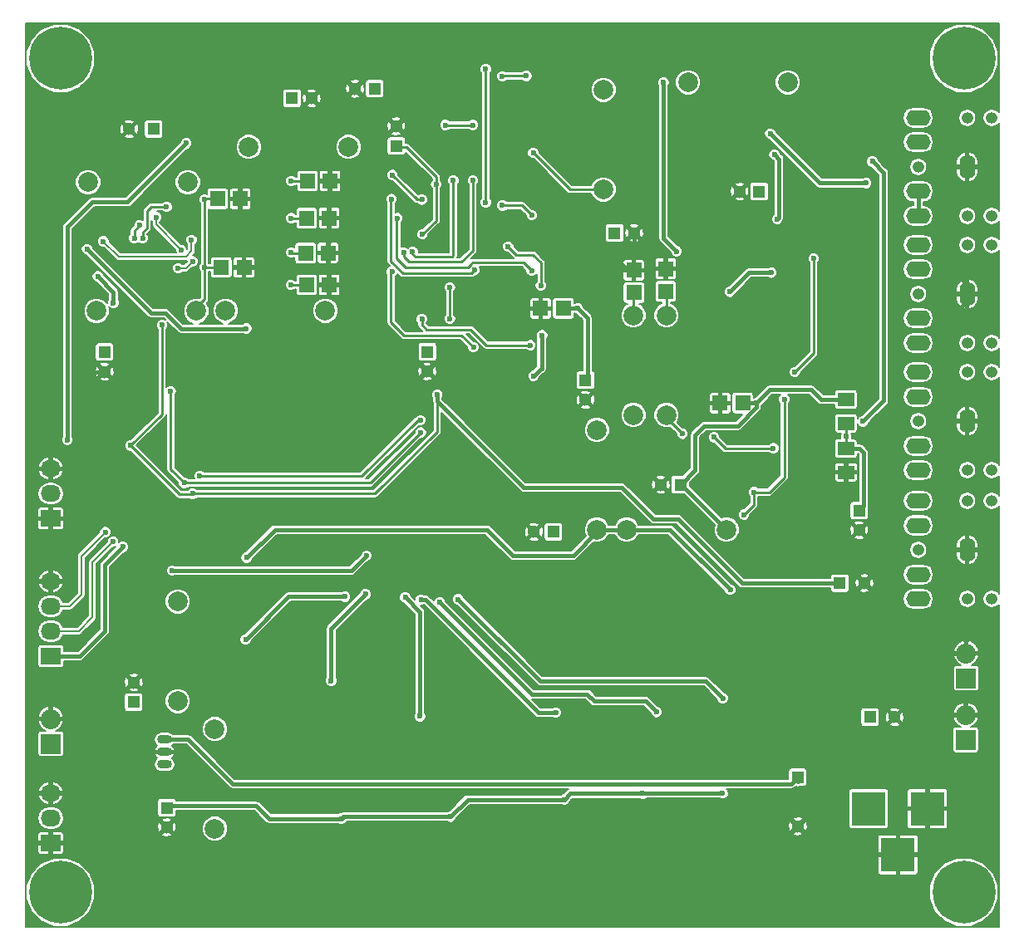
<source format=gbl>
G04 #@! TF.FileFunction,Copper,L2,Bot,Signal*
%FSLAX46Y46*%
G04 Gerber Fmt 4.6, Leading zero omitted, Abs format (unit mm)*
G04 Created by KiCad (PCBNEW 4.0.3+e1-6302~38~ubuntu14.04.1-stable) date Thu Sep 29 11:28:22 2016*
%MOMM*%
%LPD*%
G01*
G04 APERTURE LIST*
%ADD10C,0.100000*%
%ADD11C,1.998980*%
%ADD12R,1.600000X1.600000*%
%ADD13R,1.300000X1.300000*%
%ADD14C,1.300000*%
%ADD15R,1.700000X1.400000*%
%ADD16O,1.600000X2.500000*%
%ADD17O,1.200000X1.200000*%
%ADD18O,2.500000X1.600000*%
%ADD19R,3.500120X3.500120*%
%ADD20R,2.032000X1.727200*%
%ADD21O,2.032000X1.727200*%
%ADD22O,1.501140X0.899160*%
%ADD23R,2.032000X2.032000*%
%ADD24O,2.032000X2.032000*%
%ADD25C,6.400000*%
%ADD26C,0.600000*%
%ADD27C,0.400000*%
%ADD28C,0.250000*%
%ADD29C,0.200000*%
%ADD30C,0.210000*%
G04 APERTURE END LIST*
D10*
D11*
X110700000Y-60200000D03*
X110700000Y-70360000D03*
D12*
X65010000Y-48330000D03*
X67310000Y-48330000D03*
X76450000Y-46500000D03*
X74150000Y-46500000D03*
X76350000Y-50300000D03*
X74050000Y-50300000D03*
X76250000Y-53850000D03*
X73950000Y-53850000D03*
X76350000Y-57100000D03*
X74050000Y-57100000D03*
D13*
X131450000Y-101160000D03*
D14*
X133950000Y-101160000D03*
D13*
X58480000Y-41210000D03*
D14*
X55980000Y-41210000D03*
D11*
X106680000Y-82042000D03*
X116840000Y-82042000D03*
D15*
X129000000Y-68800000D03*
X129000000Y-71200000D03*
X129000000Y-76200000D03*
X129000000Y-73800000D03*
D16*
X141350000Y-45060000D03*
D17*
X136350000Y-45060000D03*
D18*
X136350000Y-40060000D03*
X136350000Y-42560000D03*
X136350000Y-47560000D03*
X136350000Y-50060000D03*
D17*
X141350000Y-40060000D03*
X141350000Y-50060000D03*
X143850000Y-40060000D03*
X143850000Y-50060000D03*
D16*
X141350000Y-58010000D03*
D17*
X136350000Y-58010000D03*
D18*
X136350000Y-53010000D03*
X136350000Y-55510000D03*
X136350000Y-60510000D03*
X136350000Y-63010000D03*
D17*
X141350000Y-53010000D03*
X141350000Y-63010000D03*
X143850000Y-53010000D03*
X143850000Y-63010000D03*
D16*
X141350000Y-71000000D03*
D17*
X136350000Y-71000000D03*
D18*
X136350000Y-66000000D03*
X136350000Y-68500000D03*
X136350000Y-73500000D03*
X136350000Y-76000000D03*
D17*
X141350000Y-66000000D03*
X141350000Y-76000000D03*
X143850000Y-66000000D03*
X143850000Y-76000000D03*
D16*
X141350000Y-84120000D03*
D17*
X136350000Y-84120000D03*
D18*
X136350000Y-79120000D03*
X136350000Y-81620000D03*
X136350000Y-86620000D03*
X136350000Y-89120000D03*
D17*
X141350000Y-79120000D03*
X141350000Y-89120000D03*
X143850000Y-79120000D03*
X143850000Y-89120000D03*
D12*
X65380000Y-55330000D03*
X67680000Y-55330000D03*
X97900000Y-59500000D03*
X100200000Y-59500000D03*
X116175000Y-69150000D03*
X118475000Y-69150000D03*
X107400000Y-55600000D03*
X107400000Y-57900000D03*
X110650000Y-57750000D03*
X110650000Y-55450000D03*
D11*
X68170000Y-43030000D03*
X78330000Y-43030000D03*
X107350000Y-60200000D03*
X107350000Y-70360000D03*
D19*
X131299860Y-110500000D03*
X137299340Y-110500000D03*
X134299600Y-115199000D03*
D11*
X112910000Y-36460000D03*
X123070000Y-36460000D03*
X104300000Y-37220000D03*
X104300000Y-47380000D03*
X51800000Y-46630000D03*
X61960000Y-46630000D03*
X62830000Y-59760000D03*
X52670000Y-59760000D03*
X75970000Y-59740000D03*
X65810000Y-59740000D03*
X103632000Y-82042000D03*
X103632000Y-71882000D03*
D13*
X128380000Y-87500000D03*
D14*
X130880000Y-87500000D03*
D20*
X48000000Y-80920000D03*
D21*
X48000000Y-78380000D03*
X48000000Y-75840000D03*
D20*
X48000000Y-114000000D03*
D21*
X48000000Y-111460000D03*
X48000000Y-108920000D03*
D22*
X59590000Y-104710000D03*
X59590000Y-105980000D03*
X59590000Y-103440000D03*
D11*
X60920000Y-89380000D03*
X60920000Y-99540000D03*
X64710000Y-102370000D03*
X64710000Y-112530000D03*
D20*
X48000000Y-94940000D03*
D21*
X48000000Y-92400000D03*
X48000000Y-89860000D03*
X48000000Y-87320000D03*
D23*
X141240000Y-97190000D03*
D24*
X141240000Y-94650000D03*
D23*
X48000000Y-103880000D03*
D24*
X48000000Y-101340000D03*
D23*
X141200000Y-103480000D03*
D24*
X141200000Y-100940000D03*
D13*
X124090000Y-107290000D03*
D14*
X124090000Y-112290000D03*
D25*
X49000000Y-119000000D03*
D26*
X51400000Y-119000000D03*
X50697056Y-120697056D03*
X49000000Y-121400000D03*
X47302944Y-120697056D03*
X46600000Y-119000000D03*
X47302944Y-117302944D03*
X49000000Y-116600000D03*
X50697056Y-117302944D03*
D25*
X141000000Y-119000000D03*
D26*
X143400000Y-119000000D03*
X142697056Y-120697056D03*
X141000000Y-121400000D03*
X139302944Y-120697056D03*
X138600000Y-119000000D03*
X139302944Y-117302944D03*
X141000000Y-116600000D03*
X142697056Y-117302944D03*
D25*
X141000000Y-34000000D03*
D26*
X143400000Y-34000000D03*
X142697056Y-35697056D03*
X141000000Y-36400000D03*
X139302944Y-35697056D03*
X138600000Y-34000000D03*
X139302944Y-32302944D03*
X141000000Y-31600000D03*
X142697056Y-32302944D03*
D25*
X49000000Y-34000000D03*
D26*
X51400000Y-34000000D03*
X50697056Y-35697056D03*
X49000000Y-36400000D03*
X47302944Y-35697056D03*
X46600000Y-34000000D03*
X47302944Y-32302944D03*
X49000000Y-31600000D03*
X50697056Y-32302944D03*
D13*
X130350000Y-80110000D03*
D14*
X130350000Y-82110000D03*
D13*
X102470000Y-66810000D03*
D14*
X102470000Y-68810000D03*
D13*
X112130000Y-77460000D03*
D14*
X110130000Y-77460000D03*
D13*
X56440000Y-99630000D03*
D14*
X56440000Y-97630000D03*
D13*
X59820000Y-110400000D03*
D14*
X59820000Y-112400000D03*
D13*
X80990000Y-37100000D03*
D14*
X78990000Y-37100000D03*
D13*
X83190000Y-42940000D03*
D14*
X83190000Y-40940000D03*
D13*
X53480000Y-63950000D03*
D14*
X53480000Y-65950000D03*
D13*
X72570000Y-38080000D03*
D14*
X74570000Y-38080000D03*
D13*
X99210000Y-82280000D03*
D14*
X97210000Y-82280000D03*
D13*
X105426000Y-51816000D03*
D14*
X107426000Y-51816000D03*
D13*
X86360000Y-63920000D03*
D14*
X86360000Y-65920000D03*
D13*
X120160000Y-47590000D03*
D14*
X118160000Y-47590000D03*
D26*
X96290000Y-76460000D03*
X54270000Y-61040000D03*
X55490000Y-62900000D03*
X55460000Y-65010000D03*
X133180000Y-77760000D03*
X133160000Y-81080000D03*
X139100000Y-62710000D03*
X139100000Y-66450000D03*
X139100000Y-69530000D03*
X139060000Y-72700000D03*
X139090000Y-75750000D03*
X139090000Y-78930000D03*
X139070000Y-81900000D03*
X139070000Y-84960000D03*
X139060000Y-87930000D03*
X138690000Y-91590000D03*
X129920000Y-94720000D03*
X133200000Y-94680000D03*
X137240000Y-94680000D03*
X129250000Y-115730000D03*
X129750000Y-119080000D03*
X125670000Y-116060000D03*
X125670000Y-119470000D03*
X122320000Y-119420000D03*
X120250000Y-116570000D03*
X117120000Y-116620000D03*
X115900000Y-119810000D03*
X111540000Y-119690000D03*
X107010000Y-119640000D03*
X102480000Y-119580000D03*
X95330000Y-119470000D03*
X89740000Y-119300000D03*
X83320000Y-119300000D03*
X79010000Y-119190000D03*
X74770000Y-119190000D03*
X71250000Y-119190000D03*
X67780000Y-112740000D03*
X67670000Y-119100000D03*
X64240000Y-118870000D03*
X57610000Y-114490000D03*
X59360000Y-115900000D03*
X59090000Y-118990000D03*
X55820000Y-118260000D03*
X53680000Y-116850000D03*
X51780000Y-113390000D03*
X55740000Y-110600000D03*
X51050000Y-109650000D03*
X54830000Y-108240000D03*
X51590000Y-106910000D03*
X53840000Y-105120000D03*
X51510000Y-102490000D03*
X51170000Y-100430000D03*
X50980000Y-96280000D03*
X55510000Y-94490000D03*
X58160000Y-92170000D03*
X58010000Y-90060000D03*
X58880000Y-87570000D03*
X63210000Y-87620000D03*
X65690000Y-88540000D03*
X65830000Y-90990000D03*
X62470000Y-97010000D03*
X64880000Y-95950000D03*
X67980000Y-96450000D03*
X66940000Y-102260000D03*
X67840000Y-105810000D03*
X68900000Y-104240000D03*
X69100000Y-101840000D03*
X69190000Y-99300000D03*
X77770000Y-95360000D03*
X79800000Y-96340000D03*
X77900000Y-98050000D03*
X79560000Y-102040000D03*
X79840000Y-99570000D03*
X84180000Y-98150000D03*
X82790000Y-99610000D03*
X84520000Y-100360000D03*
X82870000Y-102430000D03*
X85240000Y-103350000D03*
X118170000Y-106210000D03*
X121550000Y-103780000D03*
X118190000Y-104030000D03*
X114480000Y-106780000D03*
X113280000Y-105100000D03*
X110240000Y-107010000D03*
X110720000Y-105070000D03*
X110730000Y-101700000D03*
X111540000Y-98790000D03*
X104100000Y-105170000D03*
X104020000Y-101790000D03*
X96850000Y-106130000D03*
X100280000Y-107040000D03*
X100280000Y-104830000D03*
X100420000Y-102330000D03*
X101800000Y-99870000D03*
X99950000Y-93330000D03*
X98250000Y-95360000D03*
X100870000Y-95300000D03*
X49620000Y-44480000D03*
X52020000Y-42640000D03*
X75700000Y-67630000D03*
X78490000Y-68050000D03*
X68000000Y-60000000D03*
X64760000Y-57770000D03*
X76500000Y-55500000D03*
X69660000Y-55490000D03*
X73150000Y-55490000D03*
X77000000Y-52000000D03*
X69700000Y-52060000D03*
X73170000Y-51980000D03*
X69690000Y-48250000D03*
X73080000Y-48270000D03*
X76860000Y-48270000D03*
X79400000Y-48220000D03*
X79290000Y-58380000D03*
X79320000Y-55080000D03*
X79390000Y-51570000D03*
X84600000Y-48950000D03*
X84670000Y-50570000D03*
X84300000Y-51790000D03*
X84930000Y-57000000D03*
X84950000Y-58430000D03*
X83740000Y-59890000D03*
X139200000Y-60880000D03*
X139480000Y-55240000D03*
X128130000Y-38470000D03*
X123090000Y-47200000D03*
X123170000Y-49530000D03*
X124480000Y-48180000D03*
X127450000Y-44180000D03*
X128260000Y-49510000D03*
X126960000Y-48200000D03*
X129080000Y-35760000D03*
X126960000Y-33190000D03*
X122850000Y-33190000D03*
X117850000Y-33050000D03*
X117570000Y-35650000D03*
X120840000Y-35540000D03*
X120390000Y-38220000D03*
X109000000Y-37940000D03*
X111720000Y-38220000D03*
X113690000Y-38280000D03*
X117710000Y-38530000D03*
X111450000Y-48030000D03*
X112680000Y-46250000D03*
X115230000Y-46210000D03*
X117640000Y-45260000D03*
X117620000Y-43210000D03*
X116480000Y-41390000D03*
X114380000Y-42180000D03*
X111840000Y-42190000D03*
X109040000Y-42160000D03*
X106660000Y-42160000D03*
X98680000Y-42440000D03*
X100720000Y-42230000D03*
X107260000Y-37860000D03*
X104010000Y-40330000D03*
X104380000Y-44870000D03*
X106700000Y-46160000D03*
X108740000Y-46130000D03*
X100640000Y-48920000D03*
X103570000Y-49260000D03*
X101510000Y-50680000D03*
X95500000Y-52330000D03*
X97790000Y-52440000D03*
X100330000Y-53390000D03*
X102480000Y-53530000D03*
X105280000Y-54150000D03*
X107930000Y-53670000D03*
X95500000Y-70140000D03*
X93250000Y-70140000D03*
X93800000Y-65310000D03*
X91560000Y-66390000D03*
X89060000Y-68130000D03*
X84460000Y-68200000D03*
X82980000Y-66530000D03*
X82650000Y-70050000D03*
X82630000Y-72300000D03*
X90570000Y-106820000D03*
X90630000Y-104770000D03*
X88090000Y-103330000D03*
X90530000Y-102600000D03*
X88110000Y-100790000D03*
X90850000Y-100100000D03*
X88070000Y-98430000D03*
X90710000Y-97230000D03*
X89430000Y-94990000D03*
X86930000Y-94140000D03*
X86970000Y-91390000D03*
X88930000Y-93300000D03*
X94980000Y-87360000D03*
X97720000Y-87330000D03*
X99960000Y-87290000D03*
X100190000Y-90140000D03*
X91260000Y-88250000D03*
X97960000Y-90190000D03*
X95070000Y-90210000D03*
X92580000Y-90220000D03*
X119830000Y-83710000D03*
X123520000Y-83730000D03*
X92570000Y-83620000D03*
X92800000Y-85620000D03*
X95520000Y-85600000D03*
X98210000Y-85630000D03*
X100580000Y-85630000D03*
X103330000Y-85000000D03*
X106150000Y-85020000D03*
X109220000Y-85080000D03*
X112720000Y-85180000D03*
X116760000Y-84350000D03*
X125880000Y-81040000D03*
X127180000Y-82860000D03*
X125640000Y-77010000D03*
X124180000Y-74980000D03*
X121730000Y-76050000D03*
X125810000Y-74910000D03*
X126820000Y-72620000D03*
X125060000Y-71330000D03*
X125170000Y-69010000D03*
X130920000Y-64580000D03*
X129480000Y-66200000D03*
X127080000Y-67460000D03*
X125150000Y-66390000D03*
X122830000Y-62570000D03*
X124130000Y-64170000D03*
X126960000Y-64940000D03*
X128420000Y-64050000D03*
X130210000Y-63240000D03*
X130540000Y-60170000D03*
X120150000Y-67350000D03*
X117530000Y-67210000D03*
X116570000Y-59980000D03*
X116490000Y-63050000D03*
X116540000Y-65040000D03*
X114890000Y-67080000D03*
X107860000Y-68480000D03*
X110360000Y-68500000D03*
X113000000Y-68700000D03*
X99840000Y-70360000D03*
X101100000Y-72300000D03*
X99340000Y-75850000D03*
X100870000Y-74590000D03*
X103310000Y-74780000D03*
X106480000Y-75020000D03*
X108390000Y-73460000D03*
X106420000Y-72660000D03*
X96620000Y-80130000D03*
X90640000Y-77060000D03*
X90410000Y-75630000D03*
X92820000Y-76390000D03*
X94000000Y-78920000D03*
X94140000Y-81690000D03*
X89430000Y-83270000D03*
X85890000Y-83250000D03*
X83410000Y-83250000D03*
X81540000Y-83170000D03*
X118670000Y-95320000D03*
X121410000Y-94630000D03*
X122100000Y-91790000D03*
X121080000Y-89170000D03*
X115400000Y-89150000D03*
X113100000Y-89230000D03*
X114510000Y-87600000D03*
X53170000Y-76440000D03*
X53170000Y-74210000D03*
X53030000Y-72000000D03*
X51470000Y-70860000D03*
X51470000Y-68430000D03*
X51480000Y-66260000D03*
X63930000Y-64960000D03*
X63810000Y-63000000D03*
X59000000Y-55500000D03*
X57500000Y-55500000D03*
X55000000Y-55000000D03*
X53500000Y-50500000D03*
X55000000Y-51000000D03*
X62500000Y-50000000D03*
X61500000Y-48500000D03*
X60000000Y-48000000D03*
X58000000Y-48000000D03*
X61000000Y-59000000D03*
X60500000Y-57000000D03*
X68500000Y-71000000D03*
X67000000Y-71000000D03*
X66500000Y-73000000D03*
X66000000Y-75000000D03*
X70500000Y-71000000D03*
X62500000Y-82000000D03*
X64000000Y-84000000D03*
X65500000Y-84000000D03*
X67500000Y-84000000D03*
X69000000Y-82500000D03*
X69000000Y-81000000D03*
X68000000Y-79500000D03*
X66000000Y-79500000D03*
X75000000Y-70500000D03*
X73500000Y-70500000D03*
X72000000Y-70500000D03*
X71500000Y-74000000D03*
X74500000Y-61500000D03*
X73000000Y-60000000D03*
X70500000Y-60000000D03*
X71000000Y-66000000D03*
X69000000Y-65500000D03*
X66500000Y-63500000D03*
X81000000Y-73000000D03*
X81000000Y-71000000D03*
X81000000Y-68500000D03*
X81000000Y-66000000D03*
X81000000Y-63500000D03*
X81000000Y-61000000D03*
X79000000Y-60500000D03*
X77500000Y-59000000D03*
X65000000Y-45000000D03*
X65000000Y-40000000D03*
X65000000Y-37500000D03*
X65000000Y-35000000D03*
X47500000Y-42500000D03*
X47500000Y-47500000D03*
X47500000Y-52500000D03*
X47500000Y-65000000D03*
X47500000Y-67500000D03*
X47500000Y-72500000D03*
X75000000Y-32500000D03*
X72500000Y-32500000D03*
X67500000Y-32500000D03*
X62500000Y-32500000D03*
X57500000Y-32500000D03*
X55000000Y-35000000D03*
X52500000Y-37500000D03*
X50000000Y-40000000D03*
X98050000Y-62240000D03*
X97170000Y-66390000D03*
X97920000Y-57160000D03*
X94580000Y-53190000D03*
X92300000Y-35100000D03*
X92300000Y-48700000D03*
X131060000Y-46720000D03*
X121290000Y-41670000D03*
X129000000Y-72540000D03*
X131691140Y-44520000D03*
X130730000Y-71020000D03*
X85800000Y-48400000D03*
X82800000Y-45900000D03*
X72500000Y-46500000D03*
X122000000Y-50410000D03*
X121710000Y-43820000D03*
X101680000Y-59490000D03*
X54380000Y-58930000D03*
X52790000Y-56230000D03*
X87370000Y-68290000D03*
X62440000Y-78390000D03*
X59330000Y-61200000D03*
X56130000Y-73480000D03*
X110410000Y-36450000D03*
X111740000Y-53680000D03*
X67950000Y-84910000D03*
X61810000Y-42650000D03*
X49680000Y-72910000D03*
X117210000Y-88190000D03*
X67910000Y-61550000D03*
X51690000Y-53450000D03*
X58700000Y-50200000D03*
X61300000Y-53550000D03*
X121600000Y-73750000D03*
X115550000Y-72625000D03*
X97150000Y-43650000D03*
X88650000Y-57350000D03*
X88650000Y-60550000D03*
X87250000Y-46850000D03*
X85850000Y-51950000D03*
X63660000Y-55300000D03*
X63660000Y-48400000D03*
X72500000Y-50300000D03*
X117190000Y-57800000D03*
X121400000Y-55850000D03*
X72500000Y-53800000D03*
X60950000Y-55400000D03*
X62450000Y-54700000D03*
X56500000Y-52350000D03*
X57040000Y-51020000D03*
X72450000Y-57100000D03*
X119900000Y-69150000D03*
X112350000Y-72275000D03*
X96440000Y-35800000D03*
X93970000Y-35840000D03*
X94000000Y-49000000D03*
X97000000Y-50000000D03*
X57350000Y-52350000D03*
X59800000Y-49150000D03*
X62330000Y-52510000D03*
X53350000Y-52660000D03*
X77600000Y-111500000D03*
X88720000Y-111310000D03*
X100310000Y-109560000D03*
X108300000Y-108950000D03*
X116440000Y-108930000D03*
X77980000Y-88880000D03*
X67850000Y-93250000D03*
X122720000Y-68770000D03*
X123790000Y-65990000D03*
X125700000Y-54400000D03*
X118618000Y-80518000D03*
X119634000Y-78232000D03*
X76560000Y-97450000D03*
X80050000Y-88630000D03*
X84100000Y-88960000D03*
X85610000Y-101080000D03*
X99440000Y-100700000D03*
X85710000Y-89180000D03*
X109700000Y-100640000D03*
X87620000Y-89440000D03*
X89500000Y-89150000D03*
X116450000Y-99240000D03*
X60350000Y-86220000D03*
X80160000Y-84700000D03*
X96850000Y-63250000D03*
X85800000Y-60600000D03*
X83950000Y-53800000D03*
X91000000Y-46450000D03*
X89000000Y-46450000D03*
X84850000Y-53750000D03*
X91050000Y-63450000D03*
X82750000Y-55750000D03*
X83300000Y-50300000D03*
X96980000Y-55620000D03*
X88200000Y-40800000D03*
X91000000Y-40800000D03*
X82700000Y-48350000D03*
X91150000Y-55600000D03*
X55350000Y-83800000D03*
X54350000Y-83250000D03*
X53550000Y-82300000D03*
X85670000Y-70880000D03*
X63160000Y-76570000D03*
X61590000Y-77280000D03*
X85690000Y-72140000D03*
X60210000Y-67930000D03*
D27*
X55490000Y-64980000D02*
X55490000Y-62900000D01*
X55460000Y-65010000D02*
X55490000Y-64980000D01*
X133180000Y-81060000D02*
X133180000Y-77760000D01*
X133160000Y-81080000D02*
X133180000Y-81060000D01*
X139100000Y-66450000D02*
X139100000Y-62710000D01*
X139100000Y-72660000D02*
X139100000Y-69530000D01*
X139060000Y-72700000D02*
X139100000Y-72660000D01*
X139090000Y-78930000D02*
X139090000Y-75750000D01*
X139070000Y-84960000D02*
X139070000Y-81900000D01*
X139060000Y-91220000D02*
X139060000Y-87930000D01*
X138690000Y-91590000D02*
X139060000Y-91220000D01*
X141240000Y-94650000D02*
X137270000Y-94650000D01*
X133160000Y-94720000D02*
X129920000Y-94720000D01*
X133200000Y-94680000D02*
X133160000Y-94720000D01*
X137270000Y-94650000D02*
X137240000Y-94680000D01*
X129140000Y-115840000D02*
X129140000Y-116450000D01*
X129250000Y-115730000D02*
X129140000Y-115840000D01*
X128690000Y-119080000D02*
X129750000Y-119080000D01*
X125670000Y-116060000D02*
X128690000Y-119080000D01*
X122370000Y-119470000D02*
X125670000Y-119470000D01*
X122320000Y-119420000D02*
X122370000Y-119470000D01*
X117170000Y-116570000D02*
X120250000Y-116570000D01*
X117120000Y-116620000D02*
X117170000Y-116570000D01*
X111660000Y-119810000D02*
X115900000Y-119810000D01*
X111540000Y-119690000D02*
X111660000Y-119810000D01*
X102540000Y-119640000D02*
X107010000Y-119640000D01*
X102480000Y-119580000D02*
X102540000Y-119640000D01*
X89910000Y-119470000D02*
X95330000Y-119470000D01*
X89740000Y-119300000D02*
X89910000Y-119470000D01*
X79120000Y-119300000D02*
X83320000Y-119300000D01*
X79010000Y-119190000D02*
X79120000Y-119300000D01*
X71250000Y-119190000D02*
X74770000Y-119190000D01*
X55740000Y-110600000D02*
X54570000Y-110600000D01*
X67780000Y-118990000D02*
X67780000Y-112740000D01*
X67670000Y-119100000D02*
X67780000Y-118990000D01*
X60320000Y-114950000D02*
X64240000Y-118870000D01*
X58070000Y-114950000D02*
X60320000Y-114950000D01*
X57610000Y-114490000D02*
X58070000Y-114950000D01*
X59360000Y-118720000D02*
X59360000Y-115900000D01*
X59090000Y-118990000D02*
X59360000Y-118720000D01*
X55090000Y-118260000D02*
X55820000Y-118260000D01*
X53680000Y-116850000D02*
X55090000Y-118260000D01*
X54570000Y-110600000D02*
X51780000Y-113390000D01*
X64880000Y-95950000D02*
X64880000Y-91940000D01*
X52000000Y-110600000D02*
X55740000Y-110600000D01*
X51050000Y-109650000D02*
X52000000Y-110600000D01*
X52920000Y-108240000D02*
X54830000Y-108240000D01*
X51590000Y-106910000D02*
X52920000Y-108240000D01*
X53840000Y-104820000D02*
X53840000Y-105120000D01*
X51510000Y-102490000D02*
X53840000Y-104820000D01*
X51170000Y-96470000D02*
X51170000Y-100430000D01*
X50980000Y-96280000D02*
X51170000Y-96470000D01*
X55840000Y-94490000D02*
X55510000Y-94490000D01*
X58160000Y-92170000D02*
X55840000Y-94490000D01*
X58010000Y-88440000D02*
X58010000Y-90060000D01*
X58880000Y-87570000D02*
X58010000Y-88440000D01*
X64770000Y-87620000D02*
X63210000Y-87620000D01*
X65690000Y-88540000D02*
X64770000Y-87620000D01*
X64880000Y-91940000D02*
X65830000Y-90990000D01*
X77900000Y-99350000D02*
X69240000Y-99350000D01*
X62470000Y-97010000D02*
X62450000Y-97010000D01*
X67480000Y-95950000D02*
X64880000Y-95950000D01*
X67980000Y-96450000D02*
X67480000Y-95950000D01*
X66940000Y-104910000D02*
X66940000Y-102260000D01*
X67840000Y-105810000D02*
X66940000Y-104910000D01*
X68900000Y-102040000D02*
X68900000Y-104240000D01*
X69100000Y-101840000D02*
X68900000Y-102040000D01*
X69240000Y-99350000D02*
X69190000Y-99300000D01*
X82790000Y-99610000D02*
X79880000Y-99610000D01*
X78820000Y-95360000D02*
X77770000Y-95360000D01*
X79800000Y-96340000D02*
X78820000Y-95360000D01*
X77900000Y-100380000D02*
X77900000Y-99350000D01*
X77900000Y-99350000D02*
X77900000Y-98050000D01*
X79560000Y-102040000D02*
X77900000Y-100380000D01*
X79880000Y-99610000D02*
X79840000Y-99570000D01*
X88090000Y-103330000D02*
X85260000Y-103330000D01*
X84180000Y-98220000D02*
X84180000Y-98150000D01*
X82790000Y-99610000D02*
X84180000Y-98220000D01*
X84520000Y-100780000D02*
X84520000Y-100360000D01*
X82870000Y-102430000D02*
X84520000Y-100780000D01*
X85260000Y-103330000D02*
X85240000Y-103350000D01*
X113280000Y-105100000D02*
X117120000Y-105100000D01*
X119120000Y-106210000D02*
X118170000Y-106210000D01*
X121550000Y-103780000D02*
X119120000Y-106210000D01*
X117120000Y-105100000D02*
X118190000Y-104030000D01*
X110720000Y-105070000D02*
X113250000Y-105070000D01*
X114540000Y-106720000D02*
X114580000Y-106720000D01*
X114480000Y-106780000D02*
X114540000Y-106720000D01*
X113250000Y-105070000D02*
X113280000Y-105100000D01*
X110240000Y-105550000D02*
X110240000Y-107010000D01*
X110720000Y-105070000D02*
X110240000Y-105550000D01*
X110730000Y-99600000D02*
X110730000Y-101700000D01*
X111540000Y-98790000D02*
X110730000Y-99600000D01*
X104100000Y-101870000D02*
X104100000Y-105170000D01*
X104020000Y-101790000D02*
X104100000Y-101870000D01*
X100280000Y-105840000D02*
X97140000Y-105840000D01*
X97140000Y-105840000D02*
X96850000Y-106130000D01*
X100280000Y-104830000D02*
X100280000Y-105840000D01*
X100280000Y-105840000D02*
X100280000Y-107040000D01*
X100420000Y-101250000D02*
X100420000Y-102330000D01*
X101800000Y-99870000D02*
X100420000Y-101250000D01*
X100020000Y-93260000D02*
X100020000Y-91810000D01*
X99950000Y-93330000D02*
X100020000Y-93260000D01*
X100810000Y-95360000D02*
X98250000Y-95360000D01*
X100870000Y-95300000D02*
X100810000Y-95360000D01*
X50180000Y-44480000D02*
X49620000Y-44480000D01*
X52020000Y-42640000D02*
X50180000Y-44480000D01*
X78070000Y-67630000D02*
X75700000Y-67630000D01*
X78490000Y-68050000D02*
X78070000Y-67630000D01*
X68000000Y-60000000D02*
X68000000Y-59060000D01*
X66710000Y-57770000D02*
X64760000Y-57770000D01*
X68000000Y-59060000D02*
X66710000Y-57770000D01*
X76500000Y-55500000D02*
X73160000Y-55500000D01*
X76250000Y-55250000D02*
X76500000Y-55500000D01*
X76250000Y-53850000D02*
X76250000Y-55250000D01*
X69660000Y-55490000D02*
X69640000Y-55470000D01*
X73160000Y-55500000D02*
X73150000Y-55490000D01*
X77000000Y-52000000D02*
X73190000Y-52000000D01*
X76250000Y-52750000D02*
X77000000Y-52000000D01*
X76250000Y-53850000D02*
X76250000Y-52750000D01*
X73190000Y-52000000D02*
X73170000Y-51980000D01*
X79390000Y-51570000D02*
X79390000Y-48230000D01*
X69690000Y-48250000D02*
X69690000Y-48170000D01*
X76860000Y-48270000D02*
X73080000Y-48270000D01*
X79390000Y-48230000D02*
X79400000Y-48220000D01*
X79320000Y-55080000D02*
X79320000Y-58350000D01*
X79320000Y-58350000D02*
X79290000Y-58380000D01*
X79320000Y-51640000D02*
X79320000Y-55080000D01*
X79390000Y-51570000D02*
X79320000Y-51640000D01*
X84670000Y-51420000D02*
X84670000Y-50570000D01*
X84300000Y-51790000D02*
X84670000Y-51420000D01*
X84840000Y-57090000D02*
X84840000Y-57130000D01*
X84930000Y-57000000D02*
X84840000Y-57090000D01*
X84950000Y-58680000D02*
X84950000Y-58430000D01*
X83740000Y-59890000D02*
X84950000Y-58680000D01*
X141350000Y-58010000D02*
X141350000Y-57110000D01*
X141350000Y-57110000D02*
X139480000Y-55240000D01*
X139200000Y-60880000D02*
X141350000Y-58730000D01*
X141350000Y-58730000D02*
X141350000Y-58010000D01*
X128180000Y-38420000D02*
X128190000Y-38420000D01*
X128130000Y-38470000D02*
X128180000Y-38420000D01*
X126960000Y-48200000D02*
X124500000Y-48200000D01*
X123090000Y-49450000D02*
X123090000Y-47200000D01*
X123170000Y-49530000D02*
X123090000Y-49450000D01*
X124500000Y-48200000D02*
X124480000Y-48180000D01*
X128260000Y-49500000D02*
X128260000Y-49510000D01*
X126960000Y-48200000D02*
X128260000Y-49500000D01*
X117710000Y-38530000D02*
X120080000Y-38530000D01*
X129080000Y-35310000D02*
X129080000Y-35760000D01*
X126960000Y-33190000D02*
X129080000Y-35310000D01*
X117990000Y-33190000D02*
X122850000Y-33190000D01*
X117850000Y-33050000D02*
X117990000Y-33190000D01*
X120730000Y-35650000D02*
X117570000Y-35650000D01*
X120840000Y-35540000D02*
X120730000Y-35650000D01*
X120080000Y-38530000D02*
X120390000Y-38220000D01*
X116480000Y-41390000D02*
X116520000Y-41390000D01*
X108920000Y-37860000D02*
X107260000Y-37860000D01*
X109000000Y-37940000D02*
X108920000Y-37860000D01*
X113630000Y-38220000D02*
X111720000Y-38220000D01*
X113690000Y-38280000D02*
X113630000Y-38220000D01*
X117710000Y-40200000D02*
X117710000Y-38530000D01*
X116520000Y-41390000D02*
X117710000Y-40200000D01*
X111450000Y-47480000D02*
X111450000Y-48030000D01*
X112680000Y-46250000D02*
X111450000Y-47480000D01*
X116690000Y-46210000D02*
X115230000Y-46210000D01*
X117640000Y-45260000D02*
X116690000Y-46210000D01*
X117620000Y-42530000D02*
X117620000Y-43210000D01*
X116480000Y-41390000D02*
X117620000Y-42530000D01*
X111850000Y-42180000D02*
X114380000Y-42180000D01*
X111840000Y-42190000D02*
X111850000Y-42180000D01*
X103970000Y-42170000D02*
X106650000Y-42170000D01*
X109000000Y-42120000D02*
X109000000Y-42080000D01*
X109040000Y-42160000D02*
X109000000Y-42120000D01*
X106650000Y-42170000D02*
X106660000Y-42160000D01*
X104010000Y-42170000D02*
X103970000Y-42170000D01*
X103970000Y-42170000D02*
X100780000Y-42170000D01*
X100780000Y-42170000D02*
X100720000Y-42230000D01*
X107260000Y-37860000D02*
X107200000Y-37860000D01*
X104010000Y-42170000D02*
X104010000Y-40330000D01*
X104010000Y-44500000D02*
X104010000Y-42170000D01*
X104380000Y-44870000D02*
X104010000Y-44500000D01*
X108710000Y-46160000D02*
X106700000Y-46160000D01*
X108740000Y-46130000D02*
X108710000Y-46160000D01*
X100330000Y-53390000D02*
X100330000Y-51860000D01*
X103230000Y-48920000D02*
X100640000Y-48920000D01*
X103570000Y-49260000D02*
X103230000Y-48920000D01*
X100330000Y-51860000D02*
X101510000Y-50680000D01*
X105280000Y-54150000D02*
X103100000Y-54150000D01*
X99380000Y-52440000D02*
X97790000Y-52440000D01*
X100330000Y-53390000D02*
X99380000Y-52440000D01*
X103100000Y-54150000D02*
X102480000Y-53530000D01*
X107400000Y-55600000D02*
X106730000Y-55600000D01*
X106730000Y-55600000D02*
X105280000Y-54150000D01*
X107930000Y-53670000D02*
X107426000Y-53166000D01*
X107426000Y-53166000D02*
X107426000Y-51816000D01*
X93250000Y-70140000D02*
X95500000Y-70140000D01*
X89060000Y-68130000D02*
X89820000Y-68130000D01*
X93800000Y-65310000D02*
X93780000Y-65330000D01*
X89820000Y-68130000D02*
X91560000Y-66390000D01*
X89060000Y-68130000D02*
X89070000Y-68130000D01*
X84460000Y-68200000D02*
X82980000Y-66720000D01*
X82980000Y-66720000D02*
X82980000Y-66530000D01*
X82650000Y-70050000D02*
X82630000Y-70070000D01*
X82630000Y-70070000D02*
X82630000Y-72300000D01*
X90570000Y-104830000D02*
X90570000Y-106820000D01*
X90630000Y-104770000D02*
X90570000Y-104830000D01*
X89800000Y-103330000D02*
X88090000Y-103330000D01*
X90530000Y-102600000D02*
X89800000Y-103330000D01*
X90160000Y-100790000D02*
X88110000Y-100790000D01*
X90850000Y-100100000D02*
X90160000Y-100790000D01*
X89510000Y-98430000D02*
X88070000Y-98430000D01*
X90710000Y-97230000D02*
X89510000Y-98430000D01*
X87780000Y-94990000D02*
X89430000Y-94990000D01*
X86930000Y-94140000D02*
X87780000Y-94990000D01*
X87020000Y-91390000D02*
X86970000Y-91390000D01*
X88930000Y-93300000D02*
X87020000Y-91390000D01*
X97690000Y-87360000D02*
X94980000Y-87360000D01*
X97720000Y-87330000D02*
X97690000Y-87360000D01*
X99960000Y-89910000D02*
X99960000Y-87290000D01*
X100190000Y-90140000D02*
X99960000Y-89910000D01*
X91260000Y-88250000D02*
X91260000Y-88900000D01*
X92490000Y-85620000D02*
X91260000Y-86850000D01*
X91260000Y-86850000D02*
X91260000Y-88250000D01*
X92800000Y-85620000D02*
X92490000Y-85620000D01*
X95090000Y-90190000D02*
X97960000Y-90190000D01*
X95070000Y-90210000D02*
X95090000Y-90190000D01*
X91260000Y-88900000D02*
X92580000Y-90220000D01*
X119830000Y-83710000D02*
X117400000Y-83710000D01*
X119850000Y-83730000D02*
X119830000Y-83710000D01*
X127180000Y-82860000D02*
X124390000Y-82860000D01*
X124390000Y-82860000D02*
X123520000Y-83730000D01*
X123520000Y-83730000D02*
X119850000Y-83730000D01*
X92570000Y-83620000D02*
X92600000Y-83620000D01*
X95500000Y-85620000D02*
X92800000Y-85620000D01*
X95520000Y-85600000D02*
X95500000Y-85620000D01*
X100580000Y-85630000D02*
X98210000Y-85630000D01*
X106130000Y-85000000D02*
X103330000Y-85000000D01*
X106150000Y-85020000D02*
X106130000Y-85000000D01*
X112620000Y-85080000D02*
X109220000Y-85080000D01*
X112720000Y-85180000D02*
X112620000Y-85080000D01*
X117400000Y-83710000D02*
X116760000Y-84350000D01*
X125880000Y-81040000D02*
X127180000Y-82340000D01*
X127180000Y-82340000D02*
X127180000Y-82860000D01*
X125700000Y-76950000D02*
X125700000Y-76820000D01*
X125640000Y-77010000D02*
X125700000Y-76950000D01*
X125810000Y-74910000D02*
X124250000Y-74910000D01*
X124250000Y-74910000D02*
X124180000Y-74980000D01*
X121730000Y-76050000D02*
X121710000Y-76030000D01*
X125810000Y-73630000D02*
X125810000Y-74910000D01*
X126820000Y-72620000D02*
X125810000Y-73630000D01*
X125060000Y-69120000D02*
X125060000Y-71330000D01*
X125170000Y-69010000D02*
X125060000Y-69120000D01*
X130920000Y-64760000D02*
X130920000Y-64580000D01*
X129480000Y-66200000D02*
X130920000Y-64760000D01*
X126220000Y-67460000D02*
X127080000Y-67460000D01*
X125150000Y-66390000D02*
X126220000Y-67460000D01*
X122830000Y-62870000D02*
X122830000Y-62570000D01*
X124130000Y-64170000D02*
X122830000Y-62870000D01*
X127530000Y-64940000D02*
X126960000Y-64940000D01*
X128420000Y-64050000D02*
X127530000Y-64940000D01*
X130210000Y-60500000D02*
X130210000Y-63240000D01*
X130540000Y-60170000D02*
X130210000Y-60500000D01*
X117670000Y-67350000D02*
X120150000Y-67350000D01*
X117530000Y-67210000D02*
X117670000Y-67350000D01*
X116570000Y-62970000D02*
X116570000Y-59980000D01*
X116490000Y-63050000D02*
X116570000Y-62970000D01*
X116540000Y-65430000D02*
X116540000Y-65040000D01*
X114890000Y-67080000D02*
X116540000Y-65430000D01*
X116175000Y-69150000D02*
X113450000Y-69150000D01*
X110340000Y-68480000D02*
X107860000Y-68480000D01*
X110360000Y-68500000D02*
X110340000Y-68480000D01*
X113450000Y-69150000D02*
X113000000Y-68700000D01*
X99840000Y-71040000D02*
X99840000Y-70360000D01*
X101100000Y-72300000D02*
X99840000Y-71040000D01*
X99340000Y-75850000D02*
X100600000Y-74590000D01*
X100600000Y-74590000D02*
X100870000Y-74590000D01*
X103310000Y-74780000D02*
X103550000Y-75020000D01*
X103550000Y-75020000D02*
X106480000Y-75020000D01*
X108390000Y-73460000D02*
X107590000Y-72660000D01*
X107590000Y-72660000D02*
X106420000Y-72660000D01*
X96620000Y-80130000D02*
X96620000Y-80100000D01*
X92820000Y-76390000D02*
X91310000Y-76390000D01*
X91310000Y-76390000D02*
X90640000Y-77060000D01*
X92060000Y-75630000D02*
X90410000Y-75630000D01*
X92820000Y-76390000D02*
X92060000Y-75630000D01*
X94000000Y-81550000D02*
X94000000Y-78920000D01*
X94140000Y-81690000D02*
X94000000Y-81550000D01*
X85910000Y-83270000D02*
X89430000Y-83270000D01*
X85890000Y-83250000D02*
X85910000Y-83270000D01*
X81620000Y-83250000D02*
X83410000Y-83250000D01*
X81540000Y-83170000D02*
X81620000Y-83250000D01*
X118670000Y-95320000D02*
X119360000Y-94630000D01*
X119360000Y-94630000D02*
X121410000Y-94630000D01*
X122100000Y-91790000D02*
X122100000Y-90240000D01*
X122100000Y-90240000D02*
X121080000Y-89220000D01*
X121080000Y-89220000D02*
X121080000Y-89170000D01*
X115400000Y-89150000D02*
X115320000Y-89230000D01*
X115320000Y-89230000D02*
X113100000Y-89230000D01*
X114510000Y-87600000D02*
X114450000Y-87660000D01*
X114450000Y-87660000D02*
X114450000Y-87690000D01*
X53480000Y-65950000D02*
X51790000Y-65950000D01*
X53090000Y-76520000D02*
X53090000Y-76610000D01*
X53170000Y-76440000D02*
X53090000Y-76520000D01*
X53170000Y-72140000D02*
X53170000Y-74210000D01*
X53030000Y-72000000D02*
X53170000Y-72140000D01*
X51470000Y-68430000D02*
X51470000Y-70860000D01*
X51790000Y-65950000D02*
X51480000Y-66260000D01*
X63930000Y-64960000D02*
X63810000Y-64840000D01*
X63810000Y-64840000D02*
X63810000Y-63000000D01*
X57500000Y-55500000D02*
X55500000Y-55500000D01*
X59000000Y-55500000D02*
X57500000Y-55500000D01*
X55500000Y-55500000D02*
X55000000Y-55000000D01*
X55000000Y-51000000D02*
X58000000Y-48000000D01*
X53500000Y-50500000D02*
X54000000Y-51000000D01*
X54000000Y-51000000D02*
X55000000Y-51000000D01*
X60500000Y-48500000D02*
X61500000Y-48500000D01*
X60000000Y-48000000D02*
X60500000Y-48500000D01*
X61000000Y-57500000D02*
X61000000Y-59000000D01*
X60500000Y-57000000D02*
X61000000Y-57500000D01*
X67000000Y-71000000D02*
X66500000Y-71500000D01*
X66500000Y-71500000D02*
X66500000Y-73000000D01*
X70500000Y-71000000D02*
X68500000Y-71000000D01*
X62500000Y-82500000D02*
X62500000Y-82000000D01*
X64000000Y-84000000D02*
X62500000Y-82500000D01*
X67500000Y-84000000D02*
X65500000Y-84000000D01*
X69000000Y-81000000D02*
X69000000Y-82500000D01*
X66000000Y-79500000D02*
X68000000Y-79500000D01*
X70500000Y-71000000D02*
X70500000Y-73000000D01*
X75000000Y-70500000D02*
X73500000Y-70500000D01*
X72000000Y-70500000D02*
X71500000Y-71000000D01*
X71500000Y-71000000D02*
X70500000Y-71000000D01*
X70500000Y-73000000D02*
X71500000Y-74000000D01*
X78000000Y-60500000D02*
X77000000Y-61500000D01*
X77000000Y-61500000D02*
X74500000Y-61500000D01*
X73000000Y-60000000D02*
X70500000Y-60000000D01*
X79000000Y-60500000D02*
X78000000Y-60500000D01*
X67500000Y-65500000D02*
X69000000Y-65500000D01*
X66500000Y-64500000D02*
X67500000Y-65500000D01*
X66500000Y-63500000D02*
X66500000Y-64500000D01*
X76350000Y-57100000D02*
X77600000Y-57100000D01*
X81000000Y-68500000D02*
X81000000Y-71000000D01*
X81000000Y-63500000D02*
X81000000Y-66000000D01*
X79500000Y-61000000D02*
X81000000Y-61000000D01*
X79000000Y-60500000D02*
X79500000Y-61000000D01*
X78000000Y-58500000D02*
X77500000Y-59000000D01*
X78000000Y-57500000D02*
X78000000Y-58500000D01*
X77600000Y-57100000D02*
X78000000Y-57500000D01*
X65000000Y-40000000D02*
X65000000Y-45000000D01*
X65000000Y-35000000D02*
X65000000Y-37500000D01*
X47500000Y-47500000D02*
X47500000Y-42500000D01*
X47500000Y-65000000D02*
X47500000Y-52500000D01*
X47500000Y-72500000D02*
X47500000Y-67500000D01*
X72500000Y-32500000D02*
X75000000Y-32500000D01*
X62500000Y-32500000D02*
X67500000Y-32500000D01*
X55000000Y-35000000D02*
X57500000Y-32500000D01*
X50000000Y-40000000D02*
X52500000Y-37500000D01*
X97990000Y-65610000D02*
X97950000Y-65610000D01*
X98050000Y-62240000D02*
X97990000Y-62300000D01*
X97990000Y-62300000D02*
X97990000Y-65610000D01*
X97950000Y-65610000D02*
X97170000Y-66390000D01*
D28*
X97920000Y-54850000D02*
X97920000Y-57160000D01*
X97120000Y-54050000D02*
X97920000Y-54850000D01*
X95440000Y-54050000D02*
X97120000Y-54050000D01*
X94580000Y-53190000D02*
X95440000Y-54050000D01*
X92300000Y-48700000D02*
X92300000Y-35100000D01*
D27*
X126340000Y-46720000D02*
X131060000Y-46720000D01*
X121290000Y-41670000D02*
X126340000Y-46720000D01*
X136350000Y-47560000D02*
X136350000Y-50060000D01*
X129000000Y-72540000D02*
X129000000Y-72550000D01*
X130730000Y-71020000D02*
X132850000Y-68900000D01*
X132850000Y-68900000D02*
X132850000Y-45680000D01*
X132850000Y-45678860D02*
X132850000Y-45680000D01*
X132850000Y-45678860D02*
X131691140Y-44520000D01*
X129000000Y-73800000D02*
X130410000Y-73800000D01*
X130800000Y-74190000D02*
X130800000Y-79660000D01*
X130410000Y-73800000D02*
X130800000Y-74190000D01*
X130800000Y-79660000D02*
X130350000Y-80110000D01*
D28*
X129000000Y-73800000D02*
X129000000Y-72550000D01*
X129000000Y-72550000D02*
X129000000Y-71200000D01*
X85300000Y-48400000D02*
X85800000Y-48400000D01*
X82800000Y-45900000D02*
X85300000Y-48400000D01*
X72500000Y-46500000D02*
X74150000Y-46500000D01*
D27*
X122180000Y-50230000D02*
X122000000Y-50410000D01*
X122180000Y-44290000D02*
X122180000Y-50230000D01*
X121710000Y-43820000D02*
X122180000Y-44290000D01*
X101680000Y-59490000D02*
X100210000Y-59490000D01*
X100210000Y-59490000D02*
X100200000Y-59500000D01*
X102650000Y-60460000D02*
X102650000Y-66200000D01*
X101680000Y-59490000D02*
X102650000Y-60460000D01*
D28*
X107350000Y-60200000D02*
X107350000Y-57950000D01*
X107350000Y-57950000D02*
X107400000Y-57900000D01*
D27*
X54380000Y-57820000D02*
X54380000Y-58930000D01*
X52790000Y-56230000D02*
X54380000Y-57820000D01*
X106150000Y-77760000D02*
X106170000Y-77760000D01*
X109390000Y-80980000D02*
X111880000Y-80980000D01*
X106170000Y-77760000D02*
X109390000Y-80980000D01*
X87370000Y-68290000D02*
X87370000Y-68970000D01*
X118400000Y-87500000D02*
X128380000Y-87500000D01*
X111880000Y-80980000D02*
X118400000Y-87500000D01*
X96160000Y-77760000D02*
X106150000Y-77760000D01*
X87370000Y-68970000D02*
X96160000Y-77760000D01*
D28*
X62440000Y-78390000D02*
X81040000Y-78390000D01*
X87370000Y-72060000D02*
X87370000Y-68290000D01*
X81040000Y-78390000D02*
X87370000Y-72060000D01*
X62440000Y-78390000D02*
X62370000Y-78460000D01*
X62370000Y-78460000D02*
X61110000Y-78460000D01*
X61110000Y-78460000D02*
X56130000Y-73480000D01*
X59330000Y-61200000D02*
X59330000Y-70280000D01*
X59330000Y-70280000D02*
X56130000Y-73480000D01*
D27*
X103394000Y-82280000D02*
X103632000Y-82042000D01*
X103632000Y-82042000D02*
X103632000Y-82278000D01*
X103632000Y-82278000D02*
X101220000Y-84690000D01*
X95070000Y-84690000D02*
X92422000Y-82042000D01*
X101220000Y-84690000D02*
X95070000Y-84690000D01*
X110410000Y-52350000D02*
X110410000Y-36450000D01*
X111740000Y-53680000D02*
X110410000Y-52350000D01*
X67950000Y-84910000D02*
X70818000Y-82042000D01*
X70818000Y-82042000D02*
X92422000Y-82042000D01*
X49680000Y-51210000D02*
X49680000Y-72910000D01*
X52240000Y-48650000D02*
X49680000Y-51210000D01*
X55810000Y-48650000D02*
X52240000Y-48650000D01*
X61810000Y-42650000D02*
X55810000Y-48650000D01*
X117210000Y-88190000D02*
X111062000Y-82042000D01*
X111062000Y-82042000D02*
X103632000Y-82042000D01*
X61270000Y-61550000D02*
X67910000Y-61550000D01*
X59680000Y-59960000D02*
X61270000Y-61550000D01*
X58200000Y-59960000D02*
X59680000Y-59960000D01*
X51690000Y-53450000D02*
X58200000Y-59960000D01*
X66520000Y-107970000D02*
X123410000Y-107970000D01*
X123410000Y-107970000D02*
X124090000Y-107290000D01*
X124090000Y-107290000D02*
X124090000Y-107770000D01*
X61990000Y-103440000D02*
X59590000Y-103440000D01*
X66520000Y-107970000D02*
X61990000Y-103440000D01*
D29*
X58700000Y-50950000D02*
X58700000Y-50200000D01*
X61300000Y-53550000D02*
X58700000Y-50950000D01*
D28*
X121575000Y-73775000D02*
X121600000Y-73750000D01*
X116700000Y-73775000D02*
X121575000Y-73775000D01*
X115550000Y-72625000D02*
X116700000Y-73775000D01*
X104300000Y-47380000D02*
X100880000Y-47380000D01*
X100880000Y-47380000D02*
X97150000Y-43650000D01*
X97150000Y-43650000D02*
X97660000Y-44160000D01*
X87250000Y-46125000D02*
X87250000Y-46100000D01*
X87250000Y-46100000D02*
X84225000Y-43075000D01*
X84225000Y-43075000D02*
X83625000Y-43075000D01*
X87250000Y-46850000D02*
X87250000Y-46125000D01*
X88650000Y-57350000D02*
X88650000Y-60550000D01*
X87250000Y-50550000D02*
X87250000Y-46850000D01*
X85850000Y-51950000D02*
X87250000Y-50550000D01*
X63660000Y-55300000D02*
X63660000Y-58570000D01*
X63660000Y-58570000D02*
X62470000Y-59760000D01*
X63660000Y-55300000D02*
X65350000Y-55300000D01*
X65350000Y-55300000D02*
X65380000Y-55330000D01*
X63660000Y-48400000D02*
X63660000Y-55300000D01*
X63730000Y-48330000D02*
X65010000Y-48330000D01*
X63660000Y-48400000D02*
X63730000Y-48330000D01*
X74050000Y-50300000D02*
X72500000Y-50300000D01*
D27*
X119140000Y-55850000D02*
X121400000Y-55850000D01*
X119140000Y-55850000D02*
X117190000Y-57800000D01*
D28*
X72550000Y-53850000D02*
X73950000Y-53850000D01*
X72500000Y-53800000D02*
X72550000Y-53850000D01*
D29*
X61750000Y-55400000D02*
X60950000Y-55400000D01*
X62450000Y-54700000D02*
X61750000Y-55400000D01*
D28*
X57040000Y-51020000D02*
X56500000Y-51560000D01*
X56500000Y-52350000D02*
X56500000Y-51560000D01*
X72450000Y-57100000D02*
X74050000Y-57100000D01*
D27*
X112130000Y-77460000D02*
X112258000Y-77460000D01*
X112258000Y-77460000D02*
X116840000Y-82042000D01*
X119900000Y-69150000D02*
X119900000Y-69560000D01*
X113630000Y-75960000D02*
X112130000Y-77460000D01*
X113630000Y-72390000D02*
X113630000Y-75960000D01*
X114540000Y-71480000D02*
X113630000Y-72390000D01*
X117980000Y-71480000D02*
X114540000Y-71480000D01*
X119900000Y-69560000D02*
X117980000Y-71480000D01*
X126475000Y-68800000D02*
X129000000Y-68800000D01*
X125440000Y-67785000D02*
X125460000Y-67785000D01*
X125460000Y-67785000D02*
X126475000Y-68800000D01*
X121265000Y-67785000D02*
X125440000Y-67785000D01*
X119900000Y-69150000D02*
X121265000Y-67785000D01*
X118475000Y-69150000D02*
X119900000Y-69150000D01*
D28*
X110700000Y-60200000D02*
X110700000Y-57800000D01*
X110700000Y-57800000D02*
X110650000Y-57750000D01*
X112350000Y-72275000D02*
X110700000Y-70625000D01*
X110700000Y-70625000D02*
X110700000Y-70360000D01*
X94010000Y-35800000D02*
X96440000Y-35800000D01*
X93970000Y-35840000D02*
X94010000Y-35800000D01*
X96000000Y-49000000D02*
X94000000Y-49000000D01*
X97000000Y-50000000D02*
X96000000Y-49000000D01*
D29*
X57350000Y-52350000D02*
X57380000Y-52350000D01*
D28*
X57380000Y-52360000D02*
X57380000Y-52350000D01*
X57380000Y-52350000D02*
X57380000Y-51720000D01*
X58250000Y-49150000D02*
X59800000Y-49150000D01*
X57800000Y-49600000D02*
X58250000Y-49150000D01*
X57800000Y-51300000D02*
X57800000Y-49600000D01*
X57380000Y-51720000D02*
X57800000Y-51300000D01*
X57380000Y-52360000D02*
X57390000Y-52360000D01*
D29*
X62330000Y-53660000D02*
X62330000Y-52510000D01*
X61770000Y-54220000D02*
X62330000Y-53660000D01*
X54910000Y-54220000D02*
X61770000Y-54220000D01*
X53350000Y-52660000D02*
X54910000Y-54220000D01*
D27*
X60020000Y-110200000D02*
X63810000Y-110200000D01*
X70230000Y-111500000D02*
X68930000Y-110200000D01*
X68930000Y-110200000D02*
X63810000Y-110200000D01*
X70230000Y-111500000D02*
X77600000Y-111500000D01*
X60020000Y-110200000D02*
X59820000Y-110400000D01*
X88720000Y-111310000D02*
X77790000Y-111310000D01*
X77790000Y-111310000D02*
X77600000Y-111500000D01*
X100310000Y-109560000D02*
X90470000Y-109560000D01*
X90470000Y-109560000D02*
X88720000Y-111310000D01*
X108300000Y-108950000D02*
X100920000Y-108950000D01*
X100920000Y-108950000D02*
X100310000Y-109560000D01*
X108320000Y-108930000D02*
X116440000Y-108930000D01*
X108320000Y-108930000D02*
X108300000Y-108950000D01*
X72220000Y-88880000D02*
X77980000Y-88880000D01*
X67850000Y-93250000D02*
X72220000Y-88880000D01*
D28*
X121188000Y-78232000D02*
X122720000Y-76700000D01*
X122720000Y-76700000D02*
X122720000Y-68770000D01*
X123790000Y-65990000D02*
X125700000Y-64080000D01*
X125700000Y-64080000D02*
X125700000Y-54400000D01*
X121188000Y-78232000D02*
X119634000Y-78232000D01*
X118618000Y-80518000D02*
X119634000Y-79502000D01*
X119634000Y-79502000D02*
X119634000Y-78232000D01*
D27*
X76560000Y-92120000D02*
X76560000Y-97450000D01*
X80050000Y-88630000D02*
X76560000Y-92120000D01*
X84100000Y-88960000D02*
X85610000Y-90470000D01*
X85610000Y-90470000D02*
X85610000Y-101080000D01*
X86150000Y-89180000D02*
X85710000Y-89180000D01*
X97670000Y-100700000D02*
X86150000Y-89180000D01*
X97670000Y-100700000D02*
X99440000Y-100700000D01*
X97000000Y-98820000D02*
X87620000Y-89440000D01*
X102640000Y-98820000D02*
X97000000Y-98820000D01*
X103340000Y-99520000D02*
X102640000Y-98820000D01*
X108580000Y-99520000D02*
X103340000Y-99520000D01*
X108580000Y-99520000D02*
X109700000Y-100640000D01*
X89500000Y-89150000D02*
X97850000Y-97500000D01*
X97850000Y-97500000D02*
X114710000Y-97500000D01*
X114710000Y-97500000D02*
X116450000Y-99240000D01*
X78640000Y-86220000D02*
X60350000Y-86220000D01*
X80160000Y-84700000D02*
X78640000Y-86220000D01*
D28*
X85800000Y-60600000D02*
X85800000Y-61150000D01*
X92350000Y-63250000D02*
X96850000Y-63250000D01*
X90750000Y-61650000D02*
X92350000Y-63250000D01*
X85800000Y-61150000D02*
X86300000Y-61650000D01*
X86300000Y-61650000D02*
X90750000Y-61650000D01*
X85800000Y-60600000D02*
X85950000Y-60750000D01*
X83950000Y-53800000D02*
X83950000Y-54249998D01*
X91000000Y-53600000D02*
X91000000Y-46450000D01*
X89850000Y-54750000D02*
X91000000Y-53600000D01*
X84450002Y-54750000D02*
X89850000Y-54750000D01*
X83950000Y-54249998D02*
X84450002Y-54750000D01*
X89000000Y-54100000D02*
X89000000Y-46450000D01*
X88850000Y-54250000D02*
X89000000Y-54100000D01*
X85150002Y-54250000D02*
X88850000Y-54250000D01*
X84850000Y-53750000D02*
X84850000Y-53949998D01*
X84850000Y-53949998D02*
X85150002Y-54250000D01*
X89850000Y-62250000D02*
X91050000Y-63450000D01*
X84000000Y-62250000D02*
X89850000Y-62250000D01*
X82650000Y-60900000D02*
X84000000Y-62250000D01*
X82650000Y-55850000D02*
X82650000Y-60900000D01*
X82750000Y-55750000D02*
X82650000Y-55850000D01*
X83300000Y-50300000D02*
X83250000Y-50350000D01*
X83250000Y-50350000D02*
X83250000Y-54400000D01*
X83250000Y-54400000D02*
X83750000Y-54900000D01*
X90450000Y-55300000D02*
X90800000Y-54950000D01*
X84150000Y-55300000D02*
X90450000Y-55300000D01*
X83750000Y-54900000D02*
X84150000Y-55300000D01*
X90950000Y-54800000D02*
X90800000Y-54950000D01*
X96160000Y-54800000D02*
X90950000Y-54800000D01*
X96980000Y-55620000D02*
X96160000Y-54800000D01*
X88200000Y-40800000D02*
X91000000Y-40800000D01*
X82650000Y-54050000D02*
X82650000Y-54700000D01*
X82700000Y-48350000D02*
X82650000Y-48400000D01*
X82650000Y-48400000D02*
X82650000Y-54050000D01*
X84500000Y-55900000D02*
X90850000Y-55900000D01*
X90850000Y-55900000D02*
X91150000Y-55600000D01*
X83850000Y-55900000D02*
X84500000Y-55900000D01*
X82650000Y-54700000D02*
X83850000Y-55900000D01*
D27*
X50960000Y-94940000D02*
X48000000Y-94940000D01*
X53500000Y-92400000D02*
X50960000Y-94940000D01*
X53500000Y-85650000D02*
X53500000Y-92400000D01*
X55350000Y-83800000D02*
X53500000Y-85650000D01*
D29*
X50850000Y-92400000D02*
X48000000Y-92400000D01*
X52250000Y-91000000D02*
X50850000Y-92400000D01*
X52250000Y-85350000D02*
X52250000Y-91000000D01*
X54350000Y-83250000D02*
X52250000Y-85350000D01*
X49940000Y-89860000D02*
X48000000Y-89860000D01*
X51100000Y-88700000D02*
X49940000Y-89860000D01*
X51100000Y-84750000D02*
X51100000Y-88700000D01*
X53550000Y-82300000D02*
X51100000Y-84750000D01*
D28*
X85410000Y-70880000D02*
X85670000Y-70880000D01*
X79680000Y-76610000D02*
X85410000Y-70880000D01*
X63200000Y-76610000D02*
X79680000Y-76610000D01*
X63160000Y-76570000D02*
X63200000Y-76610000D01*
X61590000Y-77280000D02*
X80550000Y-77280000D01*
X80550000Y-77280000D02*
X85690000Y-72140000D01*
X60210000Y-75900000D02*
X60210000Y-67930000D01*
X61590000Y-77280000D02*
X60210000Y-75900000D01*
D30*
G36*
X144585000Y-39526768D02*
X144497003Y-39395071D01*
X144200155Y-39196724D01*
X143850000Y-39127074D01*
X143499845Y-39196724D01*
X143202997Y-39395071D01*
X143004650Y-39691919D01*
X142935000Y-40042074D01*
X142935000Y-40077926D01*
X143004650Y-40428081D01*
X143202997Y-40724929D01*
X143499845Y-40923276D01*
X143850000Y-40992926D01*
X144200155Y-40923276D01*
X144497003Y-40724929D01*
X144585000Y-40593232D01*
X144585000Y-49526768D01*
X144497003Y-49395071D01*
X144200155Y-49196724D01*
X143850000Y-49127074D01*
X143499845Y-49196724D01*
X143202997Y-49395071D01*
X143004650Y-49691919D01*
X142935000Y-50042074D01*
X142935000Y-50077926D01*
X143004650Y-50428081D01*
X143202997Y-50724929D01*
X143499845Y-50923276D01*
X143850000Y-50992926D01*
X144200155Y-50923276D01*
X144497003Y-50724929D01*
X144585000Y-50593232D01*
X144585000Y-52476768D01*
X144497003Y-52345071D01*
X144200155Y-52146724D01*
X143850000Y-52077074D01*
X143499845Y-52146724D01*
X143202997Y-52345071D01*
X143004650Y-52641919D01*
X142935000Y-52992074D01*
X142935000Y-53027926D01*
X143004650Y-53378081D01*
X143202997Y-53674929D01*
X143499845Y-53873276D01*
X143850000Y-53942926D01*
X144200155Y-53873276D01*
X144497003Y-53674929D01*
X144585000Y-53543232D01*
X144585000Y-62476768D01*
X144497003Y-62345071D01*
X144200155Y-62146724D01*
X143850000Y-62077074D01*
X143499845Y-62146724D01*
X143202997Y-62345071D01*
X143004650Y-62641919D01*
X142935000Y-62992074D01*
X142935000Y-63027926D01*
X143004650Y-63378081D01*
X143202997Y-63674929D01*
X143499845Y-63873276D01*
X143850000Y-63942926D01*
X144200155Y-63873276D01*
X144497003Y-63674929D01*
X144585000Y-63543232D01*
X144585000Y-65466768D01*
X144497003Y-65335071D01*
X144200155Y-65136724D01*
X143850000Y-65067074D01*
X143499845Y-65136724D01*
X143202997Y-65335071D01*
X143004650Y-65631919D01*
X142935000Y-65982074D01*
X142935000Y-66017926D01*
X143004650Y-66368081D01*
X143202997Y-66664929D01*
X143499845Y-66863276D01*
X143850000Y-66932926D01*
X144200155Y-66863276D01*
X144497003Y-66664929D01*
X144585000Y-66533232D01*
X144585000Y-75466768D01*
X144497003Y-75335071D01*
X144200155Y-75136724D01*
X143850000Y-75067074D01*
X143499845Y-75136724D01*
X143202997Y-75335071D01*
X143004650Y-75631919D01*
X142935000Y-75982074D01*
X142935000Y-76017926D01*
X143004650Y-76368081D01*
X143202997Y-76664929D01*
X143499845Y-76863276D01*
X143850000Y-76932926D01*
X144200155Y-76863276D01*
X144497003Y-76664929D01*
X144585000Y-76533232D01*
X144585000Y-78586768D01*
X144497003Y-78455071D01*
X144200155Y-78256724D01*
X143850000Y-78187074D01*
X143499845Y-78256724D01*
X143202997Y-78455071D01*
X143004650Y-78751919D01*
X142935000Y-79102074D01*
X142935000Y-79137926D01*
X143004650Y-79488081D01*
X143202997Y-79784929D01*
X143499845Y-79983276D01*
X143850000Y-80052926D01*
X144200155Y-79983276D01*
X144497003Y-79784929D01*
X144585000Y-79653232D01*
X144585000Y-88586768D01*
X144497003Y-88455071D01*
X144200155Y-88256724D01*
X143850000Y-88187074D01*
X143499845Y-88256724D01*
X143202997Y-88455071D01*
X143004650Y-88751919D01*
X142935000Y-89102074D01*
X142935000Y-89137926D01*
X143004650Y-89488081D01*
X143202997Y-89784929D01*
X143499845Y-89983276D01*
X143850000Y-90052926D01*
X144200155Y-89983276D01*
X144497003Y-89784929D01*
X144585000Y-89653232D01*
X144585000Y-122585000D01*
X45415000Y-122585000D01*
X45415000Y-119696109D01*
X45484391Y-119696109D01*
X46018390Y-120988486D01*
X47006313Y-121978134D01*
X48297756Y-122514389D01*
X49696109Y-122515609D01*
X50988486Y-121981610D01*
X51978134Y-120993687D01*
X52514389Y-119702244D01*
X52514394Y-119696109D01*
X137484391Y-119696109D01*
X138018390Y-120988486D01*
X139006313Y-121978134D01*
X140297756Y-122514389D01*
X141696109Y-122515609D01*
X142988486Y-121981610D01*
X143978134Y-120993687D01*
X144514389Y-119702244D01*
X144515609Y-118303891D01*
X143981610Y-117011514D01*
X142993687Y-116021866D01*
X141702244Y-115485611D01*
X140303891Y-115484391D01*
X139011514Y-116018390D01*
X138021866Y-117006313D01*
X137485611Y-118297756D01*
X137484391Y-119696109D01*
X52514394Y-119696109D01*
X52515609Y-118303891D01*
X51981610Y-117011514D01*
X50993687Y-116021866D01*
X49702244Y-115485611D01*
X48303891Y-115484391D01*
X47011514Y-116018390D01*
X46021866Y-117006313D01*
X45485611Y-118297756D01*
X45484391Y-119696109D01*
X45415000Y-119696109D01*
X45415000Y-115429250D01*
X132224540Y-115429250D01*
X132224540Y-117013707D01*
X132274019Y-117133158D01*
X132365443Y-117224582D01*
X132484894Y-117274060D01*
X134069350Y-117274060D01*
X134150600Y-117192810D01*
X134150600Y-115348000D01*
X134448600Y-115348000D01*
X134448600Y-117192810D01*
X134529850Y-117274060D01*
X136114306Y-117274060D01*
X136233757Y-117224582D01*
X136325181Y-117133158D01*
X136374660Y-117013707D01*
X136374660Y-115429250D01*
X136293410Y-115348000D01*
X134448600Y-115348000D01*
X134150600Y-115348000D01*
X132305790Y-115348000D01*
X132224540Y-115429250D01*
X45415000Y-115429250D01*
X45415000Y-114230250D01*
X46659000Y-114230250D01*
X46659000Y-114928247D01*
X46708479Y-115047698D01*
X46799903Y-115139122D01*
X46919354Y-115188600D01*
X47769750Y-115188600D01*
X47851000Y-115107350D01*
X47851000Y-114149000D01*
X48149000Y-114149000D01*
X48149000Y-115107350D01*
X48230250Y-115188600D01*
X49080646Y-115188600D01*
X49200097Y-115139122D01*
X49291521Y-115047698D01*
X49341000Y-114928247D01*
X49341000Y-114230250D01*
X49259750Y-114149000D01*
X48149000Y-114149000D01*
X47851000Y-114149000D01*
X46740250Y-114149000D01*
X46659000Y-114230250D01*
X45415000Y-114230250D01*
X45415000Y-113071753D01*
X46659000Y-113071753D01*
X46659000Y-113769750D01*
X46740250Y-113851000D01*
X47851000Y-113851000D01*
X47851000Y-112892650D01*
X48149000Y-112892650D01*
X48149000Y-113851000D01*
X49259750Y-113851000D01*
X49341000Y-113769750D01*
X49341000Y-113142186D01*
X59288532Y-113142186D01*
X59362826Y-113282739D01*
X59735436Y-113390497D01*
X60120919Y-113347461D01*
X60277174Y-113282739D01*
X60351468Y-113142186D01*
X59820000Y-112610718D01*
X59288532Y-113142186D01*
X49341000Y-113142186D01*
X49341000Y-113071753D01*
X49291521Y-112952302D01*
X49200097Y-112860878D01*
X49080646Y-112811400D01*
X48230250Y-112811400D01*
X48149000Y-112892650D01*
X47851000Y-112892650D01*
X47769750Y-112811400D01*
X46919354Y-112811400D01*
X46799903Y-112860878D01*
X46708479Y-112952302D01*
X46659000Y-113071753D01*
X45415000Y-113071753D01*
X45415000Y-111460000D01*
X46642924Y-111460000D01*
X46732640Y-111911031D01*
X46988128Y-112293396D01*
X47370493Y-112548884D01*
X47821524Y-112638600D01*
X48178476Y-112638600D01*
X48629507Y-112548884D01*
X48978886Y-112315436D01*
X58829503Y-112315436D01*
X58872539Y-112700919D01*
X58937261Y-112857174D01*
X59077814Y-112931468D01*
X59609282Y-112400000D01*
X60030718Y-112400000D01*
X60562186Y-112931468D01*
X60702739Y-112857174D01*
X60722072Y-112790321D01*
X63395283Y-112790321D01*
X63594980Y-113273626D01*
X63964429Y-113643720D01*
X64447385Y-113844261D01*
X64970321Y-113844717D01*
X65453626Y-113645020D01*
X65714808Y-113384293D01*
X132224540Y-113384293D01*
X132224540Y-114968750D01*
X132305790Y-115050000D01*
X134150600Y-115050000D01*
X134150600Y-113205190D01*
X134448600Y-113205190D01*
X134448600Y-115050000D01*
X136293410Y-115050000D01*
X136374660Y-114968750D01*
X136374660Y-113384293D01*
X136325181Y-113264842D01*
X136233757Y-113173418D01*
X136114306Y-113123940D01*
X134529850Y-113123940D01*
X134448600Y-113205190D01*
X134150600Y-113205190D01*
X134069350Y-113123940D01*
X132484894Y-113123940D01*
X132365443Y-113173418D01*
X132274019Y-113264842D01*
X132224540Y-113384293D01*
X65714808Y-113384293D01*
X65823720Y-113275571D01*
X65924782Y-113032186D01*
X123558532Y-113032186D01*
X123632826Y-113172739D01*
X124005436Y-113280497D01*
X124390919Y-113237461D01*
X124547174Y-113172739D01*
X124621468Y-113032186D01*
X124090000Y-112500718D01*
X123558532Y-113032186D01*
X65924782Y-113032186D01*
X66024261Y-112792615D01*
X66024717Y-112269679D01*
X65998173Y-112205436D01*
X123099503Y-112205436D01*
X123142539Y-112590919D01*
X123207261Y-112747174D01*
X123347814Y-112821468D01*
X123879282Y-112290000D01*
X124300718Y-112290000D01*
X124832186Y-112821468D01*
X124972739Y-112747174D01*
X125080497Y-112374564D01*
X125037461Y-111989081D01*
X124972739Y-111832826D01*
X124832186Y-111758532D01*
X124300718Y-112290000D01*
X123879282Y-112290000D01*
X123347814Y-111758532D01*
X123207261Y-111832826D01*
X123099503Y-112205436D01*
X65998173Y-112205436D01*
X65825020Y-111786374D01*
X65455571Y-111416280D01*
X64972615Y-111215739D01*
X64449679Y-111215283D01*
X63966374Y-111414980D01*
X63596280Y-111784429D01*
X63395739Y-112267385D01*
X63395283Y-112790321D01*
X60722072Y-112790321D01*
X60810497Y-112484564D01*
X60767461Y-112099081D01*
X60702739Y-111942826D01*
X60562186Y-111868532D01*
X60030718Y-112400000D01*
X59609282Y-112400000D01*
X59077814Y-111868532D01*
X58937261Y-111942826D01*
X58829503Y-112315436D01*
X48978886Y-112315436D01*
X49011872Y-112293396D01*
X49267360Y-111911031D01*
X49317728Y-111657814D01*
X59288532Y-111657814D01*
X59820000Y-112189282D01*
X60351468Y-111657814D01*
X60277174Y-111517261D01*
X59904564Y-111409503D01*
X59519081Y-111452539D01*
X59362826Y-111517261D01*
X59288532Y-111657814D01*
X49317728Y-111657814D01*
X49357076Y-111460000D01*
X49267360Y-111008969D01*
X49011872Y-110626604D01*
X48629507Y-110371116D01*
X48178476Y-110281400D01*
X47821524Y-110281400D01*
X47370493Y-110371116D01*
X46988128Y-110626604D01*
X46732640Y-111008969D01*
X46642924Y-111460000D01*
X45415000Y-111460000D01*
X45415000Y-109251637D01*
X46706203Y-109251637D01*
X46887828Y-109621518D01*
X47229346Y-109935407D01*
X47664987Y-110094709D01*
X47851000Y-110027563D01*
X47851000Y-109069000D01*
X48149000Y-109069000D01*
X48149000Y-110027563D01*
X48335013Y-110094709D01*
X48770654Y-109935407D01*
X49112172Y-109621518D01*
X49293797Y-109251637D01*
X49249680Y-109069000D01*
X48149000Y-109069000D01*
X47851000Y-109069000D01*
X46750320Y-109069000D01*
X46706203Y-109251637D01*
X45415000Y-109251637D01*
X45415000Y-108588363D01*
X46706203Y-108588363D01*
X46750320Y-108771000D01*
X47851000Y-108771000D01*
X47851000Y-107812437D01*
X48149000Y-107812437D01*
X48149000Y-108771000D01*
X49249680Y-108771000D01*
X49293797Y-108588363D01*
X49112172Y-108218482D01*
X48770654Y-107904593D01*
X48335013Y-107745291D01*
X48149000Y-107812437D01*
X47851000Y-107812437D01*
X47664987Y-107745291D01*
X47229346Y-107904593D01*
X46887828Y-108218482D01*
X46706203Y-108588363D01*
X45415000Y-108588363D01*
X45415000Y-105980000D01*
X58503554Y-105980000D01*
X58561754Y-106272592D01*
X58727494Y-106520640D01*
X58975542Y-106686380D01*
X59268134Y-106744580D01*
X59911866Y-106744580D01*
X60204458Y-106686380D01*
X60452506Y-106520640D01*
X60618246Y-106272592D01*
X60676446Y-105980000D01*
X60618246Y-105687408D01*
X60452506Y-105439360D01*
X60333759Y-105360016D01*
X60544060Y-105152352D01*
X60618437Y-104976074D01*
X60568120Y-104859000D01*
X59739000Y-104859000D01*
X59739000Y-104879000D01*
X59441000Y-104879000D01*
X59441000Y-104859000D01*
X58611880Y-104859000D01*
X58561563Y-104976074D01*
X58635940Y-105152352D01*
X58846241Y-105360016D01*
X58727494Y-105439360D01*
X58561754Y-105687408D01*
X58503554Y-105980000D01*
X45415000Y-105980000D01*
X45415000Y-102864000D01*
X46662829Y-102864000D01*
X46662829Y-104896000D01*
X46684794Y-105012732D01*
X46753782Y-105119943D01*
X46859046Y-105191867D01*
X46984000Y-105217171D01*
X49016000Y-105217171D01*
X49132732Y-105195206D01*
X49239943Y-105126218D01*
X49311867Y-105020954D01*
X49337171Y-104896000D01*
X49337171Y-103440000D01*
X58503554Y-103440000D01*
X58561754Y-103732592D01*
X58727494Y-103980640D01*
X58846241Y-104059984D01*
X58635940Y-104267648D01*
X58561563Y-104443926D01*
X58611880Y-104561000D01*
X59441000Y-104561000D01*
X59441000Y-104541000D01*
X59739000Y-104541000D01*
X59739000Y-104561000D01*
X60568120Y-104561000D01*
X60618437Y-104443926D01*
X60544060Y-104267648D01*
X60333759Y-104059984D01*
X60452506Y-103980640D01*
X60469638Y-103955000D01*
X61776680Y-103955000D01*
X66155840Y-108334160D01*
X66322918Y-108445798D01*
X66520000Y-108485000D01*
X100706758Y-108485000D01*
X100555840Y-108585840D01*
X100196780Y-108944900D01*
X100188206Y-108944893D01*
X99962085Y-109038324D01*
X99955397Y-109045000D01*
X90470000Y-109045000D01*
X90272918Y-109084202D01*
X90105840Y-109195840D01*
X88606780Y-110694900D01*
X88598206Y-110694893D01*
X88372085Y-110788324D01*
X88365397Y-110795000D01*
X77790000Y-110795000D01*
X77592918Y-110834202D01*
X77517003Y-110884927D01*
X77478206Y-110884893D01*
X77252085Y-110978324D01*
X77245397Y-110985000D01*
X70443320Y-110985000D01*
X69294160Y-109835840D01*
X69127082Y-109724202D01*
X68930000Y-109685000D01*
X60778940Y-109685000D01*
X60769206Y-109633268D01*
X60700218Y-109526057D01*
X60594954Y-109454133D01*
X60470000Y-109428829D01*
X59170000Y-109428829D01*
X59053268Y-109450794D01*
X58946057Y-109519782D01*
X58874133Y-109625046D01*
X58848829Y-109750000D01*
X58848829Y-111050000D01*
X58870794Y-111166732D01*
X58939782Y-111273943D01*
X59045046Y-111345867D01*
X59170000Y-111371171D01*
X60470000Y-111371171D01*
X60586732Y-111349206D01*
X60693943Y-111280218D01*
X60765867Y-111174954D01*
X60791171Y-111050000D01*
X60791171Y-110715000D01*
X68716680Y-110715000D01*
X69865840Y-111864160D01*
X70032918Y-111975798D01*
X70230000Y-112015000D01*
X77245118Y-112015000D01*
X77251175Y-112021068D01*
X77477132Y-112114893D01*
X77721794Y-112115107D01*
X77947915Y-112021676D01*
X78121068Y-111848825D01*
X78130961Y-111825000D01*
X88365118Y-111825000D01*
X88371175Y-111831068D01*
X88597132Y-111924893D01*
X88841794Y-111925107D01*
X89067915Y-111831676D01*
X89241068Y-111658825D01*
X89287163Y-111547814D01*
X123558532Y-111547814D01*
X124090000Y-112079282D01*
X124621468Y-111547814D01*
X124547174Y-111407261D01*
X124174564Y-111299503D01*
X123789081Y-111342539D01*
X123632826Y-111407261D01*
X123558532Y-111547814D01*
X89287163Y-111547814D01*
X89334893Y-111432868D01*
X89334901Y-111423419D01*
X90683320Y-110075000D01*
X99955118Y-110075000D01*
X99961175Y-110081068D01*
X100187132Y-110174893D01*
X100431794Y-110175107D01*
X100657915Y-110081676D01*
X100831068Y-109908825D01*
X100924893Y-109682868D01*
X100924901Y-109673419D01*
X101133320Y-109465000D01*
X107945118Y-109465000D01*
X107951175Y-109471068D01*
X108177132Y-109564893D01*
X108421794Y-109565107D01*
X108647915Y-109471676D01*
X108674638Y-109445000D01*
X116085118Y-109445000D01*
X116091175Y-109451068D01*
X116317132Y-109544893D01*
X116561794Y-109545107D01*
X116787915Y-109451676D01*
X116961068Y-109278825D01*
X117054893Y-109052868D01*
X117055107Y-108808206D01*
X117031033Y-108749940D01*
X129228629Y-108749940D01*
X129228629Y-112250060D01*
X129250594Y-112366792D01*
X129319582Y-112474003D01*
X129424846Y-112545927D01*
X129549800Y-112571231D01*
X133049920Y-112571231D01*
X133166652Y-112549266D01*
X133273863Y-112480278D01*
X133345787Y-112375014D01*
X133371091Y-112250060D01*
X133371091Y-110730250D01*
X135224280Y-110730250D01*
X135224280Y-112314707D01*
X135273759Y-112434158D01*
X135365183Y-112525582D01*
X135484634Y-112575060D01*
X137069090Y-112575060D01*
X137150340Y-112493810D01*
X137150340Y-110649000D01*
X137448340Y-110649000D01*
X137448340Y-112493810D01*
X137529590Y-112575060D01*
X139114046Y-112575060D01*
X139233497Y-112525582D01*
X139324921Y-112434158D01*
X139374400Y-112314707D01*
X139374400Y-110730250D01*
X139293150Y-110649000D01*
X137448340Y-110649000D01*
X137150340Y-110649000D01*
X135305530Y-110649000D01*
X135224280Y-110730250D01*
X133371091Y-110730250D01*
X133371091Y-108749940D01*
X133358927Y-108685293D01*
X135224280Y-108685293D01*
X135224280Y-110269750D01*
X135305530Y-110351000D01*
X137150340Y-110351000D01*
X137150340Y-108506190D01*
X137448340Y-108506190D01*
X137448340Y-110351000D01*
X139293150Y-110351000D01*
X139374400Y-110269750D01*
X139374400Y-108685293D01*
X139324921Y-108565842D01*
X139233497Y-108474418D01*
X139114046Y-108424940D01*
X137529590Y-108424940D01*
X137448340Y-108506190D01*
X137150340Y-108506190D01*
X137069090Y-108424940D01*
X135484634Y-108424940D01*
X135365183Y-108474418D01*
X135273759Y-108565842D01*
X135224280Y-108685293D01*
X133358927Y-108685293D01*
X133349126Y-108633208D01*
X133280138Y-108525997D01*
X133174874Y-108454073D01*
X133049920Y-108428769D01*
X129549800Y-108428769D01*
X129433068Y-108450734D01*
X129325857Y-108519722D01*
X129253933Y-108624986D01*
X129228629Y-108749940D01*
X117031033Y-108749940D01*
X116961676Y-108582085D01*
X116864760Y-108485000D01*
X123410000Y-108485000D01*
X123607082Y-108445798D01*
X123774160Y-108334160D01*
X123847149Y-108261171D01*
X123970203Y-108261171D01*
X124090000Y-108285000D01*
X124209797Y-108261171D01*
X124740000Y-108261171D01*
X124856732Y-108239206D01*
X124963943Y-108170218D01*
X125035867Y-108064954D01*
X125061171Y-107940000D01*
X125061171Y-106640000D01*
X125039206Y-106523268D01*
X124970218Y-106416057D01*
X124864954Y-106344133D01*
X124740000Y-106318829D01*
X123440000Y-106318829D01*
X123323268Y-106340794D01*
X123216057Y-106409782D01*
X123144133Y-106515046D01*
X123118829Y-106640000D01*
X123118829Y-107455000D01*
X66733320Y-107455000D01*
X62354160Y-103075840D01*
X62187082Y-102964202D01*
X61990000Y-102925000D01*
X60469638Y-102925000D01*
X60452506Y-102899360D01*
X60204458Y-102733620D01*
X59911866Y-102675420D01*
X59268134Y-102675420D01*
X58975542Y-102733620D01*
X58727494Y-102899360D01*
X58561754Y-103147408D01*
X58503554Y-103440000D01*
X49337171Y-103440000D01*
X49337171Y-102864000D01*
X49315206Y-102747268D01*
X49246218Y-102640057D01*
X49231969Y-102630321D01*
X63395283Y-102630321D01*
X63594980Y-103113626D01*
X63964429Y-103483720D01*
X64447385Y-103684261D01*
X64970321Y-103684717D01*
X65453626Y-103485020D01*
X65823720Y-103115571D01*
X66024261Y-102632615D01*
X66024408Y-102464000D01*
X139862829Y-102464000D01*
X139862829Y-104496000D01*
X139884794Y-104612732D01*
X139953782Y-104719943D01*
X140059046Y-104791867D01*
X140184000Y-104817171D01*
X142216000Y-104817171D01*
X142332732Y-104795206D01*
X142439943Y-104726218D01*
X142511867Y-104620954D01*
X142537171Y-104496000D01*
X142537171Y-102464000D01*
X142515206Y-102347268D01*
X142446218Y-102240057D01*
X142340954Y-102168133D01*
X142216000Y-102142829D01*
X141735469Y-102142829D01*
X142023382Y-101998469D01*
X142365764Y-101602803D01*
X142492981Y-101295645D01*
X142450907Y-101089000D01*
X141349000Y-101089000D01*
X141349000Y-101109000D01*
X141051000Y-101109000D01*
X141051000Y-101089000D01*
X139949093Y-101089000D01*
X139907019Y-101295645D01*
X140034236Y-101602803D01*
X140376618Y-101998469D01*
X140664531Y-102142829D01*
X140184000Y-102142829D01*
X140067268Y-102164794D01*
X139960057Y-102233782D01*
X139888133Y-102339046D01*
X139862829Y-102464000D01*
X66024408Y-102464000D01*
X66024717Y-102109679D01*
X65825020Y-101626374D01*
X65455571Y-101256280D01*
X64972615Y-101055739D01*
X64449679Y-101055283D01*
X63966374Y-101254980D01*
X63596280Y-101624429D01*
X63395739Y-102107385D01*
X63395283Y-102630321D01*
X49231969Y-102630321D01*
X49140954Y-102568133D01*
X49016000Y-102542829D01*
X48535469Y-102542829D01*
X48823382Y-102398469D01*
X49165764Y-102002803D01*
X49292981Y-101695645D01*
X49250907Y-101489000D01*
X48149000Y-101489000D01*
X48149000Y-101509000D01*
X47851000Y-101509000D01*
X47851000Y-101489000D01*
X46749093Y-101489000D01*
X46707019Y-101695645D01*
X46834236Y-102002803D01*
X47176618Y-102398469D01*
X47464531Y-102542829D01*
X46984000Y-102542829D01*
X46867268Y-102564794D01*
X46760057Y-102633782D01*
X46688133Y-102739046D01*
X46662829Y-102864000D01*
X45415000Y-102864000D01*
X45415000Y-100984355D01*
X46707019Y-100984355D01*
X46749093Y-101191000D01*
X47851000Y-101191000D01*
X47851000Y-100088541D01*
X48149000Y-100088541D01*
X48149000Y-101191000D01*
X49250907Y-101191000D01*
X49292981Y-100984355D01*
X49165764Y-100677197D01*
X48823382Y-100281531D01*
X48355647Y-100047008D01*
X48149000Y-100088541D01*
X47851000Y-100088541D01*
X47644353Y-100047008D01*
X47176618Y-100281531D01*
X46834236Y-100677197D01*
X46707019Y-100984355D01*
X45415000Y-100984355D01*
X45415000Y-98980000D01*
X55468829Y-98980000D01*
X55468829Y-100280000D01*
X55490794Y-100396732D01*
X55559782Y-100503943D01*
X55665046Y-100575867D01*
X55790000Y-100601171D01*
X57090000Y-100601171D01*
X57206732Y-100579206D01*
X57313943Y-100510218D01*
X57385867Y-100404954D01*
X57411171Y-100280000D01*
X57411171Y-99800321D01*
X59605283Y-99800321D01*
X59804980Y-100283626D01*
X60174429Y-100653720D01*
X60657385Y-100854261D01*
X61180321Y-100854717D01*
X61663626Y-100655020D01*
X62033720Y-100285571D01*
X62234261Y-99802615D01*
X62234717Y-99279679D01*
X62035020Y-98796374D01*
X61665571Y-98426280D01*
X61182615Y-98225739D01*
X60659679Y-98225283D01*
X60176374Y-98424980D01*
X59806280Y-98794429D01*
X59605739Y-99277385D01*
X59605283Y-99800321D01*
X57411171Y-99800321D01*
X57411171Y-98980000D01*
X57389206Y-98863268D01*
X57320218Y-98756057D01*
X57214954Y-98684133D01*
X57090000Y-98658829D01*
X55790000Y-98658829D01*
X55673268Y-98680794D01*
X55566057Y-98749782D01*
X55494133Y-98855046D01*
X55468829Y-98980000D01*
X45415000Y-98980000D01*
X45415000Y-98372186D01*
X55908532Y-98372186D01*
X55982826Y-98512739D01*
X56355436Y-98620497D01*
X56740919Y-98577461D01*
X56897174Y-98512739D01*
X56971468Y-98372186D01*
X56440000Y-97840718D01*
X55908532Y-98372186D01*
X45415000Y-98372186D01*
X45415000Y-97545436D01*
X55449503Y-97545436D01*
X55492539Y-97930919D01*
X55557261Y-98087174D01*
X55697814Y-98161468D01*
X56229282Y-97630000D01*
X56650718Y-97630000D01*
X57182186Y-98161468D01*
X57322739Y-98087174D01*
X57430497Y-97714564D01*
X57414558Y-97571794D01*
X75944893Y-97571794D01*
X76038324Y-97797915D01*
X76211175Y-97971068D01*
X76437132Y-98064893D01*
X76681794Y-98065107D01*
X76907915Y-97971676D01*
X77081068Y-97798825D01*
X77174893Y-97572868D01*
X77175107Y-97328206D01*
X77081676Y-97102085D01*
X77075000Y-97095397D01*
X77075000Y-92333320D01*
X80163220Y-89245100D01*
X80171794Y-89245107D01*
X80397915Y-89151676D01*
X80467919Y-89081794D01*
X83484893Y-89081794D01*
X83578324Y-89307915D01*
X83751175Y-89481068D01*
X83977132Y-89574893D01*
X83986581Y-89574901D01*
X85095000Y-90683320D01*
X85095000Y-100725118D01*
X85088932Y-100731175D01*
X84995107Y-100957132D01*
X84994893Y-101201794D01*
X85088324Y-101427915D01*
X85261175Y-101601068D01*
X85487132Y-101694893D01*
X85731794Y-101695107D01*
X85957915Y-101601676D01*
X86131068Y-101428825D01*
X86224893Y-101202868D01*
X86225107Y-100958206D01*
X86131676Y-100732085D01*
X86125000Y-100725397D01*
X86125000Y-90470000D01*
X86085798Y-90272918D01*
X85974160Y-90105840D01*
X85663280Y-89794960D01*
X85831794Y-89795107D01*
X85976851Y-89735171D01*
X97305840Y-101064160D01*
X97472918Y-101175798D01*
X97670000Y-101215000D01*
X99085118Y-101215000D01*
X99091175Y-101221068D01*
X99317132Y-101314893D01*
X99561794Y-101315107D01*
X99787915Y-101221676D01*
X99961068Y-101048825D01*
X100054893Y-100822868D01*
X100055107Y-100578206D01*
X99961676Y-100352085D01*
X99788825Y-100178932D01*
X99562868Y-100085107D01*
X99318206Y-100084893D01*
X99092085Y-100178324D01*
X99085397Y-100185000D01*
X97883320Y-100185000D01*
X97033320Y-99335000D01*
X102426680Y-99335000D01*
X102975840Y-99884160D01*
X103142918Y-99995798D01*
X103340000Y-100035000D01*
X108366680Y-100035000D01*
X109084900Y-100753220D01*
X109084893Y-100761794D01*
X109178324Y-100987915D01*
X109351175Y-101161068D01*
X109577132Y-101254893D01*
X109821794Y-101255107D01*
X110047915Y-101161676D01*
X110221068Y-100988825D01*
X110314893Y-100762868D01*
X110315107Y-100518206D01*
X110311717Y-100510000D01*
X130478829Y-100510000D01*
X130478829Y-101810000D01*
X130500794Y-101926732D01*
X130569782Y-102033943D01*
X130675046Y-102105867D01*
X130800000Y-102131171D01*
X132100000Y-102131171D01*
X132216732Y-102109206D01*
X132323943Y-102040218D01*
X132395867Y-101934954D01*
X132402502Y-101902186D01*
X133418532Y-101902186D01*
X133492826Y-102042739D01*
X133865436Y-102150497D01*
X134250919Y-102107461D01*
X134407174Y-102042739D01*
X134481468Y-101902186D01*
X133950000Y-101370718D01*
X133418532Y-101902186D01*
X132402502Y-101902186D01*
X132421171Y-101810000D01*
X132421171Y-101075436D01*
X132959503Y-101075436D01*
X133002539Y-101460919D01*
X133067261Y-101617174D01*
X133207814Y-101691468D01*
X133739282Y-101160000D01*
X134160718Y-101160000D01*
X134692186Y-101691468D01*
X134832739Y-101617174D01*
X134940497Y-101244564D01*
X134897461Y-100859081D01*
X134832739Y-100702826D01*
X134692186Y-100628532D01*
X134160718Y-101160000D01*
X133739282Y-101160000D01*
X133207814Y-100628532D01*
X133067261Y-100702826D01*
X132959503Y-101075436D01*
X132421171Y-101075436D01*
X132421171Y-100510000D01*
X132403825Y-100417814D01*
X133418532Y-100417814D01*
X133950000Y-100949282D01*
X134314927Y-100584355D01*
X139907019Y-100584355D01*
X139949093Y-100791000D01*
X141051000Y-100791000D01*
X141051000Y-99688541D01*
X141349000Y-99688541D01*
X141349000Y-100791000D01*
X142450907Y-100791000D01*
X142492981Y-100584355D01*
X142365764Y-100277197D01*
X142023382Y-99881531D01*
X141555647Y-99647008D01*
X141349000Y-99688541D01*
X141051000Y-99688541D01*
X140844353Y-99647008D01*
X140376618Y-99881531D01*
X140034236Y-100277197D01*
X139907019Y-100584355D01*
X134314927Y-100584355D01*
X134481468Y-100417814D01*
X134407174Y-100277261D01*
X134034564Y-100169503D01*
X133649081Y-100212539D01*
X133492826Y-100277261D01*
X133418532Y-100417814D01*
X132403825Y-100417814D01*
X132399206Y-100393268D01*
X132330218Y-100286057D01*
X132224954Y-100214133D01*
X132100000Y-100188829D01*
X130800000Y-100188829D01*
X130683268Y-100210794D01*
X130576057Y-100279782D01*
X130504133Y-100385046D01*
X130478829Y-100510000D01*
X110311717Y-100510000D01*
X110221676Y-100292085D01*
X110048825Y-100118932D01*
X109822868Y-100025107D01*
X109813419Y-100025099D01*
X108944160Y-99155840D01*
X108777082Y-99044202D01*
X108580000Y-99005000D01*
X103553320Y-99005000D01*
X103004160Y-98455840D01*
X102837082Y-98344202D01*
X102640000Y-98305000D01*
X97213320Y-98305000D01*
X88235100Y-89326780D01*
X88235107Y-89318206D01*
X88215931Y-89271794D01*
X88884893Y-89271794D01*
X88978324Y-89497915D01*
X89151175Y-89671068D01*
X89377132Y-89764893D01*
X89386581Y-89764901D01*
X97485840Y-97864160D01*
X97652918Y-97975798D01*
X97850000Y-98015000D01*
X114496680Y-98015000D01*
X115834900Y-99353220D01*
X115834893Y-99361794D01*
X115928324Y-99587915D01*
X116101175Y-99761068D01*
X116327132Y-99854893D01*
X116571794Y-99855107D01*
X116797915Y-99761676D01*
X116971068Y-99588825D01*
X117064893Y-99362868D01*
X117065107Y-99118206D01*
X116971676Y-98892085D01*
X116798825Y-98718932D01*
X116572868Y-98625107D01*
X116563419Y-98625099D01*
X115074160Y-97135840D01*
X114907082Y-97024202D01*
X114710000Y-96985000D01*
X98063320Y-96985000D01*
X97252320Y-96174000D01*
X139902829Y-96174000D01*
X139902829Y-98206000D01*
X139924794Y-98322732D01*
X139993782Y-98429943D01*
X140099046Y-98501867D01*
X140224000Y-98527171D01*
X142256000Y-98527171D01*
X142372732Y-98505206D01*
X142479943Y-98436218D01*
X142551867Y-98330954D01*
X142577171Y-98206000D01*
X142577171Y-96174000D01*
X142555206Y-96057268D01*
X142486218Y-95950057D01*
X142380954Y-95878133D01*
X142256000Y-95852829D01*
X141775469Y-95852829D01*
X142063382Y-95708469D01*
X142405764Y-95312803D01*
X142532981Y-95005645D01*
X142490907Y-94799000D01*
X141389000Y-94799000D01*
X141389000Y-94819000D01*
X141091000Y-94819000D01*
X141091000Y-94799000D01*
X139989093Y-94799000D01*
X139947019Y-95005645D01*
X140074236Y-95312803D01*
X140416618Y-95708469D01*
X140704531Y-95852829D01*
X140224000Y-95852829D01*
X140107268Y-95874794D01*
X140000057Y-95943782D01*
X139928133Y-96049046D01*
X139902829Y-96174000D01*
X97252320Y-96174000D01*
X95372675Y-94294355D01*
X139947019Y-94294355D01*
X139989093Y-94501000D01*
X141091000Y-94501000D01*
X141091000Y-93398541D01*
X141389000Y-93398541D01*
X141389000Y-94501000D01*
X142490907Y-94501000D01*
X142532981Y-94294355D01*
X142405764Y-93987197D01*
X142063382Y-93591531D01*
X141595647Y-93357008D01*
X141389000Y-93398541D01*
X141091000Y-93398541D01*
X140884353Y-93357008D01*
X140416618Y-93591531D01*
X140074236Y-93987197D01*
X139947019Y-94294355D01*
X95372675Y-94294355D01*
X90198320Y-89120000D01*
X134754340Y-89120000D01*
X134839214Y-89546692D01*
X135080916Y-89908424D01*
X135442648Y-90150126D01*
X135869340Y-90235000D01*
X136830660Y-90235000D01*
X137257352Y-90150126D01*
X137619084Y-89908424D01*
X137860786Y-89546692D01*
X137945660Y-89120000D01*
X137942095Y-89102074D01*
X140435000Y-89102074D01*
X140435000Y-89137926D01*
X140504650Y-89488081D01*
X140702997Y-89784929D01*
X140999845Y-89983276D01*
X141350000Y-90052926D01*
X141700155Y-89983276D01*
X141997003Y-89784929D01*
X142195350Y-89488081D01*
X142265000Y-89137926D01*
X142265000Y-89102074D01*
X142195350Y-88751919D01*
X141997003Y-88455071D01*
X141700155Y-88256724D01*
X141350000Y-88187074D01*
X140999845Y-88256724D01*
X140702997Y-88455071D01*
X140504650Y-88751919D01*
X140435000Y-89102074D01*
X137942095Y-89102074D01*
X137860786Y-88693308D01*
X137619084Y-88331576D01*
X137257352Y-88089874D01*
X136830660Y-88005000D01*
X135869340Y-88005000D01*
X135442648Y-88089874D01*
X135080916Y-88331576D01*
X134839214Y-88693308D01*
X134754340Y-89120000D01*
X90198320Y-89120000D01*
X90115100Y-89036780D01*
X90115107Y-89028206D01*
X90021676Y-88802085D01*
X89848825Y-88628932D01*
X89622868Y-88535107D01*
X89378206Y-88534893D01*
X89152085Y-88628324D01*
X88978932Y-88801175D01*
X88885107Y-89027132D01*
X88884893Y-89271794D01*
X88215931Y-89271794D01*
X88141676Y-89092085D01*
X87968825Y-88918932D01*
X87742868Y-88825107D01*
X87498206Y-88824893D01*
X87272085Y-88918324D01*
X87098932Y-89091175D01*
X87008142Y-89309822D01*
X86514160Y-88815840D01*
X86347082Y-88704202D01*
X86150000Y-88665000D01*
X86064882Y-88665000D01*
X86058825Y-88658932D01*
X85832868Y-88565107D01*
X85588206Y-88564893D01*
X85362085Y-88658324D01*
X85188932Y-88831175D01*
X85095107Y-89057132D01*
X85094959Y-89226639D01*
X84715100Y-88846780D01*
X84715107Y-88838206D01*
X84621676Y-88612085D01*
X84448825Y-88438932D01*
X84222868Y-88345107D01*
X83978206Y-88344893D01*
X83752085Y-88438324D01*
X83578932Y-88611175D01*
X83485107Y-88837132D01*
X83484893Y-89081794D01*
X80467919Y-89081794D01*
X80571068Y-88978825D01*
X80664893Y-88752868D01*
X80665107Y-88508206D01*
X80571676Y-88282085D01*
X80398825Y-88108932D01*
X80172868Y-88015107D01*
X79928206Y-88014893D01*
X79702085Y-88108324D01*
X79528932Y-88281175D01*
X79435107Y-88507132D01*
X79435099Y-88516581D01*
X76195840Y-91755840D01*
X76084202Y-91922918D01*
X76045000Y-92120000D01*
X76045000Y-97095118D01*
X76038932Y-97101175D01*
X75945107Y-97327132D01*
X75944893Y-97571794D01*
X57414558Y-97571794D01*
X57387461Y-97329081D01*
X57322739Y-97172826D01*
X57182186Y-97098532D01*
X56650718Y-97630000D01*
X56229282Y-97630000D01*
X55697814Y-97098532D01*
X55557261Y-97172826D01*
X55449503Y-97545436D01*
X45415000Y-97545436D01*
X45415000Y-96887814D01*
X55908532Y-96887814D01*
X56440000Y-97419282D01*
X56971468Y-96887814D01*
X56897174Y-96747261D01*
X56524564Y-96639503D01*
X56139081Y-96682539D01*
X55982826Y-96747261D01*
X55908532Y-96887814D01*
X45415000Y-96887814D01*
X45415000Y-92400000D01*
X46642924Y-92400000D01*
X46732640Y-92851031D01*
X46988128Y-93233396D01*
X47370493Y-93488884D01*
X47821524Y-93578600D01*
X48178476Y-93578600D01*
X48629507Y-93488884D01*
X49011872Y-93233396D01*
X49267360Y-92851031D01*
X49274527Y-92815000D01*
X50850000Y-92815000D01*
X51008814Y-92783410D01*
X51143449Y-92693449D01*
X52543449Y-91293449D01*
X52591591Y-91221400D01*
X52633410Y-91158814D01*
X52665000Y-91000000D01*
X52665000Y-85521898D01*
X54321923Y-83864976D01*
X54471794Y-83865107D01*
X54616268Y-83805412D01*
X53135840Y-85285840D01*
X53024202Y-85452918D01*
X52985000Y-85650000D01*
X52985000Y-92186680D01*
X50746680Y-94425000D01*
X49337171Y-94425000D01*
X49337171Y-94076400D01*
X49315206Y-93959668D01*
X49246218Y-93852457D01*
X49140954Y-93780533D01*
X49016000Y-93755229D01*
X46984000Y-93755229D01*
X46867268Y-93777194D01*
X46760057Y-93846182D01*
X46688133Y-93951446D01*
X46662829Y-94076400D01*
X46662829Y-95803600D01*
X46684794Y-95920332D01*
X46753782Y-96027543D01*
X46859046Y-96099467D01*
X46984000Y-96124771D01*
X49016000Y-96124771D01*
X49132732Y-96102806D01*
X49239943Y-96033818D01*
X49311867Y-95928554D01*
X49337171Y-95803600D01*
X49337171Y-95455000D01*
X50960000Y-95455000D01*
X51157082Y-95415798D01*
X51324160Y-95304160D01*
X53256526Y-93371794D01*
X67234893Y-93371794D01*
X67328324Y-93597915D01*
X67501175Y-93771068D01*
X67727132Y-93864893D01*
X67971794Y-93865107D01*
X68197915Y-93771676D01*
X68371068Y-93598825D01*
X68464893Y-93372868D01*
X68464901Y-93363419D01*
X72433320Y-89395000D01*
X77625118Y-89395000D01*
X77631175Y-89401068D01*
X77857132Y-89494893D01*
X78101794Y-89495107D01*
X78327915Y-89401676D01*
X78501068Y-89228825D01*
X78594893Y-89002868D01*
X78595107Y-88758206D01*
X78501676Y-88532085D01*
X78328825Y-88358932D01*
X78102868Y-88265107D01*
X77858206Y-88264893D01*
X77632085Y-88358324D01*
X77625397Y-88365000D01*
X72220000Y-88365000D01*
X72022918Y-88404202D01*
X71855840Y-88515840D01*
X67736780Y-92634900D01*
X67728206Y-92634893D01*
X67502085Y-92728324D01*
X67328932Y-92901175D01*
X67235107Y-93127132D01*
X67234893Y-93371794D01*
X53256526Y-93371794D01*
X53864160Y-92764160D01*
X53975798Y-92597082D01*
X54015000Y-92400000D01*
X54015000Y-89640321D01*
X59605283Y-89640321D01*
X59804980Y-90123626D01*
X60174429Y-90493720D01*
X60657385Y-90694261D01*
X61180321Y-90694717D01*
X61663626Y-90495020D01*
X62033720Y-90125571D01*
X62234261Y-89642615D01*
X62234717Y-89119679D01*
X62035020Y-88636374D01*
X61665571Y-88266280D01*
X61182615Y-88065739D01*
X60659679Y-88065283D01*
X60176374Y-88264980D01*
X59806280Y-88634429D01*
X59605739Y-89117385D01*
X59605283Y-89640321D01*
X54015000Y-89640321D01*
X54015000Y-86341794D01*
X59734893Y-86341794D01*
X59828324Y-86567915D01*
X60001175Y-86741068D01*
X60227132Y-86834893D01*
X60471794Y-86835107D01*
X60697915Y-86741676D01*
X60704603Y-86735000D01*
X78640000Y-86735000D01*
X78837082Y-86695798D01*
X79004160Y-86584160D01*
X80273220Y-85315100D01*
X80281794Y-85315107D01*
X80507915Y-85221676D01*
X80681068Y-85048825D01*
X80774893Y-84822868D01*
X80775107Y-84578206D01*
X80681676Y-84352085D01*
X80508825Y-84178932D01*
X80282868Y-84085107D01*
X80038206Y-84084893D01*
X79812085Y-84178324D01*
X79638932Y-84351175D01*
X79545107Y-84577132D01*
X79545099Y-84586581D01*
X78426680Y-85705000D01*
X60704882Y-85705000D01*
X60698825Y-85698932D01*
X60472868Y-85605107D01*
X60228206Y-85604893D01*
X60002085Y-85698324D01*
X59828932Y-85871175D01*
X59735107Y-86097132D01*
X59734893Y-86341794D01*
X54015000Y-86341794D01*
X54015000Y-85863320D01*
X54846526Y-85031794D01*
X67334893Y-85031794D01*
X67428324Y-85257915D01*
X67601175Y-85431068D01*
X67827132Y-85524893D01*
X68071794Y-85525107D01*
X68297915Y-85431676D01*
X68471068Y-85258825D01*
X68564893Y-85032868D01*
X68564901Y-85023419D01*
X71031320Y-82557000D01*
X92208680Y-82557000D01*
X94705840Y-85054160D01*
X94872918Y-85165798D01*
X95070000Y-85205000D01*
X101220000Y-85205000D01*
X101417082Y-85165798D01*
X101584160Y-85054160D01*
X103307681Y-83330639D01*
X103369385Y-83356261D01*
X103892321Y-83356717D01*
X104375626Y-83157020D01*
X104745720Y-82787571D01*
X104841462Y-82557000D01*
X105470514Y-82557000D01*
X105564980Y-82785626D01*
X105934429Y-83155720D01*
X106417385Y-83356261D01*
X106940321Y-83356717D01*
X107423626Y-83157020D01*
X107793720Y-82787571D01*
X107889462Y-82557000D01*
X110848680Y-82557000D01*
X116594900Y-88303220D01*
X116594893Y-88311794D01*
X116688324Y-88537915D01*
X116861175Y-88711068D01*
X117087132Y-88804893D01*
X117331794Y-88805107D01*
X117557915Y-88711676D01*
X117731068Y-88538825D01*
X117824893Y-88312868D01*
X117825107Y-88068206D01*
X117731676Y-87842085D01*
X117558825Y-87668932D01*
X117332868Y-87575107D01*
X117323419Y-87575099D01*
X111426160Y-81677840D01*
X111259082Y-81566202D01*
X111062000Y-81527000D01*
X107889486Y-81527000D01*
X107795020Y-81298374D01*
X107425571Y-80928280D01*
X106942615Y-80727739D01*
X106419679Y-80727283D01*
X105936374Y-80926980D01*
X105566280Y-81296429D01*
X105470538Y-81527000D01*
X104841486Y-81527000D01*
X104747020Y-81298374D01*
X104377571Y-80928280D01*
X103894615Y-80727739D01*
X103371679Y-80727283D01*
X102888374Y-80926980D01*
X102518280Y-81296429D01*
X102317739Y-81779385D01*
X102317283Y-82302321D01*
X102481624Y-82700056D01*
X101006680Y-84175000D01*
X95283320Y-84175000D01*
X94130506Y-83022186D01*
X96678532Y-83022186D01*
X96752826Y-83162739D01*
X97125436Y-83270497D01*
X97510919Y-83227461D01*
X97667174Y-83162739D01*
X97741468Y-83022186D01*
X97210000Y-82490718D01*
X96678532Y-83022186D01*
X94130506Y-83022186D01*
X93303756Y-82195436D01*
X96219503Y-82195436D01*
X96262539Y-82580919D01*
X96327261Y-82737174D01*
X96467814Y-82811468D01*
X96999282Y-82280000D01*
X97420718Y-82280000D01*
X97952186Y-82811468D01*
X98092739Y-82737174D01*
X98200497Y-82364564D01*
X98157461Y-81979081D01*
X98092739Y-81822826D01*
X97952186Y-81748532D01*
X97420718Y-82280000D01*
X96999282Y-82280000D01*
X96467814Y-81748532D01*
X96327261Y-81822826D01*
X96219503Y-82195436D01*
X93303756Y-82195436D01*
X92786160Y-81677840D01*
X92619082Y-81566202D01*
X92476366Y-81537814D01*
X96678532Y-81537814D01*
X97210000Y-82069282D01*
X97649282Y-81630000D01*
X98238829Y-81630000D01*
X98238829Y-82930000D01*
X98260794Y-83046732D01*
X98329782Y-83153943D01*
X98435046Y-83225867D01*
X98560000Y-83251171D01*
X99860000Y-83251171D01*
X99976732Y-83229206D01*
X100083943Y-83160218D01*
X100155867Y-83054954D01*
X100181171Y-82930000D01*
X100181171Y-81630000D01*
X100159206Y-81513268D01*
X100090218Y-81406057D01*
X99984954Y-81334133D01*
X99860000Y-81308829D01*
X98560000Y-81308829D01*
X98443268Y-81330794D01*
X98336057Y-81399782D01*
X98264133Y-81505046D01*
X98238829Y-81630000D01*
X97649282Y-81630000D01*
X97741468Y-81537814D01*
X97667174Y-81397261D01*
X97294564Y-81289503D01*
X96909081Y-81332539D01*
X96752826Y-81397261D01*
X96678532Y-81537814D01*
X92476366Y-81537814D01*
X92422000Y-81527000D01*
X70818000Y-81527000D01*
X70620918Y-81566202D01*
X70453840Y-81677840D01*
X67836780Y-84294900D01*
X67828206Y-84294893D01*
X67602085Y-84388324D01*
X67428932Y-84561175D01*
X67335107Y-84787132D01*
X67334893Y-85031794D01*
X54846526Y-85031794D01*
X55463220Y-84415100D01*
X55471794Y-84415107D01*
X55697915Y-84321676D01*
X55871068Y-84148825D01*
X55964893Y-83922868D01*
X55965107Y-83678206D01*
X55871676Y-83452085D01*
X55698825Y-83278932D01*
X55472868Y-83185107D01*
X55228206Y-83184893D01*
X55002085Y-83278324D01*
X54964943Y-83315401D01*
X54965107Y-83128206D01*
X54871676Y-82902085D01*
X54698825Y-82728932D01*
X54472868Y-82635107D01*
X54228206Y-82634893D01*
X54002085Y-82728324D01*
X53828932Y-82901175D01*
X53735107Y-83127132D01*
X53734975Y-83278126D01*
X51956551Y-85056551D01*
X51866590Y-85191186D01*
X51835000Y-85350000D01*
X51835000Y-90828102D01*
X50678102Y-91985000D01*
X49274527Y-91985000D01*
X49267360Y-91948969D01*
X49011872Y-91566604D01*
X48629507Y-91311116D01*
X48178476Y-91221400D01*
X47821524Y-91221400D01*
X47370493Y-91311116D01*
X46988128Y-91566604D01*
X46732640Y-91948969D01*
X46642924Y-92400000D01*
X45415000Y-92400000D01*
X45415000Y-89860000D01*
X46642924Y-89860000D01*
X46732640Y-90311031D01*
X46988128Y-90693396D01*
X47370493Y-90948884D01*
X47821524Y-91038600D01*
X48178476Y-91038600D01*
X48629507Y-90948884D01*
X49011872Y-90693396D01*
X49267360Y-90311031D01*
X49274527Y-90275000D01*
X49940000Y-90275000D01*
X50098814Y-90243410D01*
X50233449Y-90153449D01*
X51393450Y-88993449D01*
X51447377Y-88912741D01*
X51483410Y-88858814D01*
X51515000Y-88700000D01*
X51515000Y-84921898D01*
X53521922Y-82914976D01*
X53671794Y-82915107D01*
X53897915Y-82821676D01*
X54071068Y-82648825D01*
X54164893Y-82422868D01*
X54165107Y-82178206D01*
X54071676Y-81952085D01*
X53898825Y-81778932D01*
X53672868Y-81685107D01*
X53428206Y-81684893D01*
X53202085Y-81778324D01*
X53028932Y-81951175D01*
X52935107Y-82177132D01*
X52934975Y-82328127D01*
X50806551Y-84456551D01*
X50716590Y-84591186D01*
X50685000Y-84750000D01*
X50685000Y-88528101D01*
X49768102Y-89445000D01*
X49274527Y-89445000D01*
X49267360Y-89408969D01*
X49011872Y-89026604D01*
X48629507Y-88771116D01*
X48178476Y-88681400D01*
X47821524Y-88681400D01*
X47370493Y-88771116D01*
X46988128Y-89026604D01*
X46732640Y-89408969D01*
X46642924Y-89860000D01*
X45415000Y-89860000D01*
X45415000Y-87651637D01*
X46706203Y-87651637D01*
X46887828Y-88021518D01*
X47229346Y-88335407D01*
X47664987Y-88494709D01*
X47851000Y-88427563D01*
X47851000Y-87469000D01*
X48149000Y-87469000D01*
X48149000Y-88427563D01*
X48335013Y-88494709D01*
X48770654Y-88335407D01*
X49112172Y-88021518D01*
X49293797Y-87651637D01*
X49249680Y-87469000D01*
X48149000Y-87469000D01*
X47851000Y-87469000D01*
X46750320Y-87469000D01*
X46706203Y-87651637D01*
X45415000Y-87651637D01*
X45415000Y-86988363D01*
X46706203Y-86988363D01*
X46750320Y-87171000D01*
X47851000Y-87171000D01*
X47851000Y-86212437D01*
X48149000Y-86212437D01*
X48149000Y-87171000D01*
X49249680Y-87171000D01*
X49293797Y-86988363D01*
X49112172Y-86618482D01*
X48770654Y-86304593D01*
X48335013Y-86145291D01*
X48149000Y-86212437D01*
X47851000Y-86212437D01*
X47664987Y-86145291D01*
X47229346Y-86304593D01*
X46887828Y-86618482D01*
X46706203Y-86988363D01*
X45415000Y-86988363D01*
X45415000Y-81150250D01*
X46659000Y-81150250D01*
X46659000Y-81848247D01*
X46708479Y-81967698D01*
X46799903Y-82059122D01*
X46919354Y-82108600D01*
X47769750Y-82108600D01*
X47851000Y-82027350D01*
X47851000Y-81069000D01*
X48149000Y-81069000D01*
X48149000Y-82027350D01*
X48230250Y-82108600D01*
X49080646Y-82108600D01*
X49200097Y-82059122D01*
X49291521Y-81967698D01*
X49341000Y-81848247D01*
X49341000Y-81150250D01*
X49259750Y-81069000D01*
X48149000Y-81069000D01*
X47851000Y-81069000D01*
X46740250Y-81069000D01*
X46659000Y-81150250D01*
X45415000Y-81150250D01*
X45415000Y-79991753D01*
X46659000Y-79991753D01*
X46659000Y-80689750D01*
X46740250Y-80771000D01*
X47851000Y-80771000D01*
X47851000Y-79812650D01*
X48149000Y-79812650D01*
X48149000Y-80771000D01*
X49259750Y-80771000D01*
X49341000Y-80689750D01*
X49341000Y-79991753D01*
X49291521Y-79872302D01*
X49200097Y-79780878D01*
X49080646Y-79731400D01*
X48230250Y-79731400D01*
X48149000Y-79812650D01*
X47851000Y-79812650D01*
X47769750Y-79731400D01*
X46919354Y-79731400D01*
X46799903Y-79780878D01*
X46708479Y-79872302D01*
X46659000Y-79991753D01*
X45415000Y-79991753D01*
X45415000Y-78380000D01*
X46642924Y-78380000D01*
X46732640Y-78831031D01*
X46988128Y-79213396D01*
X47370493Y-79468884D01*
X47821524Y-79558600D01*
X48178476Y-79558600D01*
X48629507Y-79468884D01*
X49011872Y-79213396D01*
X49267360Y-78831031D01*
X49357076Y-78380000D01*
X49267360Y-77928969D01*
X49011872Y-77546604D01*
X48629507Y-77291116D01*
X48178476Y-77201400D01*
X47821524Y-77201400D01*
X47370493Y-77291116D01*
X46988128Y-77546604D01*
X46732640Y-77928969D01*
X46642924Y-78380000D01*
X45415000Y-78380000D01*
X45415000Y-76171637D01*
X46706203Y-76171637D01*
X46887828Y-76541518D01*
X47229346Y-76855407D01*
X47664987Y-77014709D01*
X47851000Y-76947563D01*
X47851000Y-75989000D01*
X48149000Y-75989000D01*
X48149000Y-76947563D01*
X48335013Y-77014709D01*
X48770654Y-76855407D01*
X49112172Y-76541518D01*
X49293797Y-76171637D01*
X49249680Y-75989000D01*
X48149000Y-75989000D01*
X47851000Y-75989000D01*
X46750320Y-75989000D01*
X46706203Y-76171637D01*
X45415000Y-76171637D01*
X45415000Y-75508363D01*
X46706203Y-75508363D01*
X46750320Y-75691000D01*
X47851000Y-75691000D01*
X47851000Y-74732437D01*
X48149000Y-74732437D01*
X48149000Y-75691000D01*
X49249680Y-75691000D01*
X49293797Y-75508363D01*
X49112172Y-75138482D01*
X48770654Y-74824593D01*
X48335013Y-74665291D01*
X48149000Y-74732437D01*
X47851000Y-74732437D01*
X47664987Y-74665291D01*
X47229346Y-74824593D01*
X46887828Y-75138482D01*
X46706203Y-75508363D01*
X45415000Y-75508363D01*
X45415000Y-73031794D01*
X49064893Y-73031794D01*
X49158324Y-73257915D01*
X49331175Y-73431068D01*
X49557132Y-73524893D01*
X49801794Y-73525107D01*
X50027915Y-73431676D01*
X50201068Y-73258825D01*
X50294893Y-73032868D01*
X50295107Y-72788206D01*
X50201676Y-72562085D01*
X50195000Y-72555397D01*
X50195000Y-66692186D01*
X52948532Y-66692186D01*
X53022826Y-66832739D01*
X53395436Y-66940497D01*
X53780919Y-66897461D01*
X53937174Y-66832739D01*
X54011468Y-66692186D01*
X53480000Y-66160718D01*
X52948532Y-66692186D01*
X50195000Y-66692186D01*
X50195000Y-65865436D01*
X52489503Y-65865436D01*
X52532539Y-66250919D01*
X52597261Y-66407174D01*
X52737814Y-66481468D01*
X53269282Y-65950000D01*
X53690718Y-65950000D01*
X54222186Y-66481468D01*
X54362739Y-66407174D01*
X54470497Y-66034564D01*
X54427461Y-65649081D01*
X54362739Y-65492826D01*
X54222186Y-65418532D01*
X53690718Y-65950000D01*
X53269282Y-65950000D01*
X52737814Y-65418532D01*
X52597261Y-65492826D01*
X52489503Y-65865436D01*
X50195000Y-65865436D01*
X50195000Y-65207814D01*
X52948532Y-65207814D01*
X53480000Y-65739282D01*
X54011468Y-65207814D01*
X53937174Y-65067261D01*
X53564564Y-64959503D01*
X53179081Y-65002539D01*
X53022826Y-65067261D01*
X52948532Y-65207814D01*
X50195000Y-65207814D01*
X50195000Y-63300000D01*
X52508829Y-63300000D01*
X52508829Y-64600000D01*
X52530794Y-64716732D01*
X52599782Y-64823943D01*
X52705046Y-64895867D01*
X52830000Y-64921171D01*
X54130000Y-64921171D01*
X54246732Y-64899206D01*
X54353943Y-64830218D01*
X54425867Y-64724954D01*
X54451171Y-64600000D01*
X54451171Y-63300000D01*
X54429206Y-63183268D01*
X54360218Y-63076057D01*
X54254954Y-63004133D01*
X54130000Y-62978829D01*
X52830000Y-62978829D01*
X52713268Y-63000794D01*
X52606057Y-63069782D01*
X52534133Y-63175046D01*
X52508829Y-63300000D01*
X50195000Y-63300000D01*
X50195000Y-60020321D01*
X51355283Y-60020321D01*
X51554980Y-60503626D01*
X51924429Y-60873720D01*
X52407385Y-61074261D01*
X52930321Y-61074717D01*
X53413626Y-60875020D01*
X53783720Y-60505571D01*
X53984261Y-60022615D01*
X53984717Y-59499679D01*
X53917636Y-59337331D01*
X54031175Y-59451068D01*
X54257132Y-59544893D01*
X54501794Y-59545107D01*
X54727915Y-59451676D01*
X54901068Y-59278825D01*
X54994893Y-59052868D01*
X54995107Y-58808206D01*
X54901676Y-58582085D01*
X54895000Y-58575397D01*
X54895000Y-57820000D01*
X54855798Y-57622918D01*
X54744160Y-57455840D01*
X53405100Y-56116780D01*
X53405107Y-56108206D01*
X53311676Y-55882085D01*
X53138825Y-55708932D01*
X52912868Y-55615107D01*
X52668206Y-55614893D01*
X52442085Y-55708324D01*
X52268932Y-55881175D01*
X52175107Y-56107132D01*
X52174893Y-56351794D01*
X52268324Y-56577915D01*
X52441175Y-56751068D01*
X52667132Y-56844893D01*
X52676581Y-56844901D01*
X53865000Y-58033320D01*
X53865000Y-58575118D01*
X53858932Y-58581175D01*
X53765107Y-58807132D01*
X53764942Y-58996261D01*
X53415571Y-58646280D01*
X52932615Y-58445739D01*
X52409679Y-58445283D01*
X51926374Y-58644980D01*
X51556280Y-59014429D01*
X51355739Y-59497385D01*
X51355283Y-60020321D01*
X50195000Y-60020321D01*
X50195000Y-53571794D01*
X51074893Y-53571794D01*
X51168324Y-53797915D01*
X51341175Y-53971068D01*
X51567132Y-54064893D01*
X51576581Y-54064901D01*
X57835840Y-60324160D01*
X58002918Y-60435798D01*
X58200000Y-60475000D01*
X59466680Y-60475000D01*
X59664780Y-60673100D01*
X59452868Y-60585107D01*
X59208206Y-60584893D01*
X58982085Y-60678324D01*
X58808932Y-60851175D01*
X58715107Y-61077132D01*
X58714893Y-61321794D01*
X58808324Y-61547915D01*
X58890000Y-61629734D01*
X58890000Y-70097746D01*
X56122753Y-72864993D01*
X56008206Y-72864893D01*
X55782085Y-72958324D01*
X55608932Y-73131175D01*
X55515107Y-73357132D01*
X55514893Y-73601794D01*
X55608324Y-73827915D01*
X55781175Y-74001068D01*
X56007132Y-74094893D01*
X56122740Y-74094994D01*
X60798873Y-78771127D01*
X60941620Y-78866508D01*
X61110000Y-78900000D01*
X62080126Y-78900000D01*
X62091175Y-78911068D01*
X62317132Y-79004893D01*
X62561794Y-79005107D01*
X62787915Y-78911676D01*
X62869734Y-78830000D01*
X81040000Y-78830000D01*
X81208381Y-78796507D01*
X81351127Y-78701127D01*
X87681127Y-72371127D01*
X87769496Y-72238873D01*
X87776507Y-72228381D01*
X87810000Y-72060000D01*
X87810000Y-70138320D01*
X95795840Y-78124160D01*
X95962918Y-78235798D01*
X96160000Y-78275000D01*
X105956680Y-78275000D01*
X109025840Y-81344160D01*
X109192918Y-81455798D01*
X109390000Y-81495000D01*
X111666680Y-81495000D01*
X118035840Y-87864160D01*
X118202918Y-87975798D01*
X118400000Y-88015000D01*
X127408829Y-88015000D01*
X127408829Y-88150000D01*
X127430794Y-88266732D01*
X127499782Y-88373943D01*
X127605046Y-88445867D01*
X127730000Y-88471171D01*
X129030000Y-88471171D01*
X129146732Y-88449206D01*
X129253943Y-88380218D01*
X129325867Y-88274954D01*
X129332502Y-88242186D01*
X130348532Y-88242186D01*
X130422826Y-88382739D01*
X130795436Y-88490497D01*
X131180919Y-88447461D01*
X131337174Y-88382739D01*
X131411468Y-88242186D01*
X130880000Y-87710718D01*
X130348532Y-88242186D01*
X129332502Y-88242186D01*
X129351171Y-88150000D01*
X129351171Y-87415436D01*
X129889503Y-87415436D01*
X129932539Y-87800919D01*
X129997261Y-87957174D01*
X130137814Y-88031468D01*
X130669282Y-87500000D01*
X131090718Y-87500000D01*
X131622186Y-88031468D01*
X131762739Y-87957174D01*
X131870497Y-87584564D01*
X131827461Y-87199081D01*
X131762739Y-87042826D01*
X131622186Y-86968532D01*
X131090718Y-87500000D01*
X130669282Y-87500000D01*
X130137814Y-86968532D01*
X129997261Y-87042826D01*
X129889503Y-87415436D01*
X129351171Y-87415436D01*
X129351171Y-86850000D01*
X129333825Y-86757814D01*
X130348532Y-86757814D01*
X130880000Y-87289282D01*
X131411468Y-86757814D01*
X131338622Y-86620000D01*
X134754340Y-86620000D01*
X134839214Y-87046692D01*
X135080916Y-87408424D01*
X135442648Y-87650126D01*
X135869340Y-87735000D01*
X136830660Y-87735000D01*
X137257352Y-87650126D01*
X137619084Y-87408424D01*
X137860786Y-87046692D01*
X137945660Y-86620000D01*
X137860786Y-86193308D01*
X137619084Y-85831576D01*
X137257352Y-85589874D01*
X136830660Y-85505000D01*
X135869340Y-85505000D01*
X135442648Y-85589874D01*
X135080916Y-85831576D01*
X134839214Y-86193308D01*
X134754340Y-86620000D01*
X131338622Y-86620000D01*
X131337174Y-86617261D01*
X130964564Y-86509503D01*
X130579081Y-86552539D01*
X130422826Y-86617261D01*
X130348532Y-86757814D01*
X129333825Y-86757814D01*
X129329206Y-86733268D01*
X129260218Y-86626057D01*
X129154954Y-86554133D01*
X129030000Y-86528829D01*
X127730000Y-86528829D01*
X127613268Y-86550794D01*
X127506057Y-86619782D01*
X127434133Y-86725046D01*
X127408829Y-86850000D01*
X127408829Y-86985000D01*
X118613320Y-86985000D01*
X115730394Y-84102074D01*
X135435000Y-84102074D01*
X135435000Y-84137926D01*
X135504650Y-84488081D01*
X135702997Y-84784929D01*
X135999845Y-84983276D01*
X136350000Y-85052926D01*
X136700155Y-84983276D01*
X136997003Y-84784929D01*
X137195350Y-84488081D01*
X137238927Y-84269000D01*
X140225000Y-84269000D01*
X140225000Y-84719000D01*
X140367655Y-85138177D01*
X140659863Y-85470854D01*
X141028396Y-85648052D01*
X141201000Y-85603060D01*
X141201000Y-84269000D01*
X141499000Y-84269000D01*
X141499000Y-85603060D01*
X141671604Y-85648052D01*
X142040137Y-85470854D01*
X142332345Y-85138177D01*
X142475000Y-84719000D01*
X142475000Y-84269000D01*
X141499000Y-84269000D01*
X141201000Y-84269000D01*
X140225000Y-84269000D01*
X137238927Y-84269000D01*
X137265000Y-84137926D01*
X137265000Y-84102074D01*
X137195350Y-83751919D01*
X137041056Y-83521000D01*
X140225000Y-83521000D01*
X140225000Y-83971000D01*
X141201000Y-83971000D01*
X141201000Y-82636940D01*
X141499000Y-82636940D01*
X141499000Y-83971000D01*
X142475000Y-83971000D01*
X142475000Y-83521000D01*
X142332345Y-83101823D01*
X142040137Y-82769146D01*
X141671604Y-82591948D01*
X141499000Y-82636940D01*
X141201000Y-82636940D01*
X141028396Y-82591948D01*
X140659863Y-82769146D01*
X140367655Y-83101823D01*
X140225000Y-83521000D01*
X137041056Y-83521000D01*
X136997003Y-83455071D01*
X136700155Y-83256724D01*
X136350000Y-83187074D01*
X135999845Y-83256724D01*
X135702997Y-83455071D01*
X135504650Y-83751919D01*
X135435000Y-84102074D01*
X115730394Y-84102074D01*
X112244160Y-80615840D01*
X112077082Y-80504202D01*
X111880000Y-80465000D01*
X109603320Y-80465000D01*
X107340506Y-78202186D01*
X109598532Y-78202186D01*
X109672826Y-78342739D01*
X110045436Y-78450497D01*
X110430919Y-78407461D01*
X110587174Y-78342739D01*
X110661468Y-78202186D01*
X110130000Y-77670718D01*
X109598532Y-78202186D01*
X107340506Y-78202186D01*
X106534160Y-77395840D01*
X106503624Y-77375436D01*
X109139503Y-77375436D01*
X109182539Y-77760919D01*
X109247261Y-77917174D01*
X109387814Y-77991468D01*
X109919282Y-77460000D01*
X110340718Y-77460000D01*
X110872186Y-77991468D01*
X111012739Y-77917174D01*
X111120497Y-77544564D01*
X111077461Y-77159081D01*
X111012739Y-77002826D01*
X110872186Y-76928532D01*
X110340718Y-77460000D01*
X109919282Y-77460000D01*
X109387814Y-76928532D01*
X109247261Y-77002826D01*
X109139503Y-77375436D01*
X106503624Y-77375436D01*
X106367082Y-77284202D01*
X106170000Y-77245000D01*
X96373320Y-77245000D01*
X95846134Y-76717814D01*
X109598532Y-76717814D01*
X110130000Y-77249282D01*
X110569282Y-76810000D01*
X111158829Y-76810000D01*
X111158829Y-78110000D01*
X111180794Y-78226732D01*
X111249782Y-78333943D01*
X111355046Y-78405867D01*
X111480000Y-78431171D01*
X112500851Y-78431171D01*
X115620604Y-81550924D01*
X115525739Y-81779385D01*
X115525283Y-82302321D01*
X115724980Y-82785626D01*
X116094429Y-83155720D01*
X116577385Y-83356261D01*
X117100321Y-83356717D01*
X117583626Y-83157020D01*
X117888992Y-82852186D01*
X129818532Y-82852186D01*
X129892826Y-82992739D01*
X130265436Y-83100497D01*
X130650919Y-83057461D01*
X130807174Y-82992739D01*
X130881468Y-82852186D01*
X130350000Y-82320718D01*
X129818532Y-82852186D01*
X117888992Y-82852186D01*
X117953720Y-82787571D01*
X118154261Y-82304615D01*
X118154504Y-82025436D01*
X129359503Y-82025436D01*
X129402539Y-82410919D01*
X129467261Y-82567174D01*
X129607814Y-82641468D01*
X130139282Y-82110000D01*
X130560718Y-82110000D01*
X131092186Y-82641468D01*
X131232739Y-82567174D01*
X131340497Y-82194564D01*
X131297461Y-81809081D01*
X131232739Y-81652826D01*
X131170638Y-81620000D01*
X134754340Y-81620000D01*
X134839214Y-82046692D01*
X135080916Y-82408424D01*
X135442648Y-82650126D01*
X135869340Y-82735000D01*
X136830660Y-82735000D01*
X137257352Y-82650126D01*
X137619084Y-82408424D01*
X137860786Y-82046692D01*
X137945660Y-81620000D01*
X137860786Y-81193308D01*
X137619084Y-80831576D01*
X137257352Y-80589874D01*
X136830660Y-80505000D01*
X135869340Y-80505000D01*
X135442648Y-80589874D01*
X135080916Y-80831576D01*
X134839214Y-81193308D01*
X134754340Y-81620000D01*
X131170638Y-81620000D01*
X131092186Y-81578532D01*
X130560718Y-82110000D01*
X130139282Y-82110000D01*
X129607814Y-81578532D01*
X129467261Y-81652826D01*
X129359503Y-82025436D01*
X118154504Y-82025436D01*
X118154717Y-81781679D01*
X117983712Y-81367814D01*
X129818532Y-81367814D01*
X130350000Y-81899282D01*
X130881468Y-81367814D01*
X130807174Y-81227261D01*
X130434564Y-81119503D01*
X130049081Y-81162539D01*
X129892826Y-81227261D01*
X129818532Y-81367814D01*
X117983712Y-81367814D01*
X117955020Y-81298374D01*
X117585571Y-80928280D01*
X117102615Y-80727739D01*
X116579679Y-80727283D01*
X116348942Y-80822622D01*
X113101171Y-77574851D01*
X113101171Y-77217149D01*
X113994160Y-76324160D01*
X114105798Y-76157082D01*
X114145000Y-75960000D01*
X114145000Y-72746794D01*
X114934893Y-72746794D01*
X115028324Y-72972915D01*
X115201175Y-73146068D01*
X115427132Y-73239893D01*
X115542740Y-73239994D01*
X116388873Y-74086127D01*
X116531619Y-74181507D01*
X116700000Y-74215000D01*
X121195205Y-74215000D01*
X121251175Y-74271068D01*
X121477132Y-74364893D01*
X121721794Y-74365107D01*
X121947915Y-74271676D01*
X122121068Y-74098825D01*
X122214893Y-73872868D01*
X122215107Y-73628206D01*
X122121676Y-73402085D01*
X121948825Y-73228932D01*
X121722868Y-73135107D01*
X121478206Y-73134893D01*
X121252085Y-73228324D01*
X121145223Y-73335000D01*
X116882254Y-73335000D01*
X116165007Y-72617753D01*
X116165107Y-72503206D01*
X116071676Y-72277085D01*
X115898825Y-72103932D01*
X115672868Y-72010107D01*
X115428206Y-72009893D01*
X115202085Y-72103324D01*
X115028932Y-72276175D01*
X114935107Y-72502132D01*
X114934893Y-72746794D01*
X114145000Y-72746794D01*
X114145000Y-72603320D01*
X114753320Y-71995000D01*
X117980000Y-71995000D01*
X118177082Y-71955798D01*
X118344160Y-71844160D01*
X120264160Y-69924160D01*
X120375798Y-69757082D01*
X120415000Y-69560000D01*
X120415000Y-69504882D01*
X120421068Y-69498825D01*
X120514893Y-69272868D01*
X120514901Y-69263419D01*
X121478320Y-68300000D01*
X122320319Y-68300000D01*
X122198932Y-68421175D01*
X122105107Y-68647132D01*
X122104893Y-68891794D01*
X122198324Y-69117915D01*
X122280000Y-69199734D01*
X122280000Y-76517746D01*
X121005746Y-77792000D01*
X120063752Y-77792000D01*
X119982825Y-77710932D01*
X119756868Y-77617107D01*
X119512206Y-77616893D01*
X119286085Y-77710324D01*
X119112932Y-77883175D01*
X119019107Y-78109132D01*
X119018893Y-78353794D01*
X119112324Y-78579915D01*
X119194000Y-78661734D01*
X119194000Y-79319746D01*
X118610753Y-79902993D01*
X118496206Y-79902893D01*
X118270085Y-79996324D01*
X118096932Y-80169175D01*
X118003107Y-80395132D01*
X118002893Y-80639794D01*
X118096324Y-80865915D01*
X118269175Y-81039068D01*
X118495132Y-81132893D01*
X118739794Y-81133107D01*
X118965915Y-81039676D01*
X119139068Y-80866825D01*
X119232893Y-80640868D01*
X119232994Y-80525260D01*
X119945127Y-79813127D01*
X119999735Y-79731400D01*
X120040507Y-79670381D01*
X120074000Y-79502000D01*
X120074000Y-78672000D01*
X121188000Y-78672000D01*
X121356381Y-78638507D01*
X121499127Y-78543127D01*
X123031127Y-77011127D01*
X123126507Y-76868381D01*
X123160000Y-76700000D01*
X123160000Y-76430250D01*
X127825000Y-76430250D01*
X127825000Y-76964647D01*
X127874479Y-77084098D01*
X127965903Y-77175522D01*
X128085354Y-77225000D01*
X128769750Y-77225000D01*
X128851000Y-77143750D01*
X128851000Y-76349000D01*
X129149000Y-76349000D01*
X129149000Y-77143750D01*
X129230250Y-77225000D01*
X129914646Y-77225000D01*
X130034097Y-77175522D01*
X130125521Y-77084098D01*
X130175000Y-76964647D01*
X130175000Y-76430250D01*
X130093750Y-76349000D01*
X129149000Y-76349000D01*
X128851000Y-76349000D01*
X127906250Y-76349000D01*
X127825000Y-76430250D01*
X123160000Y-76430250D01*
X123160000Y-75435353D01*
X127825000Y-75435353D01*
X127825000Y-75969750D01*
X127906250Y-76051000D01*
X128851000Y-76051000D01*
X128851000Y-75256250D01*
X129149000Y-75256250D01*
X129149000Y-76051000D01*
X130093750Y-76051000D01*
X130175000Y-75969750D01*
X130175000Y-75435353D01*
X130125521Y-75315902D01*
X130034097Y-75224478D01*
X129914646Y-75175000D01*
X129230250Y-75175000D01*
X129149000Y-75256250D01*
X128851000Y-75256250D01*
X128769750Y-75175000D01*
X128085354Y-75175000D01*
X127965903Y-75224478D01*
X127874479Y-75315902D01*
X127825000Y-75435353D01*
X123160000Y-75435353D01*
X123160000Y-70500000D01*
X127828829Y-70500000D01*
X127828829Y-71900000D01*
X127850794Y-72016732D01*
X127919782Y-72123943D01*
X128025046Y-72195867D01*
X128150000Y-72221171D01*
X128466477Y-72221171D01*
X128385107Y-72417132D01*
X128384893Y-72661794D01*
X128433251Y-72778829D01*
X128150000Y-72778829D01*
X128033268Y-72800794D01*
X127926057Y-72869782D01*
X127854133Y-72975046D01*
X127828829Y-73100000D01*
X127828829Y-74500000D01*
X127850794Y-74616732D01*
X127919782Y-74723943D01*
X128025046Y-74795867D01*
X128150000Y-74821171D01*
X129850000Y-74821171D01*
X129966732Y-74799206D01*
X130073943Y-74730218D01*
X130145867Y-74624954D01*
X130171171Y-74500000D01*
X130171171Y-74315000D01*
X130196680Y-74315000D01*
X130285000Y-74403320D01*
X130285000Y-79138829D01*
X129700000Y-79138829D01*
X129583268Y-79160794D01*
X129476057Y-79229782D01*
X129404133Y-79335046D01*
X129378829Y-79460000D01*
X129378829Y-80760000D01*
X129400794Y-80876732D01*
X129469782Y-80983943D01*
X129575046Y-81055867D01*
X129700000Y-81081171D01*
X131000000Y-81081171D01*
X131116732Y-81059206D01*
X131223943Y-80990218D01*
X131295867Y-80884954D01*
X131321171Y-80760000D01*
X131321171Y-79460000D01*
X131315000Y-79427204D01*
X131315000Y-79120000D01*
X134754340Y-79120000D01*
X134839214Y-79546692D01*
X135080916Y-79908424D01*
X135442648Y-80150126D01*
X135869340Y-80235000D01*
X136830660Y-80235000D01*
X137257352Y-80150126D01*
X137619084Y-79908424D01*
X137860786Y-79546692D01*
X137945660Y-79120000D01*
X137942095Y-79102074D01*
X140435000Y-79102074D01*
X140435000Y-79137926D01*
X140504650Y-79488081D01*
X140702997Y-79784929D01*
X140999845Y-79983276D01*
X141350000Y-80052926D01*
X141700155Y-79983276D01*
X141997003Y-79784929D01*
X142195350Y-79488081D01*
X142265000Y-79137926D01*
X142265000Y-79102074D01*
X142195350Y-78751919D01*
X141997003Y-78455071D01*
X141700155Y-78256724D01*
X141350000Y-78187074D01*
X140999845Y-78256724D01*
X140702997Y-78455071D01*
X140504650Y-78751919D01*
X140435000Y-79102074D01*
X137942095Y-79102074D01*
X137860786Y-78693308D01*
X137619084Y-78331576D01*
X137257352Y-78089874D01*
X136830660Y-78005000D01*
X135869340Y-78005000D01*
X135442648Y-78089874D01*
X135080916Y-78331576D01*
X134839214Y-78693308D01*
X134754340Y-79120000D01*
X131315000Y-79120000D01*
X131315000Y-76000000D01*
X134754340Y-76000000D01*
X134839214Y-76426692D01*
X135080916Y-76788424D01*
X135442648Y-77030126D01*
X135869340Y-77115000D01*
X136830660Y-77115000D01*
X137257352Y-77030126D01*
X137619084Y-76788424D01*
X137860786Y-76426692D01*
X137945660Y-76000000D01*
X137942095Y-75982074D01*
X140435000Y-75982074D01*
X140435000Y-76017926D01*
X140504650Y-76368081D01*
X140702997Y-76664929D01*
X140999845Y-76863276D01*
X141350000Y-76932926D01*
X141700155Y-76863276D01*
X141997003Y-76664929D01*
X142195350Y-76368081D01*
X142265000Y-76017926D01*
X142265000Y-75982074D01*
X142195350Y-75631919D01*
X141997003Y-75335071D01*
X141700155Y-75136724D01*
X141350000Y-75067074D01*
X140999845Y-75136724D01*
X140702997Y-75335071D01*
X140504650Y-75631919D01*
X140435000Y-75982074D01*
X137942095Y-75982074D01*
X137860786Y-75573308D01*
X137619084Y-75211576D01*
X137257352Y-74969874D01*
X136830660Y-74885000D01*
X135869340Y-74885000D01*
X135442648Y-74969874D01*
X135080916Y-75211576D01*
X134839214Y-75573308D01*
X134754340Y-76000000D01*
X131315000Y-76000000D01*
X131315000Y-74190000D01*
X131275798Y-73992918D01*
X131164160Y-73825840D01*
X130838320Y-73500000D01*
X134754340Y-73500000D01*
X134839214Y-73926692D01*
X135080916Y-74288424D01*
X135442648Y-74530126D01*
X135869340Y-74615000D01*
X136830660Y-74615000D01*
X137257352Y-74530126D01*
X137619084Y-74288424D01*
X137860786Y-73926692D01*
X137945660Y-73500000D01*
X137860786Y-73073308D01*
X137619084Y-72711576D01*
X137257352Y-72469874D01*
X136830660Y-72385000D01*
X135869340Y-72385000D01*
X135442648Y-72469874D01*
X135080916Y-72711576D01*
X134839214Y-73073308D01*
X134754340Y-73500000D01*
X130838320Y-73500000D01*
X130774160Y-73435840D01*
X130607082Y-73324202D01*
X130410000Y-73285000D01*
X130171171Y-73285000D01*
X130171171Y-73100000D01*
X130149206Y-72983268D01*
X130080218Y-72876057D01*
X129974954Y-72804133D01*
X129850000Y-72778829D01*
X129566742Y-72778829D01*
X129614893Y-72662868D01*
X129615107Y-72418206D01*
X129533694Y-72221171D01*
X129850000Y-72221171D01*
X129966732Y-72199206D01*
X130073943Y-72130218D01*
X130145867Y-72024954D01*
X130171171Y-71900000D01*
X130171171Y-71277998D01*
X130208324Y-71367915D01*
X130381175Y-71541068D01*
X130607132Y-71634893D01*
X130851794Y-71635107D01*
X131077915Y-71541676D01*
X131251068Y-71368825D01*
X131344893Y-71142868D01*
X131344901Y-71133419D01*
X131496246Y-70982074D01*
X135435000Y-70982074D01*
X135435000Y-71017926D01*
X135504650Y-71368081D01*
X135702997Y-71664929D01*
X135999845Y-71863276D01*
X136350000Y-71932926D01*
X136700155Y-71863276D01*
X136997003Y-71664929D01*
X137195350Y-71368081D01*
X137238927Y-71149000D01*
X140225000Y-71149000D01*
X140225000Y-71599000D01*
X140367655Y-72018177D01*
X140659863Y-72350854D01*
X141028396Y-72528052D01*
X141201000Y-72483060D01*
X141201000Y-71149000D01*
X141499000Y-71149000D01*
X141499000Y-72483060D01*
X141671604Y-72528052D01*
X142040137Y-72350854D01*
X142332345Y-72018177D01*
X142475000Y-71599000D01*
X142475000Y-71149000D01*
X141499000Y-71149000D01*
X141201000Y-71149000D01*
X140225000Y-71149000D01*
X137238927Y-71149000D01*
X137265000Y-71017926D01*
X137265000Y-70982074D01*
X137195350Y-70631919D01*
X137041056Y-70401000D01*
X140225000Y-70401000D01*
X140225000Y-70851000D01*
X141201000Y-70851000D01*
X141201000Y-69516940D01*
X141499000Y-69516940D01*
X141499000Y-70851000D01*
X142475000Y-70851000D01*
X142475000Y-70401000D01*
X142332345Y-69981823D01*
X142040137Y-69649146D01*
X141671604Y-69471948D01*
X141499000Y-69516940D01*
X141201000Y-69516940D01*
X141028396Y-69471948D01*
X140659863Y-69649146D01*
X140367655Y-69981823D01*
X140225000Y-70401000D01*
X137041056Y-70401000D01*
X136997003Y-70335071D01*
X136700155Y-70136724D01*
X136350000Y-70067074D01*
X135999845Y-70136724D01*
X135702997Y-70335071D01*
X135504650Y-70631919D01*
X135435000Y-70982074D01*
X131496246Y-70982074D01*
X133214160Y-69264160D01*
X133325798Y-69097082D01*
X133365000Y-68900000D01*
X133365000Y-68500000D01*
X134754340Y-68500000D01*
X134839214Y-68926692D01*
X135080916Y-69288424D01*
X135442648Y-69530126D01*
X135869340Y-69615000D01*
X136830660Y-69615000D01*
X137257352Y-69530126D01*
X137619084Y-69288424D01*
X137860786Y-68926692D01*
X137945660Y-68500000D01*
X137860786Y-68073308D01*
X137619084Y-67711576D01*
X137257352Y-67469874D01*
X136830660Y-67385000D01*
X135869340Y-67385000D01*
X135442648Y-67469874D01*
X135080916Y-67711576D01*
X134839214Y-68073308D01*
X134754340Y-68500000D01*
X133365000Y-68500000D01*
X133365000Y-66000000D01*
X134754340Y-66000000D01*
X134839214Y-66426692D01*
X135080916Y-66788424D01*
X135442648Y-67030126D01*
X135869340Y-67115000D01*
X136830660Y-67115000D01*
X137257352Y-67030126D01*
X137619084Y-66788424D01*
X137860786Y-66426692D01*
X137945660Y-66000000D01*
X137942095Y-65982074D01*
X140435000Y-65982074D01*
X140435000Y-66017926D01*
X140504650Y-66368081D01*
X140702997Y-66664929D01*
X140999845Y-66863276D01*
X141350000Y-66932926D01*
X141700155Y-66863276D01*
X141997003Y-66664929D01*
X142195350Y-66368081D01*
X142265000Y-66017926D01*
X142265000Y-65982074D01*
X142195350Y-65631919D01*
X141997003Y-65335071D01*
X141700155Y-65136724D01*
X141350000Y-65067074D01*
X140999845Y-65136724D01*
X140702997Y-65335071D01*
X140504650Y-65631919D01*
X140435000Y-65982074D01*
X137942095Y-65982074D01*
X137860786Y-65573308D01*
X137619084Y-65211576D01*
X137257352Y-64969874D01*
X136830660Y-64885000D01*
X135869340Y-64885000D01*
X135442648Y-64969874D01*
X135080916Y-65211576D01*
X134839214Y-65573308D01*
X134754340Y-66000000D01*
X133365000Y-66000000D01*
X133365000Y-63010000D01*
X134754340Y-63010000D01*
X134839214Y-63436692D01*
X135080916Y-63798424D01*
X135442648Y-64040126D01*
X135869340Y-64125000D01*
X136830660Y-64125000D01*
X137257352Y-64040126D01*
X137619084Y-63798424D01*
X137860786Y-63436692D01*
X137945660Y-63010000D01*
X137942095Y-62992074D01*
X140435000Y-62992074D01*
X140435000Y-63027926D01*
X140504650Y-63378081D01*
X140702997Y-63674929D01*
X140999845Y-63873276D01*
X141350000Y-63942926D01*
X141700155Y-63873276D01*
X141997003Y-63674929D01*
X142195350Y-63378081D01*
X142265000Y-63027926D01*
X142265000Y-62992074D01*
X142195350Y-62641919D01*
X141997003Y-62345071D01*
X141700155Y-62146724D01*
X141350000Y-62077074D01*
X140999845Y-62146724D01*
X140702997Y-62345071D01*
X140504650Y-62641919D01*
X140435000Y-62992074D01*
X137942095Y-62992074D01*
X137860786Y-62583308D01*
X137619084Y-62221576D01*
X137257352Y-61979874D01*
X136830660Y-61895000D01*
X135869340Y-61895000D01*
X135442648Y-61979874D01*
X135080916Y-62221576D01*
X134839214Y-62583308D01*
X134754340Y-63010000D01*
X133365000Y-63010000D01*
X133365000Y-60510000D01*
X134754340Y-60510000D01*
X134839214Y-60936692D01*
X135080916Y-61298424D01*
X135442648Y-61540126D01*
X135869340Y-61625000D01*
X136830660Y-61625000D01*
X137257352Y-61540126D01*
X137619084Y-61298424D01*
X137860786Y-60936692D01*
X137945660Y-60510000D01*
X137860786Y-60083308D01*
X137619084Y-59721576D01*
X137257352Y-59479874D01*
X136830660Y-59395000D01*
X135869340Y-59395000D01*
X135442648Y-59479874D01*
X135080916Y-59721576D01*
X134839214Y-60083308D01*
X134754340Y-60510000D01*
X133365000Y-60510000D01*
X133365000Y-57992074D01*
X135435000Y-57992074D01*
X135435000Y-58027926D01*
X135504650Y-58378081D01*
X135702997Y-58674929D01*
X135999845Y-58873276D01*
X136350000Y-58942926D01*
X136700155Y-58873276D01*
X136997003Y-58674929D01*
X137195350Y-58378081D01*
X137238927Y-58159000D01*
X140225000Y-58159000D01*
X140225000Y-58609000D01*
X140367655Y-59028177D01*
X140659863Y-59360854D01*
X141028396Y-59538052D01*
X141201000Y-59493060D01*
X141201000Y-58159000D01*
X141499000Y-58159000D01*
X141499000Y-59493060D01*
X141671604Y-59538052D01*
X142040137Y-59360854D01*
X142332345Y-59028177D01*
X142475000Y-58609000D01*
X142475000Y-58159000D01*
X141499000Y-58159000D01*
X141201000Y-58159000D01*
X140225000Y-58159000D01*
X137238927Y-58159000D01*
X137265000Y-58027926D01*
X137265000Y-57992074D01*
X137195350Y-57641919D01*
X137041056Y-57411000D01*
X140225000Y-57411000D01*
X140225000Y-57861000D01*
X141201000Y-57861000D01*
X141201000Y-56526940D01*
X141499000Y-56526940D01*
X141499000Y-57861000D01*
X142475000Y-57861000D01*
X142475000Y-57411000D01*
X142332345Y-56991823D01*
X142040137Y-56659146D01*
X141671604Y-56481948D01*
X141499000Y-56526940D01*
X141201000Y-56526940D01*
X141028396Y-56481948D01*
X140659863Y-56659146D01*
X140367655Y-56991823D01*
X140225000Y-57411000D01*
X137041056Y-57411000D01*
X136997003Y-57345071D01*
X136700155Y-57146724D01*
X136350000Y-57077074D01*
X135999845Y-57146724D01*
X135702997Y-57345071D01*
X135504650Y-57641919D01*
X135435000Y-57992074D01*
X133365000Y-57992074D01*
X133365000Y-55510000D01*
X134754340Y-55510000D01*
X134839214Y-55936692D01*
X135080916Y-56298424D01*
X135442648Y-56540126D01*
X135869340Y-56625000D01*
X136830660Y-56625000D01*
X137257352Y-56540126D01*
X137619084Y-56298424D01*
X137860786Y-55936692D01*
X137945660Y-55510000D01*
X137860786Y-55083308D01*
X137619084Y-54721576D01*
X137257352Y-54479874D01*
X136830660Y-54395000D01*
X135869340Y-54395000D01*
X135442648Y-54479874D01*
X135080916Y-54721576D01*
X134839214Y-55083308D01*
X134754340Y-55510000D01*
X133365000Y-55510000D01*
X133365000Y-53010000D01*
X134754340Y-53010000D01*
X134839214Y-53436692D01*
X135080916Y-53798424D01*
X135442648Y-54040126D01*
X135869340Y-54125000D01*
X136830660Y-54125000D01*
X137257352Y-54040126D01*
X137619084Y-53798424D01*
X137860786Y-53436692D01*
X137945660Y-53010000D01*
X137942095Y-52992074D01*
X140435000Y-52992074D01*
X140435000Y-53027926D01*
X140504650Y-53378081D01*
X140702997Y-53674929D01*
X140999845Y-53873276D01*
X141350000Y-53942926D01*
X141700155Y-53873276D01*
X141997003Y-53674929D01*
X142195350Y-53378081D01*
X142265000Y-53027926D01*
X142265000Y-52992074D01*
X142195350Y-52641919D01*
X141997003Y-52345071D01*
X141700155Y-52146724D01*
X141350000Y-52077074D01*
X140999845Y-52146724D01*
X140702997Y-52345071D01*
X140504650Y-52641919D01*
X140435000Y-52992074D01*
X137942095Y-52992074D01*
X137860786Y-52583308D01*
X137619084Y-52221576D01*
X137257352Y-51979874D01*
X136830660Y-51895000D01*
X135869340Y-51895000D01*
X135442648Y-51979874D01*
X135080916Y-52221576D01*
X134839214Y-52583308D01*
X134754340Y-53010000D01*
X133365000Y-53010000D01*
X133365000Y-47560000D01*
X134754340Y-47560000D01*
X134839214Y-47986692D01*
X135080916Y-48348424D01*
X135442648Y-48590126D01*
X135835000Y-48668169D01*
X135835000Y-48951831D01*
X135442648Y-49029874D01*
X135080916Y-49271576D01*
X134839214Y-49633308D01*
X134754340Y-50060000D01*
X134839214Y-50486692D01*
X135080916Y-50848424D01*
X135442648Y-51090126D01*
X135869340Y-51175000D01*
X136830660Y-51175000D01*
X137257352Y-51090126D01*
X137619084Y-50848424D01*
X137860786Y-50486692D01*
X137945660Y-50060000D01*
X137942095Y-50042074D01*
X140435000Y-50042074D01*
X140435000Y-50077926D01*
X140504650Y-50428081D01*
X140702997Y-50724929D01*
X140999845Y-50923276D01*
X141350000Y-50992926D01*
X141700155Y-50923276D01*
X141997003Y-50724929D01*
X142195350Y-50428081D01*
X142265000Y-50077926D01*
X142265000Y-50042074D01*
X142195350Y-49691919D01*
X141997003Y-49395071D01*
X141700155Y-49196724D01*
X141350000Y-49127074D01*
X140999845Y-49196724D01*
X140702997Y-49395071D01*
X140504650Y-49691919D01*
X140435000Y-50042074D01*
X137942095Y-50042074D01*
X137860786Y-49633308D01*
X137619084Y-49271576D01*
X137257352Y-49029874D01*
X136865000Y-48951831D01*
X136865000Y-48668169D01*
X137257352Y-48590126D01*
X137619084Y-48348424D01*
X137860786Y-47986692D01*
X137945660Y-47560000D01*
X137860786Y-47133308D01*
X137619084Y-46771576D01*
X137257352Y-46529874D01*
X136830660Y-46445000D01*
X135869340Y-46445000D01*
X135442648Y-46529874D01*
X135080916Y-46771576D01*
X134839214Y-47133308D01*
X134754340Y-47560000D01*
X133365000Y-47560000D01*
X133365000Y-45678860D01*
X133325798Y-45481778D01*
X133214160Y-45314700D01*
X132941534Y-45042074D01*
X135435000Y-45042074D01*
X135435000Y-45077926D01*
X135504650Y-45428081D01*
X135702997Y-45724929D01*
X135999845Y-45923276D01*
X136350000Y-45992926D01*
X136700155Y-45923276D01*
X136997003Y-45724929D01*
X137195350Y-45428081D01*
X137238927Y-45209000D01*
X140225000Y-45209000D01*
X140225000Y-45659000D01*
X140367655Y-46078177D01*
X140659863Y-46410854D01*
X141028396Y-46588052D01*
X141201000Y-46543060D01*
X141201000Y-45209000D01*
X141499000Y-45209000D01*
X141499000Y-46543060D01*
X141671604Y-46588052D01*
X142040137Y-46410854D01*
X142332345Y-46078177D01*
X142475000Y-45659000D01*
X142475000Y-45209000D01*
X141499000Y-45209000D01*
X141201000Y-45209000D01*
X140225000Y-45209000D01*
X137238927Y-45209000D01*
X137265000Y-45077926D01*
X137265000Y-45042074D01*
X137195350Y-44691919D01*
X137041056Y-44461000D01*
X140225000Y-44461000D01*
X140225000Y-44911000D01*
X141201000Y-44911000D01*
X141201000Y-43576940D01*
X141499000Y-43576940D01*
X141499000Y-44911000D01*
X142475000Y-44911000D01*
X142475000Y-44461000D01*
X142332345Y-44041823D01*
X142040137Y-43709146D01*
X141671604Y-43531948D01*
X141499000Y-43576940D01*
X141201000Y-43576940D01*
X141028396Y-43531948D01*
X140659863Y-43709146D01*
X140367655Y-44041823D01*
X140225000Y-44461000D01*
X137041056Y-44461000D01*
X136997003Y-44395071D01*
X136700155Y-44196724D01*
X136350000Y-44127074D01*
X135999845Y-44196724D01*
X135702997Y-44395071D01*
X135504650Y-44691919D01*
X135435000Y-45042074D01*
X132941534Y-45042074D01*
X132306240Y-44406780D01*
X132306247Y-44398206D01*
X132212816Y-44172085D01*
X132039965Y-43998932D01*
X131814008Y-43905107D01*
X131569346Y-43904893D01*
X131343225Y-43998324D01*
X131170072Y-44171175D01*
X131076247Y-44397132D01*
X131076033Y-44641794D01*
X131169464Y-44867915D01*
X131342315Y-45041068D01*
X131568272Y-45134893D01*
X131577721Y-45134901D01*
X132335000Y-45892180D01*
X132335000Y-68686680D01*
X130616780Y-70404900D01*
X130608206Y-70404893D01*
X130382085Y-70498324D01*
X130208932Y-70671175D01*
X130171171Y-70762114D01*
X130171171Y-70500000D01*
X130149206Y-70383268D01*
X130080218Y-70276057D01*
X129974954Y-70204133D01*
X129850000Y-70178829D01*
X128150000Y-70178829D01*
X128033268Y-70200794D01*
X127926057Y-70269782D01*
X127854133Y-70375046D01*
X127828829Y-70500000D01*
X123160000Y-70500000D01*
X123160000Y-69199752D01*
X123241068Y-69118825D01*
X123334893Y-68892868D01*
X123335107Y-68648206D01*
X123241676Y-68422085D01*
X123119804Y-68300000D01*
X125246680Y-68300000D01*
X126110840Y-69164160D01*
X126277918Y-69275798D01*
X126475000Y-69315000D01*
X127828829Y-69315000D01*
X127828829Y-69500000D01*
X127850794Y-69616732D01*
X127919782Y-69723943D01*
X128025046Y-69795867D01*
X128150000Y-69821171D01*
X129850000Y-69821171D01*
X129966732Y-69799206D01*
X130073943Y-69730218D01*
X130145867Y-69624954D01*
X130171171Y-69500000D01*
X130171171Y-68100000D01*
X130149206Y-67983268D01*
X130080218Y-67876057D01*
X129974954Y-67804133D01*
X129850000Y-67778829D01*
X128150000Y-67778829D01*
X128033268Y-67800794D01*
X127926057Y-67869782D01*
X127854133Y-67975046D01*
X127828829Y-68100000D01*
X127828829Y-68285000D01*
X126688320Y-68285000D01*
X125824160Y-67420840D01*
X125657082Y-67309202D01*
X125460000Y-67270000D01*
X121265000Y-67270000D01*
X121067918Y-67309202D01*
X120900840Y-67420840D01*
X119786780Y-68534900D01*
X119778206Y-68534893D01*
X119596171Y-68610108D01*
X119596171Y-68350000D01*
X119574206Y-68233268D01*
X119505218Y-68126057D01*
X119399954Y-68054133D01*
X119275000Y-68028829D01*
X117675000Y-68028829D01*
X117558268Y-68050794D01*
X117451057Y-68119782D01*
X117379133Y-68225046D01*
X117353829Y-68350000D01*
X117353829Y-69950000D01*
X117375794Y-70066732D01*
X117444782Y-70173943D01*
X117550046Y-70245867D01*
X117675000Y-70271171D01*
X118460509Y-70271171D01*
X117766680Y-70965000D01*
X114540000Y-70965000D01*
X114342918Y-71004202D01*
X114175840Y-71115840D01*
X113265840Y-72025840D01*
X113154202Y-72192918D01*
X113115000Y-72390000D01*
X113115000Y-75746680D01*
X112372851Y-76488829D01*
X111480000Y-76488829D01*
X111363268Y-76510794D01*
X111256057Y-76579782D01*
X111184133Y-76685046D01*
X111158829Y-76810000D01*
X110569282Y-76810000D01*
X110661468Y-76717814D01*
X110587174Y-76577261D01*
X110214564Y-76469503D01*
X109829081Y-76512539D01*
X109672826Y-76577261D01*
X109598532Y-76717814D01*
X95846134Y-76717814D01*
X91270641Y-72142321D01*
X102317283Y-72142321D01*
X102516980Y-72625626D01*
X102886429Y-72995720D01*
X103369385Y-73196261D01*
X103892321Y-73196717D01*
X104375626Y-72997020D01*
X104745720Y-72627571D01*
X104946261Y-72144615D01*
X104946717Y-71621679D01*
X104747020Y-71138374D01*
X104377571Y-70768280D01*
X104021247Y-70620321D01*
X106035283Y-70620321D01*
X106234980Y-71103626D01*
X106604429Y-71473720D01*
X107087385Y-71674261D01*
X107610321Y-71674717D01*
X108093626Y-71475020D01*
X108463720Y-71105571D01*
X108664261Y-70622615D01*
X108664263Y-70620321D01*
X109385283Y-70620321D01*
X109584980Y-71103626D01*
X109954429Y-71473720D01*
X110437385Y-71674261D01*
X110960321Y-71674717D01*
X111078594Y-71625848D01*
X111734993Y-72282247D01*
X111734893Y-72396794D01*
X111828324Y-72622915D01*
X112001175Y-72796068D01*
X112227132Y-72889893D01*
X112471794Y-72890107D01*
X112697915Y-72796676D01*
X112871068Y-72623825D01*
X112964893Y-72397868D01*
X112965107Y-72153206D01*
X112871676Y-71927085D01*
X112698825Y-71753932D01*
X112472868Y-71660107D01*
X112357260Y-71660006D01*
X111808268Y-71111014D01*
X111813720Y-71105571D01*
X112014261Y-70622615D01*
X112014717Y-70099679D01*
X111815020Y-69616374D01*
X111579308Y-69380250D01*
X115050000Y-69380250D01*
X115050000Y-70014647D01*
X115099479Y-70134098D01*
X115190903Y-70225522D01*
X115310354Y-70275000D01*
X115944750Y-70275000D01*
X116026000Y-70193750D01*
X116026000Y-69299000D01*
X116324000Y-69299000D01*
X116324000Y-70193750D01*
X116405250Y-70275000D01*
X117039646Y-70275000D01*
X117159097Y-70225522D01*
X117250521Y-70134098D01*
X117300000Y-70014647D01*
X117300000Y-69380250D01*
X117218750Y-69299000D01*
X116324000Y-69299000D01*
X116026000Y-69299000D01*
X115131250Y-69299000D01*
X115050000Y-69380250D01*
X111579308Y-69380250D01*
X111445571Y-69246280D01*
X110962615Y-69045739D01*
X110439679Y-69045283D01*
X109956374Y-69244980D01*
X109586280Y-69614429D01*
X109385739Y-70097385D01*
X109385283Y-70620321D01*
X108664263Y-70620321D01*
X108664717Y-70099679D01*
X108465020Y-69616374D01*
X108095571Y-69246280D01*
X107612615Y-69045739D01*
X107089679Y-69045283D01*
X106606374Y-69244980D01*
X106236280Y-69614429D01*
X106035739Y-70097385D01*
X106035283Y-70620321D01*
X104021247Y-70620321D01*
X103894615Y-70567739D01*
X103371679Y-70567283D01*
X102888374Y-70766980D01*
X102518280Y-71136429D01*
X102317739Y-71619385D01*
X102317283Y-72142321D01*
X91270641Y-72142321D01*
X88680506Y-69552186D01*
X101938532Y-69552186D01*
X102012826Y-69692739D01*
X102385436Y-69800497D01*
X102770919Y-69757461D01*
X102927174Y-69692739D01*
X103001468Y-69552186D01*
X102470000Y-69020718D01*
X101938532Y-69552186D01*
X88680506Y-69552186D01*
X87885000Y-68756680D01*
X87885000Y-68725436D01*
X101479503Y-68725436D01*
X101522539Y-69110919D01*
X101587261Y-69267174D01*
X101727814Y-69341468D01*
X102259282Y-68810000D01*
X102680718Y-68810000D01*
X103212186Y-69341468D01*
X103352739Y-69267174D01*
X103460497Y-68894564D01*
X103417461Y-68509081D01*
X103352739Y-68352826D01*
X103225091Y-68285353D01*
X115050000Y-68285353D01*
X115050000Y-68919750D01*
X115131250Y-69001000D01*
X116026000Y-69001000D01*
X116026000Y-68106250D01*
X116324000Y-68106250D01*
X116324000Y-69001000D01*
X117218750Y-69001000D01*
X117300000Y-68919750D01*
X117300000Y-68285353D01*
X117250521Y-68165902D01*
X117159097Y-68074478D01*
X117039646Y-68025000D01*
X116405250Y-68025000D01*
X116324000Y-68106250D01*
X116026000Y-68106250D01*
X115944750Y-68025000D01*
X115310354Y-68025000D01*
X115190903Y-68074478D01*
X115099479Y-68165902D01*
X115050000Y-68285353D01*
X103225091Y-68285353D01*
X103212186Y-68278532D01*
X102680718Y-68810000D01*
X102259282Y-68810000D01*
X101727814Y-68278532D01*
X101587261Y-68352826D01*
X101479503Y-68725436D01*
X87885000Y-68725436D01*
X87885000Y-68644882D01*
X87891068Y-68638825D01*
X87984893Y-68412868D01*
X87985107Y-68168206D01*
X87943627Y-68067814D01*
X101938532Y-68067814D01*
X102470000Y-68599282D01*
X103001468Y-68067814D01*
X102927174Y-67927261D01*
X102554564Y-67819503D01*
X102169081Y-67862539D01*
X102012826Y-67927261D01*
X101938532Y-68067814D01*
X87943627Y-68067814D01*
X87891676Y-67942085D01*
X87718825Y-67768932D01*
X87492868Y-67675107D01*
X87248206Y-67674893D01*
X87022085Y-67768324D01*
X86848932Y-67941175D01*
X86755107Y-68167132D01*
X86754893Y-68411794D01*
X86848324Y-68637915D01*
X86855000Y-68644603D01*
X86855000Y-68970000D01*
X86894202Y-69167082D01*
X86930000Y-69220657D01*
X86930000Y-71877746D01*
X80857746Y-77950000D01*
X62869752Y-77950000D01*
X62788825Y-77868932D01*
X62562868Y-77775107D01*
X62318206Y-77774893D01*
X62092085Y-77868324D01*
X61940144Y-78020000D01*
X61292254Y-78020000D01*
X56752254Y-73480000D01*
X59641127Y-70591127D01*
X59736507Y-70448381D01*
X59770000Y-70280000D01*
X59770000Y-75900000D01*
X59803493Y-76068381D01*
X59898873Y-76211127D01*
X60974993Y-77287247D01*
X60974893Y-77401794D01*
X61068324Y-77627915D01*
X61241175Y-77801068D01*
X61467132Y-77894893D01*
X61711794Y-77895107D01*
X61937915Y-77801676D01*
X62019734Y-77720000D01*
X80550000Y-77720000D01*
X80718381Y-77686507D01*
X80861127Y-77591127D01*
X85697247Y-72755007D01*
X85811794Y-72755107D01*
X86037915Y-72661676D01*
X86211068Y-72488825D01*
X86304893Y-72262868D01*
X86305107Y-72018206D01*
X86211676Y-71792085D01*
X86038825Y-71618932D01*
X85812868Y-71525107D01*
X85568206Y-71524893D01*
X85342085Y-71618324D01*
X85168932Y-71791175D01*
X85075107Y-72017132D01*
X85075006Y-72132740D01*
X80367746Y-76840000D01*
X80072254Y-76840000D01*
X85455436Y-71456818D01*
X85547132Y-71494893D01*
X85791794Y-71495107D01*
X86017915Y-71401676D01*
X86191068Y-71228825D01*
X86284893Y-71002868D01*
X86285107Y-70758206D01*
X86191676Y-70532085D01*
X86018825Y-70358932D01*
X85792868Y-70265107D01*
X85548206Y-70264893D01*
X85322085Y-70358324D01*
X85148932Y-70531175D01*
X85146490Y-70537057D01*
X85098873Y-70568873D01*
X79497746Y-76170000D01*
X63629682Y-76170000D01*
X63508825Y-76048932D01*
X63282868Y-75955107D01*
X63038206Y-75954893D01*
X62812085Y-76048324D01*
X62638932Y-76221175D01*
X62545107Y-76447132D01*
X62544893Y-76691794D01*
X62606130Y-76840000D01*
X62019752Y-76840000D01*
X61938825Y-76758932D01*
X61712868Y-76665107D01*
X61597260Y-76665006D01*
X60650000Y-75717746D01*
X60650000Y-68359752D01*
X60731068Y-68278825D01*
X60824893Y-68052868D01*
X60825107Y-67808206D01*
X60731676Y-67582085D01*
X60558825Y-67408932D01*
X60332868Y-67315107D01*
X60088206Y-67314893D01*
X59862085Y-67408324D01*
X59770000Y-67500248D01*
X59770000Y-66662186D01*
X85828532Y-66662186D01*
X85902826Y-66802739D01*
X86275436Y-66910497D01*
X86660919Y-66867461D01*
X86817174Y-66802739D01*
X86891468Y-66662186D01*
X86741076Y-66511794D01*
X96554893Y-66511794D01*
X96648324Y-66737915D01*
X96821175Y-66911068D01*
X97047132Y-67004893D01*
X97291794Y-67005107D01*
X97517915Y-66911676D01*
X97691068Y-66738825D01*
X97784893Y-66512868D01*
X97784901Y-66503419D01*
X98233613Y-66054707D01*
X98354160Y-65974160D01*
X98465798Y-65807082D01*
X98505000Y-65610000D01*
X98505000Y-62654778D01*
X98571068Y-62588825D01*
X98664893Y-62362868D01*
X98665107Y-62118206D01*
X98571676Y-61892085D01*
X98398825Y-61718932D01*
X98172868Y-61625107D01*
X97928206Y-61624893D01*
X97702085Y-61718324D01*
X97528932Y-61891175D01*
X97435107Y-62117132D01*
X97434893Y-62361794D01*
X97475000Y-62458861D01*
X97475000Y-65356680D01*
X97056780Y-65774900D01*
X97048206Y-65774893D01*
X96822085Y-65868324D01*
X96648932Y-66041175D01*
X96555107Y-66267132D01*
X96554893Y-66511794D01*
X86741076Y-66511794D01*
X86360000Y-66130718D01*
X85828532Y-66662186D01*
X59770000Y-66662186D01*
X59770000Y-65835436D01*
X85369503Y-65835436D01*
X85412539Y-66220919D01*
X85477261Y-66377174D01*
X85617814Y-66451468D01*
X86149282Y-65920000D01*
X86570718Y-65920000D01*
X87102186Y-66451468D01*
X87242739Y-66377174D01*
X87350497Y-66004564D01*
X87307461Y-65619081D01*
X87242739Y-65462826D01*
X87102186Y-65388532D01*
X86570718Y-65920000D01*
X86149282Y-65920000D01*
X85617814Y-65388532D01*
X85477261Y-65462826D01*
X85369503Y-65835436D01*
X59770000Y-65835436D01*
X59770000Y-65177814D01*
X85828532Y-65177814D01*
X86360000Y-65709282D01*
X86891468Y-65177814D01*
X86817174Y-65037261D01*
X86444564Y-64929503D01*
X86059081Y-64972539D01*
X85902826Y-65037261D01*
X85828532Y-65177814D01*
X59770000Y-65177814D01*
X59770000Y-63270000D01*
X85388829Y-63270000D01*
X85388829Y-64570000D01*
X85410794Y-64686732D01*
X85479782Y-64793943D01*
X85585046Y-64865867D01*
X85710000Y-64891171D01*
X87010000Y-64891171D01*
X87126732Y-64869206D01*
X87233943Y-64800218D01*
X87305867Y-64694954D01*
X87331171Y-64570000D01*
X87331171Y-63270000D01*
X87309206Y-63153268D01*
X87240218Y-63046057D01*
X87134954Y-62974133D01*
X87010000Y-62948829D01*
X85710000Y-62948829D01*
X85593268Y-62970794D01*
X85486057Y-63039782D01*
X85414133Y-63145046D01*
X85388829Y-63270000D01*
X59770000Y-63270000D01*
X59770000Y-61629752D01*
X59851068Y-61548825D01*
X59944893Y-61322868D01*
X59945107Y-61078206D01*
X59857246Y-60865566D01*
X60905840Y-61914160D01*
X61072918Y-62025798D01*
X61270000Y-62065000D01*
X67555118Y-62065000D01*
X67561175Y-62071068D01*
X67787132Y-62164893D01*
X68031794Y-62165107D01*
X68257915Y-62071676D01*
X68431068Y-61898825D01*
X68524893Y-61672868D01*
X68525107Y-61428206D01*
X68431676Y-61202085D01*
X68258825Y-61028932D01*
X68032868Y-60935107D01*
X67788206Y-60934893D01*
X67562085Y-61028324D01*
X67555397Y-61035000D01*
X66118040Y-61035000D01*
X66553626Y-60855020D01*
X66923720Y-60485571D01*
X67124261Y-60002615D01*
X67124263Y-60000321D01*
X74655283Y-60000321D01*
X74854980Y-60483626D01*
X75224429Y-60853720D01*
X75707385Y-61054261D01*
X76230321Y-61054717D01*
X76713626Y-60855020D01*
X77083720Y-60485571D01*
X77284261Y-60002615D01*
X77284717Y-59479679D01*
X77085020Y-58996374D01*
X76715571Y-58626280D01*
X76232615Y-58425739D01*
X75709679Y-58425283D01*
X75226374Y-58624980D01*
X74856280Y-58994429D01*
X74655739Y-59477385D01*
X74655283Y-60000321D01*
X67124263Y-60000321D01*
X67124717Y-59479679D01*
X66925020Y-58996374D01*
X66555571Y-58626280D01*
X66072615Y-58425739D01*
X65549679Y-58425283D01*
X65066374Y-58624980D01*
X64696280Y-58994429D01*
X64495739Y-59477385D01*
X64495283Y-60000321D01*
X64694980Y-60483626D01*
X65064429Y-60853720D01*
X65500999Y-61035000D01*
X63186444Y-61035000D01*
X63573626Y-60875020D01*
X63943720Y-60505571D01*
X64144261Y-60022615D01*
X64144717Y-59499679D01*
X63945020Y-59016374D01*
X63890498Y-58961756D01*
X63971127Y-58881127D01*
X64066507Y-58738381D01*
X64100000Y-58570000D01*
X64100000Y-57221794D01*
X71834893Y-57221794D01*
X71928324Y-57447915D01*
X72101175Y-57621068D01*
X72327132Y-57714893D01*
X72571794Y-57715107D01*
X72797915Y-57621676D01*
X72879734Y-57540000D01*
X72928829Y-57540000D01*
X72928829Y-57900000D01*
X72950794Y-58016732D01*
X73019782Y-58123943D01*
X73125046Y-58195867D01*
X73250000Y-58221171D01*
X74850000Y-58221171D01*
X74966732Y-58199206D01*
X75073943Y-58130218D01*
X75145867Y-58024954D01*
X75171171Y-57900000D01*
X75171171Y-57330250D01*
X75225000Y-57330250D01*
X75225000Y-57964647D01*
X75274479Y-58084098D01*
X75365903Y-58175522D01*
X75485354Y-58225000D01*
X76119750Y-58225000D01*
X76201000Y-58143750D01*
X76201000Y-57249000D01*
X76499000Y-57249000D01*
X76499000Y-58143750D01*
X76580250Y-58225000D01*
X77214646Y-58225000D01*
X77334097Y-58175522D01*
X77425521Y-58084098D01*
X77475000Y-57964647D01*
X77475000Y-57330250D01*
X77393750Y-57249000D01*
X76499000Y-57249000D01*
X76201000Y-57249000D01*
X75306250Y-57249000D01*
X75225000Y-57330250D01*
X75171171Y-57330250D01*
X75171171Y-56300000D01*
X75159007Y-56235353D01*
X75225000Y-56235353D01*
X75225000Y-56869750D01*
X75306250Y-56951000D01*
X76201000Y-56951000D01*
X76201000Y-56056250D01*
X76499000Y-56056250D01*
X76499000Y-56951000D01*
X77393750Y-56951000D01*
X77475000Y-56869750D01*
X77475000Y-56235353D01*
X77425521Y-56115902D01*
X77334097Y-56024478D01*
X77214646Y-55975000D01*
X76580250Y-55975000D01*
X76499000Y-56056250D01*
X76201000Y-56056250D01*
X76119750Y-55975000D01*
X75485354Y-55975000D01*
X75365903Y-56024478D01*
X75274479Y-56115902D01*
X75225000Y-56235353D01*
X75159007Y-56235353D01*
X75149206Y-56183268D01*
X75080218Y-56076057D01*
X74974954Y-56004133D01*
X74850000Y-55978829D01*
X73250000Y-55978829D01*
X73133268Y-56000794D01*
X73026057Y-56069782D01*
X72954133Y-56175046D01*
X72928829Y-56300000D01*
X72928829Y-56660000D01*
X72879752Y-56660000D01*
X72798825Y-56578932D01*
X72572868Y-56485107D01*
X72328206Y-56484893D01*
X72102085Y-56578324D01*
X71928932Y-56751175D01*
X71835107Y-56977132D01*
X71834893Y-57221794D01*
X64100000Y-57221794D01*
X64100000Y-55740000D01*
X64258829Y-55740000D01*
X64258829Y-56130000D01*
X64280794Y-56246732D01*
X64349782Y-56353943D01*
X64455046Y-56425867D01*
X64580000Y-56451171D01*
X66180000Y-56451171D01*
X66296732Y-56429206D01*
X66403943Y-56360218D01*
X66475867Y-56254954D01*
X66501171Y-56130000D01*
X66501171Y-55560250D01*
X66555000Y-55560250D01*
X66555000Y-56194647D01*
X66604479Y-56314098D01*
X66695903Y-56405522D01*
X66815354Y-56455000D01*
X67449750Y-56455000D01*
X67531000Y-56373750D01*
X67531000Y-55479000D01*
X67829000Y-55479000D01*
X67829000Y-56373750D01*
X67910250Y-56455000D01*
X68544646Y-56455000D01*
X68664097Y-56405522D01*
X68755521Y-56314098D01*
X68805000Y-56194647D01*
X68805000Y-55560250D01*
X68723750Y-55479000D01*
X67829000Y-55479000D01*
X67531000Y-55479000D01*
X66636250Y-55479000D01*
X66555000Y-55560250D01*
X66501171Y-55560250D01*
X66501171Y-54530000D01*
X66489007Y-54465353D01*
X66555000Y-54465353D01*
X66555000Y-55099750D01*
X66636250Y-55181000D01*
X67531000Y-55181000D01*
X67531000Y-54286250D01*
X67829000Y-54286250D01*
X67829000Y-55181000D01*
X68723750Y-55181000D01*
X68805000Y-55099750D01*
X68805000Y-54465353D01*
X68755521Y-54345902D01*
X68664097Y-54254478D01*
X68544646Y-54205000D01*
X67910250Y-54205000D01*
X67829000Y-54286250D01*
X67531000Y-54286250D01*
X67449750Y-54205000D01*
X66815354Y-54205000D01*
X66695903Y-54254478D01*
X66604479Y-54345902D01*
X66555000Y-54465353D01*
X66489007Y-54465353D01*
X66479206Y-54413268D01*
X66410218Y-54306057D01*
X66304954Y-54234133D01*
X66180000Y-54208829D01*
X64580000Y-54208829D01*
X64463268Y-54230794D01*
X64356057Y-54299782D01*
X64284133Y-54405046D01*
X64258829Y-54530000D01*
X64258829Y-54860000D01*
X64100000Y-54860000D01*
X64100000Y-53921794D01*
X71884893Y-53921794D01*
X71978324Y-54147915D01*
X72151175Y-54321068D01*
X72377132Y-54414893D01*
X72621794Y-54415107D01*
X72828829Y-54329562D01*
X72828829Y-54650000D01*
X72850794Y-54766732D01*
X72919782Y-54873943D01*
X73025046Y-54945867D01*
X73150000Y-54971171D01*
X74750000Y-54971171D01*
X74866732Y-54949206D01*
X74973943Y-54880218D01*
X75045867Y-54774954D01*
X75071171Y-54650000D01*
X75071171Y-54080250D01*
X75125000Y-54080250D01*
X75125000Y-54714647D01*
X75174479Y-54834098D01*
X75265903Y-54925522D01*
X75385354Y-54975000D01*
X76019750Y-54975000D01*
X76101000Y-54893750D01*
X76101000Y-53999000D01*
X76399000Y-53999000D01*
X76399000Y-54893750D01*
X76480250Y-54975000D01*
X77114646Y-54975000D01*
X77234097Y-54925522D01*
X77325521Y-54834098D01*
X77375000Y-54714647D01*
X77375000Y-54080250D01*
X77293750Y-53999000D01*
X76399000Y-53999000D01*
X76101000Y-53999000D01*
X75206250Y-53999000D01*
X75125000Y-54080250D01*
X75071171Y-54080250D01*
X75071171Y-53050000D01*
X75059007Y-52985353D01*
X75125000Y-52985353D01*
X75125000Y-53619750D01*
X75206250Y-53701000D01*
X76101000Y-53701000D01*
X76101000Y-52806250D01*
X76399000Y-52806250D01*
X76399000Y-53701000D01*
X77293750Y-53701000D01*
X77375000Y-53619750D01*
X77375000Y-52985353D01*
X77325521Y-52865902D01*
X77234097Y-52774478D01*
X77114646Y-52725000D01*
X76480250Y-52725000D01*
X76399000Y-52806250D01*
X76101000Y-52806250D01*
X76019750Y-52725000D01*
X75385354Y-52725000D01*
X75265903Y-52774478D01*
X75174479Y-52865902D01*
X75125000Y-52985353D01*
X75059007Y-52985353D01*
X75049206Y-52933268D01*
X74980218Y-52826057D01*
X74874954Y-52754133D01*
X74750000Y-52728829D01*
X73150000Y-52728829D01*
X73033268Y-52750794D01*
X72926057Y-52819782D01*
X72854133Y-52925046D01*
X72828829Y-53050000D01*
X72828829Y-53270629D01*
X72622868Y-53185107D01*
X72378206Y-53184893D01*
X72152085Y-53278324D01*
X71978932Y-53451175D01*
X71885107Y-53677132D01*
X71884893Y-53921794D01*
X64100000Y-53921794D01*
X64100000Y-50421794D01*
X71884893Y-50421794D01*
X71978324Y-50647915D01*
X72151175Y-50821068D01*
X72377132Y-50914893D01*
X72621794Y-50915107D01*
X72847915Y-50821676D01*
X72928829Y-50740903D01*
X72928829Y-51100000D01*
X72950794Y-51216732D01*
X73019782Y-51323943D01*
X73125046Y-51395867D01*
X73250000Y-51421171D01*
X74850000Y-51421171D01*
X74966732Y-51399206D01*
X75073943Y-51330218D01*
X75145867Y-51224954D01*
X75171171Y-51100000D01*
X75171171Y-50530250D01*
X75225000Y-50530250D01*
X75225000Y-51164647D01*
X75274479Y-51284098D01*
X75365903Y-51375522D01*
X75485354Y-51425000D01*
X76119750Y-51425000D01*
X76201000Y-51343750D01*
X76201000Y-50449000D01*
X76499000Y-50449000D01*
X76499000Y-51343750D01*
X76580250Y-51425000D01*
X77214646Y-51425000D01*
X77334097Y-51375522D01*
X77425521Y-51284098D01*
X77475000Y-51164647D01*
X77475000Y-50530250D01*
X77393750Y-50449000D01*
X76499000Y-50449000D01*
X76201000Y-50449000D01*
X75306250Y-50449000D01*
X75225000Y-50530250D01*
X75171171Y-50530250D01*
X75171171Y-49500000D01*
X75159007Y-49435353D01*
X75225000Y-49435353D01*
X75225000Y-50069750D01*
X75306250Y-50151000D01*
X76201000Y-50151000D01*
X76201000Y-49256250D01*
X76499000Y-49256250D01*
X76499000Y-50151000D01*
X77393750Y-50151000D01*
X77475000Y-50069750D01*
X77475000Y-49435353D01*
X77425521Y-49315902D01*
X77334097Y-49224478D01*
X77214646Y-49175000D01*
X76580250Y-49175000D01*
X76499000Y-49256250D01*
X76201000Y-49256250D01*
X76119750Y-49175000D01*
X75485354Y-49175000D01*
X75365903Y-49224478D01*
X75274479Y-49315902D01*
X75225000Y-49435353D01*
X75159007Y-49435353D01*
X75149206Y-49383268D01*
X75080218Y-49276057D01*
X74974954Y-49204133D01*
X74850000Y-49178829D01*
X73250000Y-49178829D01*
X73133268Y-49200794D01*
X73026057Y-49269782D01*
X72954133Y-49375046D01*
X72928829Y-49500000D01*
X72928829Y-49859076D01*
X72848825Y-49778932D01*
X72622868Y-49685107D01*
X72378206Y-49684893D01*
X72152085Y-49778324D01*
X71978932Y-49951175D01*
X71885107Y-50177132D01*
X71884893Y-50421794D01*
X64100000Y-50421794D01*
X64100000Y-49428895D01*
X64210000Y-49451171D01*
X65810000Y-49451171D01*
X65926732Y-49429206D01*
X66033943Y-49360218D01*
X66105867Y-49254954D01*
X66131171Y-49130000D01*
X66131171Y-48560250D01*
X66185000Y-48560250D01*
X66185000Y-49194647D01*
X66234479Y-49314098D01*
X66325903Y-49405522D01*
X66445354Y-49455000D01*
X67079750Y-49455000D01*
X67161000Y-49373750D01*
X67161000Y-48479000D01*
X67459000Y-48479000D01*
X67459000Y-49373750D01*
X67540250Y-49455000D01*
X68174646Y-49455000D01*
X68294097Y-49405522D01*
X68385521Y-49314098D01*
X68435000Y-49194647D01*
X68435000Y-48560250D01*
X68353750Y-48479000D01*
X67459000Y-48479000D01*
X67161000Y-48479000D01*
X66266250Y-48479000D01*
X66185000Y-48560250D01*
X66131171Y-48560250D01*
X66131171Y-48471794D01*
X82084893Y-48471794D01*
X82178324Y-48697915D01*
X82210000Y-48729646D01*
X82210000Y-54700000D01*
X82243493Y-54868381D01*
X82338873Y-55011127D01*
X82511048Y-55183302D01*
X82402085Y-55228324D01*
X82228932Y-55401175D01*
X82135107Y-55627132D01*
X82134893Y-55871794D01*
X82210000Y-56053567D01*
X82210000Y-60900000D01*
X82243493Y-61068381D01*
X82338873Y-61211127D01*
X83688873Y-62561127D01*
X83831619Y-62656507D01*
X84000000Y-62690000D01*
X89667746Y-62690000D01*
X90434993Y-63457247D01*
X90434893Y-63571794D01*
X90528324Y-63797915D01*
X90701175Y-63971068D01*
X90927132Y-64064893D01*
X91171794Y-64065107D01*
X91397915Y-63971676D01*
X91571068Y-63798825D01*
X91664893Y-63572868D01*
X91665107Y-63328206D01*
X91571676Y-63102085D01*
X91398825Y-62928932D01*
X91172868Y-62835107D01*
X91057260Y-62835006D01*
X90312254Y-62090000D01*
X90567746Y-62090000D01*
X92038873Y-63561127D01*
X92181619Y-63656507D01*
X92350000Y-63690000D01*
X96420248Y-63690000D01*
X96501175Y-63771068D01*
X96727132Y-63864893D01*
X96971794Y-63865107D01*
X97197915Y-63771676D01*
X97371068Y-63598825D01*
X97464893Y-63372868D01*
X97465107Y-63128206D01*
X97371676Y-62902085D01*
X97198825Y-62728932D01*
X96972868Y-62635107D01*
X96728206Y-62634893D01*
X96502085Y-62728324D01*
X96420266Y-62810000D01*
X92532254Y-62810000D01*
X91061127Y-61338873D01*
X90918381Y-61243493D01*
X90750000Y-61210000D01*
X86482254Y-61210000D01*
X86290068Y-61017814D01*
X86356507Y-60918380D01*
X86377470Y-60812994D01*
X86414893Y-60722868D01*
X86415107Y-60478206D01*
X86321676Y-60252085D01*
X86148825Y-60078932D01*
X85922868Y-59985107D01*
X85678206Y-59984893D01*
X85452085Y-60078324D01*
X85278932Y-60251175D01*
X85185107Y-60477132D01*
X85184893Y-60721794D01*
X85278324Y-60947915D01*
X85360000Y-61029734D01*
X85360000Y-61150000D01*
X85393493Y-61318381D01*
X85488873Y-61461127D01*
X85837746Y-61810000D01*
X84182254Y-61810000D01*
X83090000Y-60717746D01*
X83090000Y-57471794D01*
X88034893Y-57471794D01*
X88128324Y-57697915D01*
X88210000Y-57779734D01*
X88210000Y-60120248D01*
X88128932Y-60201175D01*
X88035107Y-60427132D01*
X88034893Y-60671794D01*
X88128324Y-60897915D01*
X88301175Y-61071068D01*
X88527132Y-61164893D01*
X88771794Y-61165107D01*
X88997915Y-61071676D01*
X89171068Y-60898825D01*
X89264893Y-60672868D01*
X89265107Y-60428206D01*
X89171676Y-60202085D01*
X89090000Y-60120266D01*
X89090000Y-59730250D01*
X96775000Y-59730250D01*
X96775000Y-60364647D01*
X96824479Y-60484098D01*
X96915903Y-60575522D01*
X97035354Y-60625000D01*
X97669750Y-60625000D01*
X97751000Y-60543750D01*
X97751000Y-59649000D01*
X98049000Y-59649000D01*
X98049000Y-60543750D01*
X98130250Y-60625000D01*
X98764646Y-60625000D01*
X98884097Y-60575522D01*
X98975521Y-60484098D01*
X99025000Y-60364647D01*
X99025000Y-59730250D01*
X98943750Y-59649000D01*
X98049000Y-59649000D01*
X97751000Y-59649000D01*
X96856250Y-59649000D01*
X96775000Y-59730250D01*
X89090000Y-59730250D01*
X89090000Y-58635353D01*
X96775000Y-58635353D01*
X96775000Y-59269750D01*
X96856250Y-59351000D01*
X97751000Y-59351000D01*
X97751000Y-58456250D01*
X98049000Y-58456250D01*
X98049000Y-59351000D01*
X98943750Y-59351000D01*
X99025000Y-59269750D01*
X99025000Y-58700000D01*
X99078829Y-58700000D01*
X99078829Y-60300000D01*
X99100794Y-60416732D01*
X99169782Y-60523943D01*
X99275046Y-60595867D01*
X99400000Y-60621171D01*
X101000000Y-60621171D01*
X101116732Y-60599206D01*
X101223943Y-60530218D01*
X101295867Y-60424954D01*
X101321171Y-60300000D01*
X101321171Y-60005000D01*
X101325118Y-60005000D01*
X101331175Y-60011068D01*
X101557132Y-60104893D01*
X101566581Y-60104901D01*
X102135000Y-60673320D01*
X102135000Y-65838829D01*
X101820000Y-65838829D01*
X101703268Y-65860794D01*
X101596057Y-65929782D01*
X101524133Y-66035046D01*
X101498829Y-66160000D01*
X101498829Y-67460000D01*
X101520794Y-67576732D01*
X101589782Y-67683943D01*
X101695046Y-67755867D01*
X101820000Y-67781171D01*
X103120000Y-67781171D01*
X103236732Y-67759206D01*
X103343943Y-67690218D01*
X103415867Y-67584954D01*
X103441171Y-67460000D01*
X103441171Y-66160000D01*
X103432101Y-66111794D01*
X123174893Y-66111794D01*
X123268324Y-66337915D01*
X123441175Y-66511068D01*
X123667132Y-66604893D01*
X123911794Y-66605107D01*
X124137915Y-66511676D01*
X124311068Y-66338825D01*
X124404893Y-66112868D01*
X124404994Y-65997260D01*
X126011127Y-64391127D01*
X126106507Y-64248381D01*
X126140000Y-64080000D01*
X126140000Y-54829752D01*
X126221068Y-54748825D01*
X126314893Y-54522868D01*
X126315107Y-54278206D01*
X126221676Y-54052085D01*
X126048825Y-53878932D01*
X125822868Y-53785107D01*
X125578206Y-53784893D01*
X125352085Y-53878324D01*
X125178932Y-54051175D01*
X125085107Y-54277132D01*
X125084893Y-54521794D01*
X125178324Y-54747915D01*
X125260000Y-54829734D01*
X125260000Y-63897746D01*
X123782753Y-65374993D01*
X123668206Y-65374893D01*
X123442085Y-65468324D01*
X123268932Y-65641175D01*
X123175107Y-65867132D01*
X123174893Y-66111794D01*
X103432101Y-66111794D01*
X103419206Y-66043268D01*
X103350218Y-65936057D01*
X103244954Y-65864133D01*
X103165000Y-65847942D01*
X103165000Y-60460321D01*
X106035283Y-60460321D01*
X106234980Y-60943626D01*
X106604429Y-61313720D01*
X107087385Y-61514261D01*
X107610321Y-61514717D01*
X108093626Y-61315020D01*
X108463720Y-60945571D01*
X108664261Y-60462615D01*
X108664263Y-60460321D01*
X109385283Y-60460321D01*
X109584980Y-60943626D01*
X109954429Y-61313720D01*
X110437385Y-61514261D01*
X110960321Y-61514717D01*
X111443626Y-61315020D01*
X111813720Y-60945571D01*
X112014261Y-60462615D01*
X112014717Y-59939679D01*
X111815020Y-59456374D01*
X111445571Y-59086280D01*
X111140000Y-58959396D01*
X111140000Y-58871171D01*
X111450000Y-58871171D01*
X111566732Y-58849206D01*
X111673943Y-58780218D01*
X111745867Y-58674954D01*
X111771171Y-58550000D01*
X111771171Y-57921794D01*
X116574893Y-57921794D01*
X116668324Y-58147915D01*
X116841175Y-58321068D01*
X117067132Y-58414893D01*
X117311794Y-58415107D01*
X117537915Y-58321676D01*
X117711068Y-58148825D01*
X117804893Y-57922868D01*
X117804901Y-57913419D01*
X119353320Y-56365000D01*
X121045118Y-56365000D01*
X121051175Y-56371068D01*
X121277132Y-56464893D01*
X121521794Y-56465107D01*
X121747915Y-56371676D01*
X121921068Y-56198825D01*
X122014893Y-55972868D01*
X122015107Y-55728206D01*
X121921676Y-55502085D01*
X121748825Y-55328932D01*
X121522868Y-55235107D01*
X121278206Y-55234893D01*
X121052085Y-55328324D01*
X121045397Y-55335000D01*
X119140000Y-55335000D01*
X118942918Y-55374202D01*
X118775840Y-55485840D01*
X117076780Y-57184900D01*
X117068206Y-57184893D01*
X116842085Y-57278324D01*
X116668932Y-57451175D01*
X116575107Y-57677132D01*
X116574893Y-57921794D01*
X111771171Y-57921794D01*
X111771171Y-56950000D01*
X111749206Y-56833268D01*
X111680218Y-56726057D01*
X111574954Y-56654133D01*
X111450000Y-56628829D01*
X109850000Y-56628829D01*
X109733268Y-56650794D01*
X109626057Y-56719782D01*
X109554133Y-56825046D01*
X109528829Y-56950000D01*
X109528829Y-58550000D01*
X109550794Y-58666732D01*
X109619782Y-58773943D01*
X109725046Y-58845867D01*
X109850000Y-58871171D01*
X110260000Y-58871171D01*
X110260000Y-58959525D01*
X109956374Y-59084980D01*
X109586280Y-59454429D01*
X109385739Y-59937385D01*
X109385283Y-60460321D01*
X108664263Y-60460321D01*
X108664717Y-59939679D01*
X108465020Y-59456374D01*
X108095571Y-59086280D01*
X107938771Y-59021171D01*
X108200000Y-59021171D01*
X108316732Y-58999206D01*
X108423943Y-58930218D01*
X108495867Y-58824954D01*
X108521171Y-58700000D01*
X108521171Y-57100000D01*
X108499206Y-56983268D01*
X108430218Y-56876057D01*
X108324954Y-56804133D01*
X108200000Y-56778829D01*
X106600000Y-56778829D01*
X106483268Y-56800794D01*
X106376057Y-56869782D01*
X106304133Y-56975046D01*
X106278829Y-57100000D01*
X106278829Y-58700000D01*
X106300794Y-58816732D01*
X106369782Y-58923943D01*
X106475046Y-58995867D01*
X106600000Y-59021171D01*
X106760804Y-59021171D01*
X106606374Y-59084980D01*
X106236280Y-59454429D01*
X106035739Y-59937385D01*
X106035283Y-60460321D01*
X103165000Y-60460321D01*
X103165000Y-60460000D01*
X103125798Y-60262918D01*
X103014160Y-60095840D01*
X102295100Y-59376780D01*
X102295107Y-59368206D01*
X102201676Y-59142085D01*
X102028825Y-58968932D01*
X101802868Y-58875107D01*
X101558206Y-58874893D01*
X101332085Y-58968324D01*
X101325397Y-58975000D01*
X101321171Y-58975000D01*
X101321171Y-58700000D01*
X101299206Y-58583268D01*
X101230218Y-58476057D01*
X101124954Y-58404133D01*
X101000000Y-58378829D01*
X99400000Y-58378829D01*
X99283268Y-58400794D01*
X99176057Y-58469782D01*
X99104133Y-58575046D01*
X99078829Y-58700000D01*
X99025000Y-58700000D01*
X99025000Y-58635353D01*
X98975521Y-58515902D01*
X98884097Y-58424478D01*
X98764646Y-58375000D01*
X98130250Y-58375000D01*
X98049000Y-58456250D01*
X97751000Y-58456250D01*
X97669750Y-58375000D01*
X97035354Y-58375000D01*
X96915903Y-58424478D01*
X96824479Y-58515902D01*
X96775000Y-58635353D01*
X89090000Y-58635353D01*
X89090000Y-57779752D01*
X89171068Y-57698825D01*
X89264893Y-57472868D01*
X89265107Y-57228206D01*
X89171676Y-57002085D01*
X88998825Y-56828932D01*
X88772868Y-56735107D01*
X88528206Y-56734893D01*
X88302085Y-56828324D01*
X88128932Y-57001175D01*
X88035107Y-57227132D01*
X88034893Y-57471794D01*
X83090000Y-57471794D01*
X83090000Y-56274946D01*
X83097915Y-56271676D01*
X83271068Y-56098825D01*
X83316693Y-55988947D01*
X83538873Y-56211127D01*
X83681619Y-56306507D01*
X83850000Y-56340000D01*
X90850000Y-56340000D01*
X91018381Y-56306507D01*
X91155323Y-56215005D01*
X91271794Y-56215107D01*
X91497915Y-56121676D01*
X91671068Y-55948825D01*
X91764893Y-55722868D01*
X91765107Y-55478206D01*
X91671676Y-55252085D01*
X91659612Y-55240000D01*
X95977746Y-55240000D01*
X96364993Y-55627247D01*
X96364893Y-55741794D01*
X96458324Y-55967915D01*
X96631175Y-56141068D01*
X96857132Y-56234893D01*
X97101794Y-56235107D01*
X97327915Y-56141676D01*
X97480000Y-55989856D01*
X97480000Y-56730248D01*
X97398932Y-56811175D01*
X97305107Y-57037132D01*
X97304893Y-57281794D01*
X97398324Y-57507915D01*
X97571175Y-57681068D01*
X97797132Y-57774893D01*
X98041794Y-57775107D01*
X98267915Y-57681676D01*
X98441068Y-57508825D01*
X98534893Y-57282868D01*
X98535107Y-57038206D01*
X98441676Y-56812085D01*
X98360000Y-56730266D01*
X98360000Y-55830250D01*
X106275000Y-55830250D01*
X106275000Y-56464646D01*
X106324478Y-56584097D01*
X106415902Y-56675521D01*
X106535353Y-56725000D01*
X107169750Y-56725000D01*
X107251000Y-56643750D01*
X107251000Y-55749000D01*
X107549000Y-55749000D01*
X107549000Y-56643750D01*
X107630250Y-56725000D01*
X108264647Y-56725000D01*
X108384098Y-56675521D01*
X108475522Y-56584097D01*
X108525000Y-56464646D01*
X108525000Y-55830250D01*
X108443750Y-55749000D01*
X107549000Y-55749000D01*
X107251000Y-55749000D01*
X106356250Y-55749000D01*
X106275000Y-55830250D01*
X98360000Y-55830250D01*
X98360000Y-55680250D01*
X109525000Y-55680250D01*
X109525000Y-56314646D01*
X109574478Y-56434097D01*
X109665902Y-56525521D01*
X109785353Y-56575000D01*
X110419750Y-56575000D01*
X110501000Y-56493750D01*
X110501000Y-55599000D01*
X110799000Y-55599000D01*
X110799000Y-56493750D01*
X110880250Y-56575000D01*
X111514647Y-56575000D01*
X111634098Y-56525521D01*
X111725522Y-56434097D01*
X111775000Y-56314646D01*
X111775000Y-55680250D01*
X111693750Y-55599000D01*
X110799000Y-55599000D01*
X110501000Y-55599000D01*
X109606250Y-55599000D01*
X109525000Y-55680250D01*
X98360000Y-55680250D01*
X98360000Y-54850000D01*
X98337196Y-54735354D01*
X106275000Y-54735354D01*
X106275000Y-55369750D01*
X106356250Y-55451000D01*
X107251000Y-55451000D01*
X107251000Y-54556250D01*
X107549000Y-54556250D01*
X107549000Y-55451000D01*
X108443750Y-55451000D01*
X108525000Y-55369750D01*
X108525000Y-54735354D01*
X108475522Y-54615903D01*
X108444973Y-54585354D01*
X109525000Y-54585354D01*
X109525000Y-55219750D01*
X109606250Y-55301000D01*
X110501000Y-55301000D01*
X110501000Y-54406250D01*
X110799000Y-54406250D01*
X110799000Y-55301000D01*
X111693750Y-55301000D01*
X111775000Y-55219750D01*
X111775000Y-54585354D01*
X111725522Y-54465903D01*
X111634098Y-54374479D01*
X111514647Y-54325000D01*
X110880250Y-54325000D01*
X110799000Y-54406250D01*
X110501000Y-54406250D01*
X110419750Y-54325000D01*
X109785353Y-54325000D01*
X109665902Y-54374479D01*
X109574478Y-54465903D01*
X109525000Y-54585354D01*
X108444973Y-54585354D01*
X108384098Y-54524479D01*
X108264647Y-54475000D01*
X107630250Y-54475000D01*
X107549000Y-54556250D01*
X107251000Y-54556250D01*
X107169750Y-54475000D01*
X106535353Y-54475000D01*
X106415902Y-54524479D01*
X106324478Y-54615903D01*
X106275000Y-54735354D01*
X98337196Y-54735354D01*
X98326507Y-54681619D01*
X98231127Y-54538873D01*
X97431127Y-53738873D01*
X97288381Y-53643493D01*
X97120000Y-53610000D01*
X95622254Y-53610000D01*
X95195007Y-53182753D01*
X95195107Y-53068206D01*
X95101676Y-52842085D01*
X94928825Y-52668932D01*
X94702868Y-52575107D01*
X94458206Y-52574893D01*
X94232085Y-52668324D01*
X94058932Y-52841175D01*
X93965107Y-53067132D01*
X93964893Y-53311794D01*
X94058324Y-53537915D01*
X94231175Y-53711068D01*
X94457132Y-53804893D01*
X94572740Y-53804994D01*
X95127746Y-54360000D01*
X90950000Y-54360000D01*
X90840466Y-54381788D01*
X91311127Y-53911127D01*
X91336691Y-53872868D01*
X91406507Y-53768381D01*
X91440000Y-53600000D01*
X91440000Y-51166000D01*
X104454829Y-51166000D01*
X104454829Y-52466000D01*
X104476794Y-52582732D01*
X104545782Y-52689943D01*
X104651046Y-52761867D01*
X104776000Y-52787171D01*
X106076000Y-52787171D01*
X106192732Y-52765206D01*
X106299943Y-52696218D01*
X106371867Y-52590954D01*
X106378502Y-52558186D01*
X106894532Y-52558186D01*
X106968826Y-52698739D01*
X107341436Y-52806497D01*
X107726919Y-52763461D01*
X107883174Y-52698739D01*
X107957468Y-52558186D01*
X107426000Y-52026718D01*
X106894532Y-52558186D01*
X106378502Y-52558186D01*
X106397171Y-52466000D01*
X106397171Y-51731436D01*
X106435503Y-51731436D01*
X106478539Y-52116919D01*
X106543261Y-52273174D01*
X106683814Y-52347468D01*
X107215282Y-51816000D01*
X107636718Y-51816000D01*
X108168186Y-52347468D01*
X108308739Y-52273174D01*
X108416497Y-51900564D01*
X108373461Y-51515081D01*
X108308739Y-51358826D01*
X108168186Y-51284532D01*
X107636718Y-51816000D01*
X107215282Y-51816000D01*
X106683814Y-51284532D01*
X106543261Y-51358826D01*
X106435503Y-51731436D01*
X106397171Y-51731436D01*
X106397171Y-51166000D01*
X106379825Y-51073814D01*
X106894532Y-51073814D01*
X107426000Y-51605282D01*
X107957468Y-51073814D01*
X107883174Y-50933261D01*
X107510564Y-50825503D01*
X107125081Y-50868539D01*
X106968826Y-50933261D01*
X106894532Y-51073814D01*
X106379825Y-51073814D01*
X106375206Y-51049268D01*
X106306218Y-50942057D01*
X106200954Y-50870133D01*
X106076000Y-50844829D01*
X104776000Y-50844829D01*
X104659268Y-50866794D01*
X104552057Y-50935782D01*
X104480133Y-51041046D01*
X104454829Y-51166000D01*
X91440000Y-51166000D01*
X91440000Y-46879752D01*
X91521068Y-46798825D01*
X91614893Y-46572868D01*
X91615107Y-46328206D01*
X91521676Y-46102085D01*
X91348825Y-45928932D01*
X91122868Y-45835107D01*
X90878206Y-45834893D01*
X90652085Y-45928324D01*
X90478932Y-46101175D01*
X90385107Y-46327132D01*
X90384893Y-46571794D01*
X90478324Y-46797915D01*
X90560000Y-46879734D01*
X90560000Y-53417746D01*
X89667746Y-54310000D01*
X89378698Y-54310000D01*
X89406507Y-54268381D01*
X89440000Y-54100000D01*
X89440000Y-46879752D01*
X89521068Y-46798825D01*
X89614893Y-46572868D01*
X89615107Y-46328206D01*
X89521676Y-46102085D01*
X89348825Y-45928932D01*
X89122868Y-45835107D01*
X88878206Y-45834893D01*
X88652085Y-45928324D01*
X88478932Y-46101175D01*
X88385107Y-46327132D01*
X88384893Y-46571794D01*
X88478324Y-46797915D01*
X88560000Y-46879734D01*
X88560000Y-53810000D01*
X85464948Y-53810000D01*
X85465107Y-53628206D01*
X85371676Y-53402085D01*
X85198825Y-53228932D01*
X84972868Y-53135107D01*
X84728206Y-53134893D01*
X84502085Y-53228324D01*
X84374974Y-53355214D01*
X84298825Y-53278932D01*
X84072868Y-53185107D01*
X83828206Y-53184893D01*
X83690000Y-53241998D01*
X83690000Y-50779664D01*
X83821068Y-50648825D01*
X83914893Y-50422868D01*
X83915107Y-50178206D01*
X83821676Y-49952085D01*
X83648825Y-49778932D01*
X83422868Y-49685107D01*
X83178206Y-49684893D01*
X83090000Y-49721339D01*
X83090000Y-48829664D01*
X83221068Y-48698825D01*
X83314893Y-48472868D01*
X83315107Y-48228206D01*
X83221676Y-48002085D01*
X83048825Y-47828932D01*
X82822868Y-47735107D01*
X82578206Y-47734893D01*
X82352085Y-47828324D01*
X82178932Y-48001175D01*
X82085107Y-48227132D01*
X82084893Y-48471794D01*
X66131171Y-48471794D01*
X66131171Y-47530000D01*
X66119007Y-47465353D01*
X66185000Y-47465353D01*
X66185000Y-48099750D01*
X66266250Y-48181000D01*
X67161000Y-48181000D01*
X67161000Y-47286250D01*
X67459000Y-47286250D01*
X67459000Y-48181000D01*
X68353750Y-48181000D01*
X68435000Y-48099750D01*
X68435000Y-47465353D01*
X68385521Y-47345902D01*
X68294097Y-47254478D01*
X68174646Y-47205000D01*
X67540250Y-47205000D01*
X67459000Y-47286250D01*
X67161000Y-47286250D01*
X67079750Y-47205000D01*
X66445354Y-47205000D01*
X66325903Y-47254478D01*
X66234479Y-47345902D01*
X66185000Y-47465353D01*
X66119007Y-47465353D01*
X66109206Y-47413268D01*
X66040218Y-47306057D01*
X65934954Y-47234133D01*
X65810000Y-47208829D01*
X64210000Y-47208829D01*
X64093268Y-47230794D01*
X63986057Y-47299782D01*
X63914133Y-47405046D01*
X63888829Y-47530000D01*
X63888829Y-47829106D01*
X63782868Y-47785107D01*
X63538206Y-47784893D01*
X63312085Y-47878324D01*
X63138932Y-48051175D01*
X63045107Y-48277132D01*
X63044893Y-48521794D01*
X63138324Y-48747915D01*
X63220000Y-48829734D01*
X63220000Y-54870248D01*
X63138932Y-54951175D01*
X63045107Y-55177132D01*
X63044893Y-55421794D01*
X63138324Y-55647915D01*
X63220000Y-55729734D01*
X63220000Y-58387746D01*
X63141647Y-58466099D01*
X63092615Y-58445739D01*
X62569679Y-58445283D01*
X62086374Y-58644980D01*
X61716280Y-59014429D01*
X61515739Y-59497385D01*
X61515283Y-60020321D01*
X61714980Y-60503626D01*
X62084429Y-60873720D01*
X62472834Y-61035000D01*
X61483320Y-61035000D01*
X60044160Y-59595840D01*
X59877082Y-59484202D01*
X59680000Y-59445000D01*
X58413320Y-59445000D01*
X52305100Y-53336780D01*
X52305107Y-53328206D01*
X52211676Y-53102085D01*
X52038825Y-52928932D01*
X51812868Y-52835107D01*
X51568206Y-52834893D01*
X51342085Y-52928324D01*
X51168932Y-53101175D01*
X51075107Y-53327132D01*
X51074893Y-53571794D01*
X50195000Y-53571794D01*
X50195000Y-52781794D01*
X52734893Y-52781794D01*
X52828324Y-53007915D01*
X53001175Y-53181068D01*
X53227132Y-53274893D01*
X53378127Y-53275025D01*
X54616551Y-54513449D01*
X54751186Y-54603410D01*
X54910000Y-54635000D01*
X61770000Y-54635000D01*
X61835068Y-54622057D01*
X61834975Y-54728127D01*
X61578102Y-54985000D01*
X61404708Y-54985000D01*
X61298825Y-54878932D01*
X61072868Y-54785107D01*
X60828206Y-54784893D01*
X60602085Y-54878324D01*
X60428932Y-55051175D01*
X60335107Y-55277132D01*
X60334893Y-55521794D01*
X60428324Y-55747915D01*
X60601175Y-55921068D01*
X60827132Y-56014893D01*
X61071794Y-56015107D01*
X61297915Y-55921676D01*
X61404777Y-55815000D01*
X61750000Y-55815000D01*
X61908814Y-55783410D01*
X62043449Y-55693449D01*
X62421923Y-55314976D01*
X62571794Y-55315107D01*
X62797915Y-55221676D01*
X62971068Y-55048825D01*
X63064893Y-54822868D01*
X63065107Y-54578206D01*
X62971676Y-54352085D01*
X62798825Y-54178932D01*
X62572868Y-54085107D01*
X62491863Y-54085036D01*
X62623450Y-53953449D01*
X62713411Y-53818813D01*
X62745000Y-53660000D01*
X62745000Y-52964708D01*
X62851068Y-52858825D01*
X62944893Y-52632868D01*
X62945107Y-52388206D01*
X62851676Y-52162085D01*
X62678825Y-51988932D01*
X62452868Y-51895107D01*
X62208206Y-51894893D01*
X61982085Y-51988324D01*
X61808932Y-52161175D01*
X61715107Y-52387132D01*
X61714893Y-52631794D01*
X61808324Y-52857915D01*
X61915000Y-52964777D01*
X61915000Y-53427947D01*
X61821676Y-53202085D01*
X61648825Y-53028932D01*
X61422868Y-52935107D01*
X61271873Y-52934975D01*
X59115000Y-50778102D01*
X59115000Y-50654708D01*
X59221068Y-50548825D01*
X59314893Y-50322868D01*
X59315107Y-50078206D01*
X59221676Y-49852085D01*
X59048825Y-49678932D01*
X58834652Y-49590000D01*
X59370248Y-49590000D01*
X59451175Y-49671068D01*
X59677132Y-49764893D01*
X59921794Y-49765107D01*
X60147915Y-49671676D01*
X60321068Y-49498825D01*
X60414893Y-49272868D01*
X60415107Y-49028206D01*
X60321676Y-48802085D01*
X60148825Y-48628932D01*
X59922868Y-48535107D01*
X59678206Y-48534893D01*
X59452085Y-48628324D01*
X59370266Y-48710000D01*
X58250000Y-48710000D01*
X58081619Y-48743493D01*
X57938873Y-48838873D01*
X57488873Y-49288873D01*
X57393493Y-49431619D01*
X57360000Y-49600000D01*
X57360000Y-50486963D01*
X57162868Y-50405107D01*
X56918206Y-50404893D01*
X56692085Y-50498324D01*
X56518932Y-50671175D01*
X56425107Y-50897132D01*
X56425006Y-51012740D01*
X56188873Y-51248873D01*
X56093493Y-51391619D01*
X56060000Y-51560000D01*
X56060000Y-51920248D01*
X55978932Y-52001175D01*
X55885107Y-52227132D01*
X55884893Y-52471794D01*
X55978324Y-52697915D01*
X56151175Y-52871068D01*
X56377132Y-52964893D01*
X56621794Y-52965107D01*
X56847915Y-52871676D01*
X56924983Y-52794743D01*
X57001175Y-52871068D01*
X57227132Y-52964893D01*
X57471794Y-52965107D01*
X57697915Y-52871676D01*
X57871068Y-52698825D01*
X57964893Y-52472868D01*
X57965107Y-52228206D01*
X57871676Y-52002085D01*
X57820000Y-51950319D01*
X57820000Y-51902254D01*
X58111127Y-51611127D01*
X58206507Y-51468381D01*
X58240000Y-51300000D01*
X58240000Y-50609699D01*
X58285000Y-50654777D01*
X58285000Y-50950000D01*
X58316590Y-51108814D01*
X58384201Y-51210000D01*
X58406551Y-51243449D01*
X60685024Y-53521922D01*
X60684893Y-53671794D01*
X60739932Y-53805000D01*
X55081898Y-53805000D01*
X53964976Y-52688078D01*
X53965107Y-52538206D01*
X53871676Y-52312085D01*
X53698825Y-52138932D01*
X53472868Y-52045107D01*
X53228206Y-52044893D01*
X53002085Y-52138324D01*
X52828932Y-52311175D01*
X52735107Y-52537132D01*
X52734893Y-52781794D01*
X50195000Y-52781794D01*
X50195000Y-51423320D01*
X52453320Y-49165000D01*
X55810000Y-49165000D01*
X56007082Y-49125798D01*
X56174160Y-49014160D01*
X58297999Y-46890321D01*
X60645283Y-46890321D01*
X60844980Y-47373626D01*
X61214429Y-47743720D01*
X61697385Y-47944261D01*
X62220321Y-47944717D01*
X62703626Y-47745020D01*
X63073720Y-47375571D01*
X63274261Y-46892615D01*
X63274497Y-46621794D01*
X71884893Y-46621794D01*
X71978324Y-46847915D01*
X72151175Y-47021068D01*
X72377132Y-47114893D01*
X72621794Y-47115107D01*
X72847915Y-47021676D01*
X72929734Y-46940000D01*
X73028829Y-46940000D01*
X73028829Y-47300000D01*
X73050794Y-47416732D01*
X73119782Y-47523943D01*
X73225046Y-47595867D01*
X73350000Y-47621171D01*
X74950000Y-47621171D01*
X75066732Y-47599206D01*
X75173943Y-47530218D01*
X75245867Y-47424954D01*
X75271171Y-47300000D01*
X75271171Y-46730250D01*
X75325000Y-46730250D01*
X75325000Y-47364647D01*
X75374479Y-47484098D01*
X75465903Y-47575522D01*
X75585354Y-47625000D01*
X76219750Y-47625000D01*
X76301000Y-47543750D01*
X76301000Y-46649000D01*
X76599000Y-46649000D01*
X76599000Y-47543750D01*
X76680250Y-47625000D01*
X77314646Y-47625000D01*
X77434097Y-47575522D01*
X77525521Y-47484098D01*
X77575000Y-47364647D01*
X77575000Y-46730250D01*
X77493750Y-46649000D01*
X76599000Y-46649000D01*
X76301000Y-46649000D01*
X75406250Y-46649000D01*
X75325000Y-46730250D01*
X75271171Y-46730250D01*
X75271171Y-45700000D01*
X75259007Y-45635353D01*
X75325000Y-45635353D01*
X75325000Y-46269750D01*
X75406250Y-46351000D01*
X76301000Y-46351000D01*
X76301000Y-45456250D01*
X76599000Y-45456250D01*
X76599000Y-46351000D01*
X77493750Y-46351000D01*
X77575000Y-46269750D01*
X77575000Y-46021794D01*
X82184893Y-46021794D01*
X82278324Y-46247915D01*
X82451175Y-46421068D01*
X82677132Y-46514893D01*
X82792740Y-46514994D01*
X84988873Y-48711127D01*
X85131619Y-48806507D01*
X85300000Y-48840000D01*
X85370248Y-48840000D01*
X85451175Y-48921068D01*
X85677132Y-49014893D01*
X85921794Y-49015107D01*
X86147915Y-48921676D01*
X86321068Y-48748825D01*
X86414893Y-48522868D01*
X86415107Y-48278206D01*
X86321676Y-48052085D01*
X86148825Y-47878932D01*
X85922868Y-47785107D01*
X85678206Y-47784893D01*
X85452085Y-47878324D01*
X85426309Y-47904055D01*
X83415007Y-45892753D01*
X83415107Y-45778206D01*
X83321676Y-45552085D01*
X83148825Y-45378932D01*
X82922868Y-45285107D01*
X82678206Y-45284893D01*
X82452085Y-45378324D01*
X82278932Y-45551175D01*
X82185107Y-45777132D01*
X82184893Y-46021794D01*
X77575000Y-46021794D01*
X77575000Y-45635353D01*
X77525521Y-45515902D01*
X77434097Y-45424478D01*
X77314646Y-45375000D01*
X76680250Y-45375000D01*
X76599000Y-45456250D01*
X76301000Y-45456250D01*
X76219750Y-45375000D01*
X75585354Y-45375000D01*
X75465903Y-45424478D01*
X75374479Y-45515902D01*
X75325000Y-45635353D01*
X75259007Y-45635353D01*
X75249206Y-45583268D01*
X75180218Y-45476057D01*
X75074954Y-45404133D01*
X74950000Y-45378829D01*
X73350000Y-45378829D01*
X73233268Y-45400794D01*
X73126057Y-45469782D01*
X73054133Y-45575046D01*
X73028829Y-45700000D01*
X73028829Y-46060000D01*
X72929752Y-46060000D01*
X72848825Y-45978932D01*
X72622868Y-45885107D01*
X72378206Y-45884893D01*
X72152085Y-45978324D01*
X71978932Y-46151175D01*
X71885107Y-46377132D01*
X71884893Y-46621794D01*
X63274497Y-46621794D01*
X63274717Y-46369679D01*
X63075020Y-45886374D01*
X62705571Y-45516280D01*
X62222615Y-45315739D01*
X61699679Y-45315283D01*
X61216374Y-45514980D01*
X60846280Y-45884429D01*
X60645739Y-46367385D01*
X60645283Y-46890321D01*
X58297999Y-46890321D01*
X61897999Y-43290321D01*
X66855283Y-43290321D01*
X67054980Y-43773626D01*
X67424429Y-44143720D01*
X67907385Y-44344261D01*
X68430321Y-44344717D01*
X68913626Y-44145020D01*
X69283720Y-43775571D01*
X69484261Y-43292615D01*
X69484263Y-43290321D01*
X77015283Y-43290321D01*
X77214980Y-43773626D01*
X77584429Y-44143720D01*
X78067385Y-44344261D01*
X78590321Y-44344717D01*
X79073626Y-44145020D01*
X79443720Y-43775571D01*
X79644261Y-43292615D01*
X79644717Y-42769679D01*
X79446519Y-42290000D01*
X82218829Y-42290000D01*
X82218829Y-43590000D01*
X82240794Y-43706732D01*
X82309782Y-43813943D01*
X82415046Y-43885867D01*
X82540000Y-43911171D01*
X83840000Y-43911171D01*
X83956732Y-43889206D01*
X84063943Y-43820218D01*
X84135867Y-43714954D01*
X84153858Y-43626112D01*
X86810000Y-46282254D01*
X86810000Y-46420248D01*
X86728932Y-46501175D01*
X86635107Y-46727132D01*
X86634893Y-46971794D01*
X86728324Y-47197915D01*
X86810000Y-47279734D01*
X86810000Y-50367746D01*
X85842753Y-51334993D01*
X85728206Y-51334893D01*
X85502085Y-51428324D01*
X85328932Y-51601175D01*
X85235107Y-51827132D01*
X85234893Y-52071794D01*
X85328324Y-52297915D01*
X85501175Y-52471068D01*
X85727132Y-52564893D01*
X85971794Y-52565107D01*
X86197915Y-52471676D01*
X86371068Y-52298825D01*
X86464893Y-52072868D01*
X86464994Y-51957260D01*
X87561127Y-50861127D01*
X87656507Y-50718381D01*
X87690000Y-50550000D01*
X87690000Y-47279752D01*
X87771068Y-47198825D01*
X87864893Y-46972868D01*
X87865107Y-46728206D01*
X87771676Y-46502085D01*
X87690000Y-46420266D01*
X87690000Y-46100000D01*
X87656507Y-45931619D01*
X87561127Y-45788873D01*
X84536127Y-42763873D01*
X84393381Y-42668493D01*
X84225000Y-42635000D01*
X84161171Y-42635000D01*
X84161171Y-42290000D01*
X84139206Y-42173268D01*
X84070218Y-42066057D01*
X83964954Y-41994133D01*
X83840000Y-41968829D01*
X82540000Y-41968829D01*
X82423268Y-41990794D01*
X82316057Y-42059782D01*
X82244133Y-42165046D01*
X82218829Y-42290000D01*
X79446519Y-42290000D01*
X79445020Y-42286374D01*
X79075571Y-41916280D01*
X78592615Y-41715739D01*
X78069679Y-41715283D01*
X77586374Y-41914980D01*
X77216280Y-42284429D01*
X77015739Y-42767385D01*
X77015283Y-43290321D01*
X69484263Y-43290321D01*
X69484717Y-42769679D01*
X69285020Y-42286374D01*
X68915571Y-41916280D01*
X68432615Y-41715739D01*
X67909679Y-41715283D01*
X67426374Y-41914980D01*
X67056280Y-42284429D01*
X66855739Y-42767385D01*
X66855283Y-43290321D01*
X61897999Y-43290321D01*
X61923220Y-43265100D01*
X61931794Y-43265107D01*
X62157915Y-43171676D01*
X62331068Y-42998825D01*
X62424893Y-42772868D01*
X62425107Y-42528206D01*
X62331676Y-42302085D01*
X62158825Y-42128932D01*
X61932868Y-42035107D01*
X61688206Y-42034893D01*
X61462085Y-42128324D01*
X61288932Y-42301175D01*
X61195107Y-42527132D01*
X61195099Y-42536581D01*
X55596680Y-48135000D01*
X52240000Y-48135000D01*
X52042918Y-48174202D01*
X51875840Y-48285840D01*
X49315840Y-50845840D01*
X49204202Y-51012918D01*
X49165000Y-51210000D01*
X49165000Y-72555118D01*
X49158932Y-72561175D01*
X49065107Y-72787132D01*
X49064893Y-73031794D01*
X45415000Y-73031794D01*
X45415000Y-46890321D01*
X50485283Y-46890321D01*
X50684980Y-47373626D01*
X51054429Y-47743720D01*
X51537385Y-47944261D01*
X52060321Y-47944717D01*
X52543626Y-47745020D01*
X52913720Y-47375571D01*
X53114261Y-46892615D01*
X53114717Y-46369679D01*
X52915020Y-45886374D01*
X52545571Y-45516280D01*
X52062615Y-45315739D01*
X51539679Y-45315283D01*
X51056374Y-45514980D01*
X50686280Y-45884429D01*
X50485739Y-46367385D01*
X50485283Y-46890321D01*
X45415000Y-46890321D01*
X45415000Y-41952186D01*
X55448532Y-41952186D01*
X55522826Y-42092739D01*
X55895436Y-42200497D01*
X56280919Y-42157461D01*
X56437174Y-42092739D01*
X56511468Y-41952186D01*
X55980000Y-41420718D01*
X55448532Y-41952186D01*
X45415000Y-41952186D01*
X45415000Y-41125436D01*
X54989503Y-41125436D01*
X55032539Y-41510919D01*
X55097261Y-41667174D01*
X55237814Y-41741468D01*
X55769282Y-41210000D01*
X56190718Y-41210000D01*
X56722186Y-41741468D01*
X56862739Y-41667174D01*
X56970497Y-41294564D01*
X56927461Y-40909081D01*
X56862739Y-40752826D01*
X56722186Y-40678532D01*
X56190718Y-41210000D01*
X55769282Y-41210000D01*
X55237814Y-40678532D01*
X55097261Y-40752826D01*
X54989503Y-41125436D01*
X45415000Y-41125436D01*
X45415000Y-40467814D01*
X55448532Y-40467814D01*
X55980000Y-40999282D01*
X56419282Y-40560000D01*
X57508829Y-40560000D01*
X57508829Y-41860000D01*
X57530794Y-41976732D01*
X57599782Y-42083943D01*
X57705046Y-42155867D01*
X57830000Y-42181171D01*
X59130000Y-42181171D01*
X59246732Y-42159206D01*
X59353943Y-42090218D01*
X59425867Y-41984954D01*
X59451171Y-41860000D01*
X59451171Y-41682186D01*
X82658532Y-41682186D01*
X82732826Y-41822739D01*
X83105436Y-41930497D01*
X83490919Y-41887461D01*
X83647174Y-41822739D01*
X83721468Y-41682186D01*
X83190000Y-41150718D01*
X82658532Y-41682186D01*
X59451171Y-41682186D01*
X59451171Y-40855436D01*
X82199503Y-40855436D01*
X82242539Y-41240919D01*
X82307261Y-41397174D01*
X82447814Y-41471468D01*
X82979282Y-40940000D01*
X83400718Y-40940000D01*
X83932186Y-41471468D01*
X84072739Y-41397174D01*
X84180497Y-41024564D01*
X84169024Y-40921794D01*
X87584893Y-40921794D01*
X87678324Y-41147915D01*
X87851175Y-41321068D01*
X88077132Y-41414893D01*
X88321794Y-41415107D01*
X88547915Y-41321676D01*
X88629734Y-41240000D01*
X90570248Y-41240000D01*
X90651175Y-41321068D01*
X90877132Y-41414893D01*
X91121794Y-41415107D01*
X91347915Y-41321676D01*
X91521068Y-41148825D01*
X91614893Y-40922868D01*
X91615107Y-40678206D01*
X91521676Y-40452085D01*
X91348825Y-40278932D01*
X91122868Y-40185107D01*
X90878206Y-40184893D01*
X90652085Y-40278324D01*
X90570266Y-40360000D01*
X88629752Y-40360000D01*
X88548825Y-40278932D01*
X88322868Y-40185107D01*
X88078206Y-40184893D01*
X87852085Y-40278324D01*
X87678932Y-40451175D01*
X87585107Y-40677132D01*
X87584893Y-40921794D01*
X84169024Y-40921794D01*
X84137461Y-40639081D01*
X84072739Y-40482826D01*
X83932186Y-40408532D01*
X83400718Y-40940000D01*
X82979282Y-40940000D01*
X82447814Y-40408532D01*
X82307261Y-40482826D01*
X82199503Y-40855436D01*
X59451171Y-40855436D01*
X59451171Y-40560000D01*
X59429206Y-40443268D01*
X59360218Y-40336057D01*
X59254954Y-40264133D01*
X59130000Y-40238829D01*
X57830000Y-40238829D01*
X57713268Y-40260794D01*
X57606057Y-40329782D01*
X57534133Y-40435046D01*
X57508829Y-40560000D01*
X56419282Y-40560000D01*
X56511468Y-40467814D01*
X56437174Y-40327261D01*
X56064564Y-40219503D01*
X55679081Y-40262539D01*
X55522826Y-40327261D01*
X55448532Y-40467814D01*
X45415000Y-40467814D01*
X45415000Y-40197814D01*
X82658532Y-40197814D01*
X83190000Y-40729282D01*
X83721468Y-40197814D01*
X83647174Y-40057261D01*
X83274564Y-39949503D01*
X82889081Y-39992539D01*
X82732826Y-40057261D01*
X82658532Y-40197814D01*
X45415000Y-40197814D01*
X45415000Y-34696109D01*
X45484391Y-34696109D01*
X46018390Y-35988486D01*
X47006313Y-36978134D01*
X48297756Y-37514389D01*
X49696109Y-37515609D01*
X49903298Y-37430000D01*
X71598829Y-37430000D01*
X71598829Y-38730000D01*
X71620794Y-38846732D01*
X71689782Y-38953943D01*
X71795046Y-39025867D01*
X71920000Y-39051171D01*
X73220000Y-39051171D01*
X73336732Y-39029206D01*
X73443943Y-38960218D01*
X73515867Y-38854954D01*
X73522502Y-38822186D01*
X74038532Y-38822186D01*
X74112826Y-38962739D01*
X74485436Y-39070497D01*
X74870919Y-39027461D01*
X75027174Y-38962739D01*
X75101468Y-38822186D01*
X74570000Y-38290718D01*
X74038532Y-38822186D01*
X73522502Y-38822186D01*
X73541171Y-38730000D01*
X73541171Y-37995436D01*
X73579503Y-37995436D01*
X73622539Y-38380919D01*
X73687261Y-38537174D01*
X73827814Y-38611468D01*
X74359282Y-38080000D01*
X74780718Y-38080000D01*
X75312186Y-38611468D01*
X75452739Y-38537174D01*
X75560497Y-38164564D01*
X75524507Y-37842186D01*
X78458532Y-37842186D01*
X78532826Y-37982739D01*
X78905436Y-38090497D01*
X79290919Y-38047461D01*
X79447174Y-37982739D01*
X79521468Y-37842186D01*
X78990000Y-37310718D01*
X78458532Y-37842186D01*
X75524507Y-37842186D01*
X75517461Y-37779081D01*
X75452739Y-37622826D01*
X75312186Y-37548532D01*
X74780718Y-38080000D01*
X74359282Y-38080000D01*
X73827814Y-37548532D01*
X73687261Y-37622826D01*
X73579503Y-37995436D01*
X73541171Y-37995436D01*
X73541171Y-37430000D01*
X73523825Y-37337814D01*
X74038532Y-37337814D01*
X74570000Y-37869282D01*
X75101468Y-37337814D01*
X75027174Y-37197261D01*
X74654564Y-37089503D01*
X74269081Y-37132539D01*
X74112826Y-37197261D01*
X74038532Y-37337814D01*
X73523825Y-37337814D01*
X73519206Y-37313268D01*
X73450218Y-37206057D01*
X73344954Y-37134133D01*
X73220000Y-37108829D01*
X71920000Y-37108829D01*
X71803268Y-37130794D01*
X71696057Y-37199782D01*
X71624133Y-37305046D01*
X71598829Y-37430000D01*
X49903298Y-37430000D01*
X50906620Y-37015436D01*
X77999503Y-37015436D01*
X78042539Y-37400919D01*
X78107261Y-37557174D01*
X78247814Y-37631468D01*
X78779282Y-37100000D01*
X79200718Y-37100000D01*
X79732186Y-37631468D01*
X79872739Y-37557174D01*
X79980497Y-37184564D01*
X79937461Y-36799081D01*
X79872739Y-36642826D01*
X79732186Y-36568532D01*
X79200718Y-37100000D01*
X78779282Y-37100000D01*
X78247814Y-36568532D01*
X78107261Y-36642826D01*
X77999503Y-37015436D01*
X50906620Y-37015436D01*
X50988486Y-36981610D01*
X51613371Y-36357814D01*
X78458532Y-36357814D01*
X78990000Y-36889282D01*
X79429282Y-36450000D01*
X80018829Y-36450000D01*
X80018829Y-37750000D01*
X80040794Y-37866732D01*
X80109782Y-37973943D01*
X80215046Y-38045867D01*
X80340000Y-38071171D01*
X81640000Y-38071171D01*
X81756732Y-38049206D01*
X81863943Y-37980218D01*
X81935867Y-37874954D01*
X81961171Y-37750000D01*
X81961171Y-36450000D01*
X81939206Y-36333268D01*
X81870218Y-36226057D01*
X81764954Y-36154133D01*
X81640000Y-36128829D01*
X80340000Y-36128829D01*
X80223268Y-36150794D01*
X80116057Y-36219782D01*
X80044133Y-36325046D01*
X80018829Y-36450000D01*
X79429282Y-36450000D01*
X79521468Y-36357814D01*
X79447174Y-36217261D01*
X79074564Y-36109503D01*
X78689081Y-36152539D01*
X78532826Y-36217261D01*
X78458532Y-36357814D01*
X51613371Y-36357814D01*
X51978134Y-35993687D01*
X52298652Y-35221794D01*
X91684893Y-35221794D01*
X91778324Y-35447915D01*
X91860000Y-35529734D01*
X91860000Y-48270248D01*
X91778932Y-48351175D01*
X91685107Y-48577132D01*
X91684893Y-48821794D01*
X91778324Y-49047915D01*
X91951175Y-49221068D01*
X92177132Y-49314893D01*
X92421794Y-49315107D01*
X92647915Y-49221676D01*
X92747971Y-49121794D01*
X93384893Y-49121794D01*
X93478324Y-49347915D01*
X93651175Y-49521068D01*
X93877132Y-49614893D01*
X94121794Y-49615107D01*
X94347915Y-49521676D01*
X94429734Y-49440000D01*
X95817746Y-49440000D01*
X96384993Y-50007247D01*
X96384893Y-50121794D01*
X96478324Y-50347915D01*
X96651175Y-50521068D01*
X96877132Y-50614893D01*
X97121794Y-50615107D01*
X97347915Y-50521676D01*
X97521068Y-50348825D01*
X97614893Y-50122868D01*
X97615107Y-49878206D01*
X97521676Y-49652085D01*
X97348825Y-49478932D01*
X97122868Y-49385107D01*
X97007260Y-49385006D01*
X96311127Y-48688873D01*
X96168381Y-48593493D01*
X96000000Y-48560000D01*
X94429752Y-48560000D01*
X94348825Y-48478932D01*
X94122868Y-48385107D01*
X93878206Y-48384893D01*
X93652085Y-48478324D01*
X93478932Y-48651175D01*
X93385107Y-48877132D01*
X93384893Y-49121794D01*
X92747971Y-49121794D01*
X92821068Y-49048825D01*
X92914893Y-48822868D01*
X92915107Y-48578206D01*
X92821676Y-48352085D01*
X92740000Y-48270266D01*
X92740000Y-43771794D01*
X96534893Y-43771794D01*
X96628324Y-43997915D01*
X96801175Y-44171068D01*
X97027132Y-44264893D01*
X97142740Y-44264994D01*
X100568873Y-47691127D01*
X100711619Y-47786507D01*
X100880000Y-47820000D01*
X103059525Y-47820000D01*
X103184980Y-48123626D01*
X103554429Y-48493720D01*
X104037385Y-48694261D01*
X104560321Y-48694717D01*
X105043626Y-48495020D01*
X105413720Y-48125571D01*
X105614261Y-47642615D01*
X105614717Y-47119679D01*
X105415020Y-46636374D01*
X105045571Y-46266280D01*
X104562615Y-46065739D01*
X104039679Y-46065283D01*
X103556374Y-46264980D01*
X103186280Y-46634429D01*
X103059396Y-46940000D01*
X101062254Y-46940000D01*
X97765007Y-43642753D01*
X97765107Y-43528206D01*
X97671676Y-43302085D01*
X97498825Y-43128932D01*
X97272868Y-43035107D01*
X97028206Y-43034893D01*
X96802085Y-43128324D01*
X96628932Y-43301175D01*
X96535107Y-43527132D01*
X96534893Y-43771794D01*
X92740000Y-43771794D01*
X92740000Y-37480321D01*
X102985283Y-37480321D01*
X103184980Y-37963626D01*
X103554429Y-38333720D01*
X104037385Y-38534261D01*
X104560321Y-38534717D01*
X105043626Y-38335020D01*
X105413720Y-37965571D01*
X105614261Y-37482615D01*
X105614717Y-36959679D01*
X105454447Y-36571794D01*
X109794893Y-36571794D01*
X109888324Y-36797915D01*
X109895000Y-36804603D01*
X109895000Y-52350000D01*
X109934202Y-52547082D01*
X110045840Y-52714160D01*
X111124900Y-53793220D01*
X111124893Y-53801794D01*
X111218324Y-54027915D01*
X111391175Y-54201068D01*
X111617132Y-54294893D01*
X111861794Y-54295107D01*
X112087915Y-54201676D01*
X112261068Y-54028825D01*
X112354893Y-53802868D01*
X112355107Y-53558206D01*
X112261676Y-53332085D01*
X112088825Y-53158932D01*
X111862868Y-53065107D01*
X111853419Y-53065099D01*
X110925000Y-52136680D01*
X110925000Y-48332186D01*
X117628532Y-48332186D01*
X117702826Y-48472739D01*
X118075436Y-48580497D01*
X118460919Y-48537461D01*
X118617174Y-48472739D01*
X118691468Y-48332186D01*
X118160000Y-47800718D01*
X117628532Y-48332186D01*
X110925000Y-48332186D01*
X110925000Y-47505436D01*
X117169503Y-47505436D01*
X117212539Y-47890919D01*
X117277261Y-48047174D01*
X117417814Y-48121468D01*
X117949282Y-47590000D01*
X118370718Y-47590000D01*
X118902186Y-48121468D01*
X119042739Y-48047174D01*
X119150497Y-47674564D01*
X119107461Y-47289081D01*
X119042739Y-47132826D01*
X118902186Y-47058532D01*
X118370718Y-47590000D01*
X117949282Y-47590000D01*
X117417814Y-47058532D01*
X117277261Y-47132826D01*
X117169503Y-47505436D01*
X110925000Y-47505436D01*
X110925000Y-46847814D01*
X117628532Y-46847814D01*
X118160000Y-47379282D01*
X118599282Y-46940000D01*
X119188829Y-46940000D01*
X119188829Y-48240000D01*
X119210794Y-48356732D01*
X119279782Y-48463943D01*
X119385046Y-48535867D01*
X119510000Y-48561171D01*
X120810000Y-48561171D01*
X120926732Y-48539206D01*
X121033943Y-48470218D01*
X121105867Y-48364954D01*
X121131171Y-48240000D01*
X121131171Y-46940000D01*
X121109206Y-46823268D01*
X121040218Y-46716057D01*
X120934954Y-46644133D01*
X120810000Y-46618829D01*
X119510000Y-46618829D01*
X119393268Y-46640794D01*
X119286057Y-46709782D01*
X119214133Y-46815046D01*
X119188829Y-46940000D01*
X118599282Y-46940000D01*
X118691468Y-46847814D01*
X118617174Y-46707261D01*
X118244564Y-46599503D01*
X117859081Y-46642539D01*
X117702826Y-46707261D01*
X117628532Y-46847814D01*
X110925000Y-46847814D01*
X110925000Y-43941794D01*
X121094893Y-43941794D01*
X121188324Y-44167915D01*
X121361175Y-44341068D01*
X121587132Y-44434893D01*
X121596581Y-44434901D01*
X121665000Y-44503320D01*
X121665000Y-49882988D01*
X121652085Y-49888324D01*
X121478932Y-50061175D01*
X121385107Y-50287132D01*
X121384893Y-50531794D01*
X121478324Y-50757915D01*
X121651175Y-50931068D01*
X121877132Y-51024893D01*
X122121794Y-51025107D01*
X122347915Y-50931676D01*
X122521068Y-50758825D01*
X122614893Y-50532868D01*
X122614932Y-50488242D01*
X122655798Y-50427082D01*
X122695000Y-50230000D01*
X122695000Y-44290000D01*
X122655798Y-44092918D01*
X122544160Y-43925840D01*
X122325100Y-43706780D01*
X122325107Y-43698206D01*
X122231676Y-43472085D01*
X122058825Y-43298932D01*
X121832868Y-43205107D01*
X121588206Y-43204893D01*
X121362085Y-43298324D01*
X121188932Y-43471175D01*
X121095107Y-43697132D01*
X121094893Y-43941794D01*
X110925000Y-43941794D01*
X110925000Y-41791794D01*
X120674893Y-41791794D01*
X120768324Y-42017915D01*
X120941175Y-42191068D01*
X121167132Y-42284893D01*
X121176581Y-42284901D01*
X125975840Y-47084160D01*
X126142918Y-47195798D01*
X126340000Y-47235000D01*
X130705118Y-47235000D01*
X130711175Y-47241068D01*
X130937132Y-47334893D01*
X131181794Y-47335107D01*
X131407915Y-47241676D01*
X131581068Y-47068825D01*
X131674893Y-46842868D01*
X131675107Y-46598206D01*
X131581676Y-46372085D01*
X131408825Y-46198932D01*
X131182868Y-46105107D01*
X130938206Y-46104893D01*
X130712085Y-46198324D01*
X130705397Y-46205000D01*
X126553320Y-46205000D01*
X122908320Y-42560000D01*
X134754340Y-42560000D01*
X134839214Y-42986692D01*
X135080916Y-43348424D01*
X135442648Y-43590126D01*
X135869340Y-43675000D01*
X136830660Y-43675000D01*
X137257352Y-43590126D01*
X137619084Y-43348424D01*
X137860786Y-42986692D01*
X137945660Y-42560000D01*
X137860786Y-42133308D01*
X137619084Y-41771576D01*
X137257352Y-41529874D01*
X136830660Y-41445000D01*
X135869340Y-41445000D01*
X135442648Y-41529874D01*
X135080916Y-41771576D01*
X134839214Y-42133308D01*
X134754340Y-42560000D01*
X122908320Y-42560000D01*
X121905100Y-41556780D01*
X121905107Y-41548206D01*
X121811676Y-41322085D01*
X121638825Y-41148932D01*
X121412868Y-41055107D01*
X121168206Y-41054893D01*
X120942085Y-41148324D01*
X120768932Y-41321175D01*
X120675107Y-41547132D01*
X120674893Y-41791794D01*
X110925000Y-41791794D01*
X110925000Y-40060000D01*
X134754340Y-40060000D01*
X134839214Y-40486692D01*
X135080916Y-40848424D01*
X135442648Y-41090126D01*
X135869340Y-41175000D01*
X136830660Y-41175000D01*
X137257352Y-41090126D01*
X137619084Y-40848424D01*
X137860786Y-40486692D01*
X137945660Y-40060000D01*
X137942095Y-40042074D01*
X140435000Y-40042074D01*
X140435000Y-40077926D01*
X140504650Y-40428081D01*
X140702997Y-40724929D01*
X140999845Y-40923276D01*
X141350000Y-40992926D01*
X141700155Y-40923276D01*
X141997003Y-40724929D01*
X142195350Y-40428081D01*
X142265000Y-40077926D01*
X142265000Y-40042074D01*
X142195350Y-39691919D01*
X141997003Y-39395071D01*
X141700155Y-39196724D01*
X141350000Y-39127074D01*
X140999845Y-39196724D01*
X140702997Y-39395071D01*
X140504650Y-39691919D01*
X140435000Y-40042074D01*
X137942095Y-40042074D01*
X137860786Y-39633308D01*
X137619084Y-39271576D01*
X137257352Y-39029874D01*
X136830660Y-38945000D01*
X135869340Y-38945000D01*
X135442648Y-39029874D01*
X135080916Y-39271576D01*
X134839214Y-39633308D01*
X134754340Y-40060000D01*
X110925000Y-40060000D01*
X110925000Y-36804882D01*
X110931068Y-36798825D01*
X110963665Y-36720321D01*
X111595283Y-36720321D01*
X111794980Y-37203626D01*
X112164429Y-37573720D01*
X112647385Y-37774261D01*
X113170321Y-37774717D01*
X113653626Y-37575020D01*
X114023720Y-37205571D01*
X114224261Y-36722615D01*
X114224263Y-36720321D01*
X121755283Y-36720321D01*
X121954980Y-37203626D01*
X122324429Y-37573720D01*
X122807385Y-37774261D01*
X123330321Y-37774717D01*
X123813626Y-37575020D01*
X124183720Y-37205571D01*
X124384261Y-36722615D01*
X124384717Y-36199679D01*
X124185020Y-35716374D01*
X123815571Y-35346280D01*
X123332615Y-35145739D01*
X122809679Y-35145283D01*
X122326374Y-35344980D01*
X121956280Y-35714429D01*
X121755739Y-36197385D01*
X121755283Y-36720321D01*
X114224263Y-36720321D01*
X114224717Y-36199679D01*
X114025020Y-35716374D01*
X113655571Y-35346280D01*
X113172615Y-35145739D01*
X112649679Y-35145283D01*
X112166374Y-35344980D01*
X111796280Y-35714429D01*
X111595739Y-36197385D01*
X111595283Y-36720321D01*
X110963665Y-36720321D01*
X111024893Y-36572868D01*
X111025107Y-36328206D01*
X110931676Y-36102085D01*
X110758825Y-35928932D01*
X110532868Y-35835107D01*
X110288206Y-35834893D01*
X110062085Y-35928324D01*
X109888932Y-36101175D01*
X109795107Y-36327132D01*
X109794893Y-36571794D01*
X105454447Y-36571794D01*
X105415020Y-36476374D01*
X105045571Y-36106280D01*
X104562615Y-35905739D01*
X104039679Y-35905283D01*
X103556374Y-36104980D01*
X103186280Y-36474429D01*
X102985739Y-36957385D01*
X102985283Y-37480321D01*
X92740000Y-37480321D01*
X92740000Y-35961794D01*
X93354893Y-35961794D01*
X93448324Y-36187915D01*
X93621175Y-36361068D01*
X93847132Y-36454893D01*
X94091794Y-36455107D01*
X94317915Y-36361676D01*
X94439804Y-36240000D01*
X96010248Y-36240000D01*
X96091175Y-36321068D01*
X96317132Y-36414893D01*
X96561794Y-36415107D01*
X96787915Y-36321676D01*
X96961068Y-36148825D01*
X97054893Y-35922868D01*
X97055107Y-35678206D01*
X96961676Y-35452085D01*
X96788825Y-35278932D01*
X96562868Y-35185107D01*
X96318206Y-35184893D01*
X96092085Y-35278324D01*
X96010266Y-35360000D01*
X94359821Y-35360000D01*
X94318825Y-35318932D01*
X94092868Y-35225107D01*
X93848206Y-35224893D01*
X93622085Y-35318324D01*
X93448932Y-35491175D01*
X93355107Y-35717132D01*
X93354893Y-35961794D01*
X92740000Y-35961794D01*
X92740000Y-35529752D01*
X92821068Y-35448825D01*
X92914893Y-35222868D01*
X92915107Y-34978206D01*
X92821676Y-34752085D01*
X92765798Y-34696109D01*
X137484391Y-34696109D01*
X138018390Y-35988486D01*
X139006313Y-36978134D01*
X140297756Y-37514389D01*
X141696109Y-37515609D01*
X142988486Y-36981610D01*
X143978134Y-35993687D01*
X144514389Y-34702244D01*
X144515609Y-33303891D01*
X143981610Y-32011514D01*
X142993687Y-31021866D01*
X141702244Y-30485611D01*
X140303891Y-30484391D01*
X139011514Y-31018390D01*
X138021866Y-32006313D01*
X137485611Y-33297756D01*
X137484391Y-34696109D01*
X92765798Y-34696109D01*
X92648825Y-34578932D01*
X92422868Y-34485107D01*
X92178206Y-34484893D01*
X91952085Y-34578324D01*
X91778932Y-34751175D01*
X91685107Y-34977132D01*
X91684893Y-35221794D01*
X52298652Y-35221794D01*
X52514389Y-34702244D01*
X52515609Y-33303891D01*
X51981610Y-32011514D01*
X50993687Y-31021866D01*
X49702244Y-30485611D01*
X48303891Y-30484391D01*
X47011514Y-31018390D01*
X46021866Y-32006313D01*
X45485611Y-33297756D01*
X45484391Y-34696109D01*
X45415000Y-34696109D01*
X45415000Y-30415000D01*
X144585000Y-30415000D01*
X144585000Y-39526768D01*
X144585000Y-39526768D01*
G37*
X144585000Y-39526768D02*
X144497003Y-39395071D01*
X144200155Y-39196724D01*
X143850000Y-39127074D01*
X143499845Y-39196724D01*
X143202997Y-39395071D01*
X143004650Y-39691919D01*
X142935000Y-40042074D01*
X142935000Y-40077926D01*
X143004650Y-40428081D01*
X143202997Y-40724929D01*
X143499845Y-40923276D01*
X143850000Y-40992926D01*
X144200155Y-40923276D01*
X144497003Y-40724929D01*
X144585000Y-40593232D01*
X144585000Y-49526768D01*
X144497003Y-49395071D01*
X144200155Y-49196724D01*
X143850000Y-49127074D01*
X143499845Y-49196724D01*
X143202997Y-49395071D01*
X143004650Y-49691919D01*
X142935000Y-50042074D01*
X142935000Y-50077926D01*
X143004650Y-50428081D01*
X143202997Y-50724929D01*
X143499845Y-50923276D01*
X143850000Y-50992926D01*
X144200155Y-50923276D01*
X144497003Y-50724929D01*
X144585000Y-50593232D01*
X144585000Y-52476768D01*
X144497003Y-52345071D01*
X144200155Y-52146724D01*
X143850000Y-52077074D01*
X143499845Y-52146724D01*
X143202997Y-52345071D01*
X143004650Y-52641919D01*
X142935000Y-52992074D01*
X142935000Y-53027926D01*
X143004650Y-53378081D01*
X143202997Y-53674929D01*
X143499845Y-53873276D01*
X143850000Y-53942926D01*
X144200155Y-53873276D01*
X144497003Y-53674929D01*
X144585000Y-53543232D01*
X144585000Y-62476768D01*
X144497003Y-62345071D01*
X144200155Y-62146724D01*
X143850000Y-62077074D01*
X143499845Y-62146724D01*
X143202997Y-62345071D01*
X143004650Y-62641919D01*
X142935000Y-62992074D01*
X142935000Y-63027926D01*
X143004650Y-63378081D01*
X143202997Y-63674929D01*
X143499845Y-63873276D01*
X143850000Y-63942926D01*
X144200155Y-63873276D01*
X144497003Y-63674929D01*
X144585000Y-63543232D01*
X144585000Y-65466768D01*
X144497003Y-65335071D01*
X144200155Y-65136724D01*
X143850000Y-65067074D01*
X143499845Y-65136724D01*
X143202997Y-65335071D01*
X143004650Y-65631919D01*
X142935000Y-65982074D01*
X142935000Y-66017926D01*
X143004650Y-66368081D01*
X143202997Y-66664929D01*
X143499845Y-66863276D01*
X143850000Y-66932926D01*
X144200155Y-66863276D01*
X144497003Y-66664929D01*
X144585000Y-66533232D01*
X144585000Y-75466768D01*
X144497003Y-75335071D01*
X144200155Y-75136724D01*
X143850000Y-75067074D01*
X143499845Y-75136724D01*
X143202997Y-75335071D01*
X143004650Y-75631919D01*
X142935000Y-75982074D01*
X142935000Y-76017926D01*
X143004650Y-76368081D01*
X143202997Y-76664929D01*
X143499845Y-76863276D01*
X143850000Y-76932926D01*
X144200155Y-76863276D01*
X144497003Y-76664929D01*
X144585000Y-76533232D01*
X144585000Y-78586768D01*
X144497003Y-78455071D01*
X144200155Y-78256724D01*
X143850000Y-78187074D01*
X143499845Y-78256724D01*
X143202997Y-78455071D01*
X143004650Y-78751919D01*
X142935000Y-79102074D01*
X142935000Y-79137926D01*
X143004650Y-79488081D01*
X143202997Y-79784929D01*
X143499845Y-79983276D01*
X143850000Y-80052926D01*
X144200155Y-79983276D01*
X144497003Y-79784929D01*
X144585000Y-79653232D01*
X144585000Y-88586768D01*
X144497003Y-88455071D01*
X144200155Y-88256724D01*
X143850000Y-88187074D01*
X143499845Y-88256724D01*
X143202997Y-88455071D01*
X143004650Y-88751919D01*
X142935000Y-89102074D01*
X142935000Y-89137926D01*
X143004650Y-89488081D01*
X143202997Y-89784929D01*
X143499845Y-89983276D01*
X143850000Y-90052926D01*
X144200155Y-89983276D01*
X144497003Y-89784929D01*
X144585000Y-89653232D01*
X144585000Y-122585000D01*
X45415000Y-122585000D01*
X45415000Y-119696109D01*
X45484391Y-119696109D01*
X46018390Y-120988486D01*
X47006313Y-121978134D01*
X48297756Y-122514389D01*
X49696109Y-122515609D01*
X50988486Y-121981610D01*
X51978134Y-120993687D01*
X52514389Y-119702244D01*
X52514394Y-119696109D01*
X137484391Y-119696109D01*
X138018390Y-120988486D01*
X139006313Y-121978134D01*
X140297756Y-122514389D01*
X141696109Y-122515609D01*
X142988486Y-121981610D01*
X143978134Y-120993687D01*
X144514389Y-119702244D01*
X144515609Y-118303891D01*
X143981610Y-117011514D01*
X142993687Y-116021866D01*
X141702244Y-115485611D01*
X140303891Y-115484391D01*
X139011514Y-116018390D01*
X138021866Y-117006313D01*
X137485611Y-118297756D01*
X137484391Y-119696109D01*
X52514394Y-119696109D01*
X52515609Y-118303891D01*
X51981610Y-117011514D01*
X50993687Y-116021866D01*
X49702244Y-115485611D01*
X48303891Y-115484391D01*
X47011514Y-116018390D01*
X46021866Y-117006313D01*
X45485611Y-118297756D01*
X45484391Y-119696109D01*
X45415000Y-119696109D01*
X45415000Y-115429250D01*
X132224540Y-115429250D01*
X132224540Y-117013707D01*
X132274019Y-117133158D01*
X132365443Y-117224582D01*
X132484894Y-117274060D01*
X134069350Y-117274060D01*
X134150600Y-117192810D01*
X134150600Y-115348000D01*
X134448600Y-115348000D01*
X134448600Y-117192810D01*
X134529850Y-117274060D01*
X136114306Y-117274060D01*
X136233757Y-117224582D01*
X136325181Y-117133158D01*
X136374660Y-117013707D01*
X136374660Y-115429250D01*
X136293410Y-115348000D01*
X134448600Y-115348000D01*
X134150600Y-115348000D01*
X132305790Y-115348000D01*
X132224540Y-115429250D01*
X45415000Y-115429250D01*
X45415000Y-114230250D01*
X46659000Y-114230250D01*
X46659000Y-114928247D01*
X46708479Y-115047698D01*
X46799903Y-115139122D01*
X46919354Y-115188600D01*
X47769750Y-115188600D01*
X47851000Y-115107350D01*
X47851000Y-114149000D01*
X48149000Y-114149000D01*
X48149000Y-115107350D01*
X48230250Y-115188600D01*
X49080646Y-115188600D01*
X49200097Y-115139122D01*
X49291521Y-115047698D01*
X49341000Y-114928247D01*
X49341000Y-114230250D01*
X49259750Y-114149000D01*
X48149000Y-114149000D01*
X47851000Y-114149000D01*
X46740250Y-114149000D01*
X46659000Y-114230250D01*
X45415000Y-114230250D01*
X45415000Y-113071753D01*
X46659000Y-113071753D01*
X46659000Y-113769750D01*
X46740250Y-113851000D01*
X47851000Y-113851000D01*
X47851000Y-112892650D01*
X48149000Y-112892650D01*
X48149000Y-113851000D01*
X49259750Y-113851000D01*
X49341000Y-113769750D01*
X49341000Y-113142186D01*
X59288532Y-113142186D01*
X59362826Y-113282739D01*
X59735436Y-113390497D01*
X60120919Y-113347461D01*
X60277174Y-113282739D01*
X60351468Y-113142186D01*
X59820000Y-112610718D01*
X59288532Y-113142186D01*
X49341000Y-113142186D01*
X49341000Y-113071753D01*
X49291521Y-112952302D01*
X49200097Y-112860878D01*
X49080646Y-112811400D01*
X48230250Y-112811400D01*
X48149000Y-112892650D01*
X47851000Y-112892650D01*
X47769750Y-112811400D01*
X46919354Y-112811400D01*
X46799903Y-112860878D01*
X46708479Y-112952302D01*
X46659000Y-113071753D01*
X45415000Y-113071753D01*
X45415000Y-111460000D01*
X46642924Y-111460000D01*
X46732640Y-111911031D01*
X46988128Y-112293396D01*
X47370493Y-112548884D01*
X47821524Y-112638600D01*
X48178476Y-112638600D01*
X48629507Y-112548884D01*
X48978886Y-112315436D01*
X58829503Y-112315436D01*
X58872539Y-112700919D01*
X58937261Y-112857174D01*
X59077814Y-112931468D01*
X59609282Y-112400000D01*
X60030718Y-112400000D01*
X60562186Y-112931468D01*
X60702739Y-112857174D01*
X60722072Y-112790321D01*
X63395283Y-112790321D01*
X63594980Y-113273626D01*
X63964429Y-113643720D01*
X64447385Y-113844261D01*
X64970321Y-113844717D01*
X65453626Y-113645020D01*
X65714808Y-113384293D01*
X132224540Y-113384293D01*
X132224540Y-114968750D01*
X132305790Y-115050000D01*
X134150600Y-115050000D01*
X134150600Y-113205190D01*
X134448600Y-113205190D01*
X134448600Y-115050000D01*
X136293410Y-115050000D01*
X136374660Y-114968750D01*
X136374660Y-113384293D01*
X136325181Y-113264842D01*
X136233757Y-113173418D01*
X136114306Y-113123940D01*
X134529850Y-113123940D01*
X134448600Y-113205190D01*
X134150600Y-113205190D01*
X134069350Y-113123940D01*
X132484894Y-113123940D01*
X132365443Y-113173418D01*
X132274019Y-113264842D01*
X132224540Y-113384293D01*
X65714808Y-113384293D01*
X65823720Y-113275571D01*
X65924782Y-113032186D01*
X123558532Y-113032186D01*
X123632826Y-113172739D01*
X124005436Y-113280497D01*
X124390919Y-113237461D01*
X124547174Y-113172739D01*
X124621468Y-113032186D01*
X124090000Y-112500718D01*
X123558532Y-113032186D01*
X65924782Y-113032186D01*
X66024261Y-112792615D01*
X66024717Y-112269679D01*
X65998173Y-112205436D01*
X123099503Y-112205436D01*
X123142539Y-112590919D01*
X123207261Y-112747174D01*
X123347814Y-112821468D01*
X123879282Y-112290000D01*
X124300718Y-112290000D01*
X124832186Y-112821468D01*
X124972739Y-112747174D01*
X125080497Y-112374564D01*
X125037461Y-111989081D01*
X124972739Y-111832826D01*
X124832186Y-111758532D01*
X124300718Y-112290000D01*
X123879282Y-112290000D01*
X123347814Y-111758532D01*
X123207261Y-111832826D01*
X123099503Y-112205436D01*
X65998173Y-112205436D01*
X65825020Y-111786374D01*
X65455571Y-111416280D01*
X64972615Y-111215739D01*
X64449679Y-111215283D01*
X63966374Y-111414980D01*
X63596280Y-111784429D01*
X63395739Y-112267385D01*
X63395283Y-112790321D01*
X60722072Y-112790321D01*
X60810497Y-112484564D01*
X60767461Y-112099081D01*
X60702739Y-111942826D01*
X60562186Y-111868532D01*
X60030718Y-112400000D01*
X59609282Y-112400000D01*
X59077814Y-111868532D01*
X58937261Y-111942826D01*
X58829503Y-112315436D01*
X48978886Y-112315436D01*
X49011872Y-112293396D01*
X49267360Y-111911031D01*
X49317728Y-111657814D01*
X59288532Y-111657814D01*
X59820000Y-112189282D01*
X60351468Y-111657814D01*
X60277174Y-111517261D01*
X59904564Y-111409503D01*
X59519081Y-111452539D01*
X59362826Y-111517261D01*
X59288532Y-111657814D01*
X49317728Y-111657814D01*
X49357076Y-111460000D01*
X49267360Y-111008969D01*
X49011872Y-110626604D01*
X48629507Y-110371116D01*
X48178476Y-110281400D01*
X47821524Y-110281400D01*
X47370493Y-110371116D01*
X46988128Y-110626604D01*
X46732640Y-111008969D01*
X46642924Y-111460000D01*
X45415000Y-111460000D01*
X45415000Y-109251637D01*
X46706203Y-109251637D01*
X46887828Y-109621518D01*
X47229346Y-109935407D01*
X47664987Y-110094709D01*
X47851000Y-110027563D01*
X47851000Y-109069000D01*
X48149000Y-109069000D01*
X48149000Y-110027563D01*
X48335013Y-110094709D01*
X48770654Y-109935407D01*
X49112172Y-109621518D01*
X49293797Y-109251637D01*
X49249680Y-109069000D01*
X48149000Y-109069000D01*
X47851000Y-109069000D01*
X46750320Y-109069000D01*
X46706203Y-109251637D01*
X45415000Y-109251637D01*
X45415000Y-108588363D01*
X46706203Y-108588363D01*
X46750320Y-108771000D01*
X47851000Y-108771000D01*
X47851000Y-107812437D01*
X48149000Y-107812437D01*
X48149000Y-108771000D01*
X49249680Y-108771000D01*
X49293797Y-108588363D01*
X49112172Y-108218482D01*
X48770654Y-107904593D01*
X48335013Y-107745291D01*
X48149000Y-107812437D01*
X47851000Y-107812437D01*
X47664987Y-107745291D01*
X47229346Y-107904593D01*
X46887828Y-108218482D01*
X46706203Y-108588363D01*
X45415000Y-108588363D01*
X45415000Y-105980000D01*
X58503554Y-105980000D01*
X58561754Y-106272592D01*
X58727494Y-106520640D01*
X58975542Y-106686380D01*
X59268134Y-106744580D01*
X59911866Y-106744580D01*
X60204458Y-106686380D01*
X60452506Y-106520640D01*
X60618246Y-106272592D01*
X60676446Y-105980000D01*
X60618246Y-105687408D01*
X60452506Y-105439360D01*
X60333759Y-105360016D01*
X60544060Y-105152352D01*
X60618437Y-104976074D01*
X60568120Y-104859000D01*
X59739000Y-104859000D01*
X59739000Y-104879000D01*
X59441000Y-104879000D01*
X59441000Y-104859000D01*
X58611880Y-104859000D01*
X58561563Y-104976074D01*
X58635940Y-105152352D01*
X58846241Y-105360016D01*
X58727494Y-105439360D01*
X58561754Y-105687408D01*
X58503554Y-105980000D01*
X45415000Y-105980000D01*
X45415000Y-102864000D01*
X46662829Y-102864000D01*
X46662829Y-104896000D01*
X46684794Y-105012732D01*
X46753782Y-105119943D01*
X46859046Y-105191867D01*
X46984000Y-105217171D01*
X49016000Y-105217171D01*
X49132732Y-105195206D01*
X49239943Y-105126218D01*
X49311867Y-105020954D01*
X49337171Y-104896000D01*
X49337171Y-103440000D01*
X58503554Y-103440000D01*
X58561754Y-103732592D01*
X58727494Y-103980640D01*
X58846241Y-104059984D01*
X58635940Y-104267648D01*
X58561563Y-104443926D01*
X58611880Y-104561000D01*
X59441000Y-104561000D01*
X59441000Y-104541000D01*
X59739000Y-104541000D01*
X59739000Y-104561000D01*
X60568120Y-104561000D01*
X60618437Y-104443926D01*
X60544060Y-104267648D01*
X60333759Y-104059984D01*
X60452506Y-103980640D01*
X60469638Y-103955000D01*
X61776680Y-103955000D01*
X66155840Y-108334160D01*
X66322918Y-108445798D01*
X66520000Y-108485000D01*
X100706758Y-108485000D01*
X100555840Y-108585840D01*
X100196780Y-108944900D01*
X100188206Y-108944893D01*
X99962085Y-109038324D01*
X99955397Y-109045000D01*
X90470000Y-109045000D01*
X90272918Y-109084202D01*
X90105840Y-109195840D01*
X88606780Y-110694900D01*
X88598206Y-110694893D01*
X88372085Y-110788324D01*
X88365397Y-110795000D01*
X77790000Y-110795000D01*
X77592918Y-110834202D01*
X77517003Y-110884927D01*
X77478206Y-110884893D01*
X77252085Y-110978324D01*
X77245397Y-110985000D01*
X70443320Y-110985000D01*
X69294160Y-109835840D01*
X69127082Y-109724202D01*
X68930000Y-109685000D01*
X60778940Y-109685000D01*
X60769206Y-109633268D01*
X60700218Y-109526057D01*
X60594954Y-109454133D01*
X60470000Y-109428829D01*
X59170000Y-109428829D01*
X59053268Y-109450794D01*
X58946057Y-109519782D01*
X58874133Y-109625046D01*
X58848829Y-109750000D01*
X58848829Y-111050000D01*
X58870794Y-111166732D01*
X58939782Y-111273943D01*
X59045046Y-111345867D01*
X59170000Y-111371171D01*
X60470000Y-111371171D01*
X60586732Y-111349206D01*
X60693943Y-111280218D01*
X60765867Y-111174954D01*
X60791171Y-111050000D01*
X60791171Y-110715000D01*
X68716680Y-110715000D01*
X69865840Y-111864160D01*
X70032918Y-111975798D01*
X70230000Y-112015000D01*
X77245118Y-112015000D01*
X77251175Y-112021068D01*
X77477132Y-112114893D01*
X77721794Y-112115107D01*
X77947915Y-112021676D01*
X78121068Y-111848825D01*
X78130961Y-111825000D01*
X88365118Y-111825000D01*
X88371175Y-111831068D01*
X88597132Y-111924893D01*
X88841794Y-111925107D01*
X89067915Y-111831676D01*
X89241068Y-111658825D01*
X89287163Y-111547814D01*
X123558532Y-111547814D01*
X124090000Y-112079282D01*
X124621468Y-111547814D01*
X124547174Y-111407261D01*
X124174564Y-111299503D01*
X123789081Y-111342539D01*
X123632826Y-111407261D01*
X123558532Y-111547814D01*
X89287163Y-111547814D01*
X89334893Y-111432868D01*
X89334901Y-111423419D01*
X90683320Y-110075000D01*
X99955118Y-110075000D01*
X99961175Y-110081068D01*
X100187132Y-110174893D01*
X100431794Y-110175107D01*
X100657915Y-110081676D01*
X100831068Y-109908825D01*
X100924893Y-109682868D01*
X100924901Y-109673419D01*
X101133320Y-109465000D01*
X107945118Y-109465000D01*
... [126320 chars truncated]
</source>
